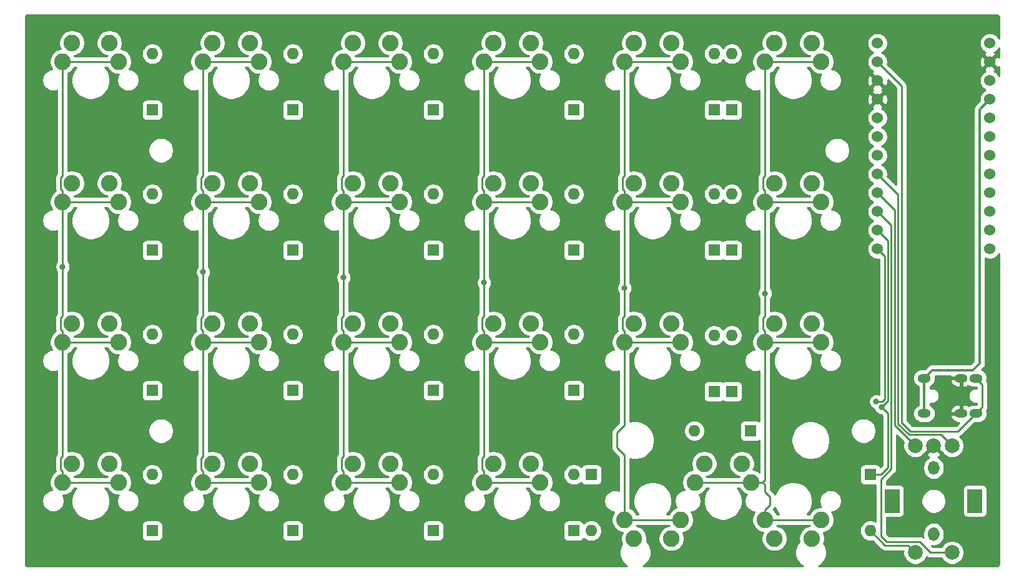
<source format=gtl>
G04 #@! TF.GenerationSoftware,KiCad,Pcbnew,(5.1.10)-1*
G04 #@! TF.CreationDate,2021-08-15T11:16:39+09:00*
G04 #@! TF.ProjectId,Lyra,4c797261-2e6b-4696-9361-645f70636258,rev?*
G04 #@! TF.SameCoordinates,Original*
G04 #@! TF.FileFunction,Copper,L1,Top*
G04 #@! TF.FilePolarity,Positive*
%FSLAX46Y46*%
G04 Gerber Fmt 4.6, Leading zero omitted, Abs format (unit mm)*
G04 Created by KiCad (PCBNEW (5.1.10)-1) date 2021-08-15 11:16:39*
%MOMM*%
%LPD*%
G01*
G04 APERTURE LIST*
G04 #@! TA.AperFunction,ComponentPad*
%ADD10C,2.250000*%
G04 #@! TD*
G04 #@! TA.AperFunction,ComponentPad*
%ADD11C,2.000000*%
G04 #@! TD*
G04 #@! TA.AperFunction,ComponentPad*
%ADD12R,2.000000X3.200000*%
G04 #@! TD*
G04 #@! TA.AperFunction,ComponentPad*
%ADD13C,1.524000*%
G04 #@! TD*
G04 #@! TA.AperFunction,ComponentPad*
%ADD14O,1.800000X1.200000*%
G04 #@! TD*
G04 #@! TA.AperFunction,ComponentPad*
%ADD15O,1.600000X1.600000*%
G04 #@! TD*
G04 #@! TA.AperFunction,ComponentPad*
%ADD16R,1.600000X1.600000*%
G04 #@! TD*
G04 #@! TA.AperFunction,ViaPad*
%ADD17C,0.800000*%
G04 #@! TD*
G04 #@! TA.AperFunction,Conductor*
%ADD18C,0.250000*%
G04 #@! TD*
G04 #@! TA.AperFunction,Conductor*
%ADD19C,0.375000*%
G04 #@! TD*
G04 #@! TA.AperFunction,Conductor*
%ADD20C,0.254000*%
G04 #@! TD*
G04 #@! TA.AperFunction,Conductor*
%ADD21C,0.100000*%
G04 #@! TD*
G04 #@! TA.AperFunction,NonConductor*
%ADD22C,0.254000*%
G04 #@! TD*
G04 #@! TA.AperFunction,NonConductor*
%ADD23C,0.100000*%
G04 #@! TD*
G04 APERTURE END LIST*
D10*
X159647203Y-101290531D03*
X165997203Y-103830531D03*
X164727203Y-101290531D03*
X158377203Y-103830531D03*
G04 #@! TA.AperFunction,WasherPad*
G36*
G01*
X200287187Y-119970747D02*
X200287187Y-119970747D01*
G75*
G02*
X201087187Y-120770747I0J-800000D01*
G01*
X201087187Y-121070747D01*
G75*
G02*
X200287187Y-121870747I-800000J0D01*
G01*
X200287187Y-121870747D01*
G75*
G02*
X199487187Y-121070747I0J800000D01*
G01*
X199487187Y-120770747D01*
G75*
G02*
X200287187Y-119970747I800000J0D01*
G01*
G37*
G04 #@! TD.AperFunction*
G04 #@! TA.AperFunction,WasherPad*
G36*
G01*
X200287187Y-128970747D02*
X200287187Y-128970747D01*
G75*
G02*
X201087187Y-129770747I0J-800000D01*
G01*
X201087187Y-130070747D01*
G75*
G02*
X200287187Y-130870747I-800000J0D01*
G01*
X200287187Y-130870747D01*
G75*
G02*
X199487187Y-130070747I0J800000D01*
G01*
X199487187Y-129770747D01*
G75*
G02*
X200287187Y-128970747I800000J0D01*
G01*
G37*
G04 #@! TD.AperFunction*
D11*
X202787187Y-117920747D03*
X200287187Y-117920747D03*
X197787187Y-117920747D03*
D12*
X205887187Y-125420747D03*
X194687187Y-125420747D03*
D11*
X202787187Y-132420747D03*
X197787187Y-132420747D03*
D13*
X192662179Y-63245491D03*
X192662179Y-65785491D03*
X192662179Y-68325491D03*
X192662179Y-70865491D03*
X192662179Y-73405491D03*
X192662179Y-75945491D03*
X192662179Y-78485491D03*
X192662179Y-81025491D03*
X192662179Y-83565491D03*
X192662179Y-86105491D03*
X192662179Y-88645491D03*
X192662179Y-91185491D03*
X207902179Y-91185491D03*
X207902179Y-88645491D03*
X207902179Y-86105491D03*
X207902179Y-83565491D03*
X207902179Y-81025491D03*
X207902179Y-78485491D03*
X207902179Y-75945491D03*
X207902179Y-73405491D03*
X207902179Y-70865491D03*
X207902179Y-68325491D03*
X207902179Y-65785491D03*
X207902179Y-63245491D03*
D14*
X206012763Y-108733187D03*
X206012763Y-113533187D03*
X204012763Y-108733187D03*
X204012763Y-113533187D03*
X199012763Y-113533187D03*
X199012763Y-108733187D03*
D10*
X169172203Y-120340467D03*
X175522203Y-122880467D03*
X174252203Y-120340467D03*
X167902203Y-122880467D03*
X183777203Y-130500467D03*
X177427203Y-127960467D03*
X178697203Y-130500467D03*
X185047203Y-127960467D03*
X164727203Y-130500467D03*
X158377203Y-127960467D03*
X159647203Y-130500467D03*
X165997203Y-127960467D03*
X140597483Y-120340747D03*
X146947483Y-122880747D03*
X145677483Y-120340747D03*
X139327483Y-122880747D03*
X121547403Y-120340747D03*
X127897403Y-122880747D03*
X126627403Y-120340747D03*
X120277403Y-122880747D03*
X102497323Y-120340747D03*
X108847323Y-122880747D03*
X107577323Y-120340747D03*
X101227323Y-122880747D03*
X83447243Y-120340747D03*
X89797243Y-122880747D03*
X88527243Y-120340747D03*
X82177243Y-122880747D03*
X178697643Y-101290667D03*
X185047643Y-103830667D03*
X183777643Y-101290667D03*
X177427643Y-103830667D03*
X140597483Y-101290667D03*
X146947483Y-103830667D03*
X145677483Y-101290667D03*
X139327483Y-103830667D03*
X121547403Y-101290667D03*
X127897403Y-103830667D03*
X126627403Y-101290667D03*
X120277403Y-103830667D03*
X102497323Y-101290667D03*
X108847323Y-103830667D03*
X107577323Y-101290667D03*
X101227323Y-103830667D03*
X83447243Y-101290667D03*
X89797243Y-103830667D03*
X88527243Y-101290667D03*
X82177243Y-103830667D03*
X178697643Y-82240587D03*
X185047643Y-84780587D03*
X183777643Y-82240587D03*
X177427643Y-84780587D03*
X159647563Y-82240587D03*
X165997563Y-84780587D03*
X164727563Y-82240587D03*
X158377563Y-84780587D03*
X140597483Y-82240587D03*
X146947483Y-84780587D03*
X145677483Y-82240587D03*
X139327483Y-84780587D03*
X121547403Y-82240587D03*
X127897403Y-84780587D03*
X126627403Y-82240587D03*
X120277403Y-84780587D03*
X102497323Y-82240587D03*
X108847323Y-84780587D03*
X107577323Y-82240587D03*
X101227323Y-84780587D03*
X83447243Y-82240587D03*
X89797243Y-84780587D03*
X88527243Y-82240587D03*
X82177243Y-84780587D03*
X178697603Y-63190467D03*
X185047603Y-65730467D03*
X183777603Y-63190467D03*
X177427603Y-65730467D03*
X159647523Y-63190467D03*
X165997523Y-65730467D03*
X164727523Y-63190467D03*
X158377523Y-65730467D03*
X140597443Y-63190467D03*
X146947443Y-65730467D03*
X145677443Y-63190467D03*
X139327443Y-65730467D03*
X121547363Y-63190467D03*
X127897363Y-65730467D03*
X126627363Y-63190467D03*
X120277363Y-65730467D03*
X102497283Y-63190467D03*
X108847283Y-65730467D03*
X107577283Y-63190467D03*
X101227283Y-65730467D03*
X83447203Y-63190467D03*
X89797203Y-65730467D03*
X88527203Y-63190467D03*
X82177203Y-65730467D03*
D15*
X191691430Y-129468857D03*
D16*
X191691430Y-121848857D03*
X175450500Y-115895467D03*
D15*
X167830500Y-115895467D03*
X153852828Y-129468592D03*
D16*
X153852828Y-121848592D03*
D15*
X151471578Y-121848656D03*
D16*
X151471578Y-129468656D03*
D15*
X132421578Y-121848656D03*
D16*
X132421578Y-129468656D03*
D15*
X113371578Y-121848656D03*
D16*
X113371578Y-129468656D03*
D15*
X94321578Y-121848656D03*
D16*
X94321578Y-129468656D03*
D15*
X172902781Y-102917722D03*
D16*
X172902781Y-110537722D03*
D15*
X170521529Y-102917722D03*
D16*
X170521529Y-110537722D03*
D15*
X151471578Y-102798656D03*
D16*
X151471578Y-110418656D03*
D15*
X132421578Y-102798656D03*
D16*
X132421578Y-110418656D03*
D15*
X113371578Y-102798656D03*
D16*
X113371578Y-110418656D03*
D15*
X94321578Y-102798656D03*
D16*
X94321578Y-110418656D03*
D15*
X172902828Y-83748656D03*
D16*
X172902828Y-91368656D03*
D15*
X170521578Y-83748656D03*
D16*
X170521578Y-91368656D03*
D15*
X151471578Y-83748656D03*
D16*
X151471578Y-91368656D03*
D15*
X132421578Y-83748656D03*
D16*
X132421578Y-91368656D03*
D15*
X113371576Y-83748656D03*
D16*
X113371576Y-91368656D03*
D15*
X94321578Y-83748656D03*
D16*
X94321578Y-91368656D03*
D15*
X172902828Y-64698656D03*
D16*
X172902828Y-72318656D03*
D15*
X170521578Y-64698656D03*
D16*
X170521578Y-72318656D03*
D15*
X151471578Y-64698656D03*
D16*
X151471578Y-72318656D03*
D15*
X132421578Y-64698656D03*
D16*
X132421578Y-72318656D03*
D15*
X113371576Y-64698656D03*
D16*
X113371576Y-72318656D03*
D15*
X94321578Y-64698656D03*
D16*
X94321578Y-72318656D03*
D17*
X192505736Y-111924000D03*
X193230500Y-112649000D03*
X82177203Y-93598983D03*
X101227203Y-94323983D03*
X120277203Y-95048983D03*
X139327203Y-95773983D03*
X158377203Y-96498983D03*
X177427203Y-97223983D03*
D18*
X192505736Y-111924000D02*
X193319090Y-111924000D01*
X193319090Y-111924000D02*
X193641935Y-111601155D01*
X193641935Y-111601155D02*
X193641935Y-92165247D01*
X193641935Y-92165247D02*
X192662179Y-91185491D01*
X193230500Y-112649000D02*
X194091945Y-113510445D01*
X194091945Y-120900855D02*
X193143943Y-121848857D01*
X194091945Y-113510445D02*
X194091945Y-120900855D01*
X193143943Y-121848857D02*
X191691430Y-121848857D01*
X193230500Y-112649000D02*
X194091945Y-111787555D01*
X194091945Y-111787555D02*
X194091945Y-90075257D01*
X194091945Y-90075257D02*
X192662179Y-88645491D01*
D19*
X207895779Y-71187491D02*
X208157227Y-71187491D01*
X199012763Y-108733187D02*
X199012763Y-113533187D01*
X206510203Y-72257467D02*
X207902179Y-70865491D01*
X200366893Y-107640467D02*
X205621203Y-107640467D01*
X206510203Y-106751467D02*
X206510203Y-72257467D01*
X200366893Y-107640467D02*
X200105483Y-107640467D01*
X200105483Y-107640467D02*
X199012763Y-108733187D01*
X205621203Y-107640467D02*
X206510203Y-106751467D01*
D18*
X206012763Y-113533187D02*
X205712763Y-113533187D01*
X206012763Y-113533187D02*
X206891203Y-112654747D01*
X206891203Y-112654747D02*
X206891203Y-109611627D01*
X206891203Y-109611627D02*
X206012763Y-108733187D01*
X195911213Y-69034525D02*
X192662179Y-65785491D01*
X203592494Y-115953456D02*
X197106456Y-115953456D01*
X203592494Y-115953456D02*
X206012763Y-113533187D01*
X197106456Y-115953456D02*
X195911213Y-114758213D01*
X195911213Y-114758213D02*
X195911213Y-69034525D01*
X81923203Y-119585206D02*
X81923203Y-121102627D01*
X81923203Y-121102627D02*
X82177243Y-121356667D01*
X82177203Y-103830627D02*
X82177203Y-119331206D01*
X82177243Y-121356667D02*
X82177243Y-122880747D01*
X82177203Y-119331206D02*
X81923203Y-119585206D01*
X82177011Y-122880539D02*
X89797011Y-122880539D01*
X82177011Y-103830523D02*
X89797011Y-103830523D01*
X82177011Y-84780507D02*
X89797011Y-84780507D01*
X82177203Y-65730467D02*
X89797203Y-65730467D01*
X82177243Y-83256507D02*
X82177243Y-84780587D01*
X81923203Y-83002467D02*
X82177243Y-83256507D01*
X81923203Y-81485046D02*
X81923203Y-83002467D01*
X82177203Y-81231046D02*
X81923203Y-81485046D01*
X82177203Y-65730467D02*
X82177203Y-81231046D01*
X82177243Y-84780587D02*
X82177243Y-100281086D01*
X82177243Y-100281086D02*
X81923203Y-100535126D01*
X81923203Y-100535126D02*
X81923203Y-102052547D01*
X81923203Y-102052547D02*
X82177243Y-102306587D01*
X82177243Y-102306587D02*
X82177243Y-103830667D01*
X100973283Y-100535126D02*
X100973283Y-102052547D01*
X100973283Y-102052547D02*
X101227323Y-102306587D01*
X101227323Y-102306587D02*
X101227323Y-103830667D01*
X101227283Y-100281126D02*
X100973283Y-100535126D01*
X100973283Y-119585206D02*
X100973283Y-121102627D01*
X100973283Y-121102627D02*
X101227323Y-121356667D01*
X101227283Y-103830627D02*
X101227283Y-119331206D01*
X101227323Y-121356667D02*
X101227323Y-122880747D01*
X101227283Y-119331206D02*
X100973283Y-119585206D01*
X100973283Y-81485046D02*
X100973283Y-83002467D01*
X100973283Y-83002467D02*
X101227323Y-83256507D01*
X101227283Y-65730467D02*
X101227283Y-81231046D01*
X101227323Y-83256507D02*
X101227323Y-84780587D01*
X101227283Y-81231046D02*
X100973283Y-81485046D01*
X101227091Y-122880539D02*
X108847091Y-122880539D01*
X101227091Y-103830523D02*
X108847091Y-103830523D01*
X101227091Y-84780507D02*
X108847091Y-84780507D01*
X101227283Y-65730467D02*
X108847283Y-65730467D01*
X101227283Y-94559387D02*
X101227283Y-94324063D01*
X101227283Y-84780627D02*
X101227323Y-84780587D01*
X101227283Y-100281126D02*
X101227283Y-84780627D01*
X120023363Y-81485046D02*
X120023363Y-83002467D01*
X120023363Y-83002467D02*
X120277403Y-83256507D01*
X120277363Y-65730467D02*
X120277363Y-81231046D01*
X120277403Y-83256507D02*
X120277403Y-84780587D01*
X120277363Y-81231046D02*
X120023363Y-81485046D01*
X120023363Y-119585206D02*
X120023363Y-121102627D01*
X120023363Y-121102627D02*
X120277403Y-121356667D01*
X120277363Y-103830627D02*
X120277363Y-119331206D01*
X120277403Y-121356667D02*
X120277403Y-122880747D01*
X120277363Y-119331206D02*
X120023363Y-119585206D01*
X120277171Y-122880539D02*
X127897171Y-122880539D01*
X120277171Y-103830523D02*
X127897171Y-103830523D01*
X120277171Y-84780507D02*
X127897171Y-84780507D01*
X120277363Y-65730467D02*
X127897363Y-65730467D01*
X120277363Y-95049143D02*
X120277203Y-95048983D01*
X120023363Y-102052547D02*
X120277403Y-102306587D01*
X120023363Y-100535126D02*
X120023363Y-102052547D01*
X120277403Y-102306587D02*
X120277403Y-103830667D01*
X120277403Y-100281086D02*
X120023363Y-100535126D01*
X120277403Y-84780587D02*
X120277403Y-100281086D01*
X139073443Y-81485046D02*
X139073443Y-83002467D01*
X139073443Y-83002467D02*
X139327483Y-83256507D01*
X139327443Y-65730467D02*
X139327443Y-81231046D01*
X139327483Y-83256507D02*
X139327483Y-84780587D01*
X139327443Y-81231046D02*
X139073443Y-81485046D01*
X139073443Y-119585206D02*
X139073443Y-121102627D01*
X139073443Y-121102627D02*
X139327483Y-121356667D01*
X139327443Y-103830627D02*
X139327443Y-119331206D01*
X139327483Y-121356667D02*
X139327483Y-122880747D01*
X139327443Y-119331206D02*
X139073443Y-119585206D01*
X139327251Y-122880539D02*
X146947251Y-122880539D01*
X139327251Y-103830523D02*
X146947251Y-103830523D01*
X139327251Y-84780507D02*
X146947251Y-84780507D01*
X139327443Y-65730467D02*
X146947443Y-65730467D01*
X139319000Y-84789070D02*
X139327483Y-84780587D01*
X139327483Y-102306587D02*
X139327483Y-103830667D01*
X139073443Y-102052547D02*
X139327483Y-102306587D01*
X139073443Y-100535126D02*
X139073443Y-102052547D01*
X139327483Y-100281086D02*
X139073443Y-100535126D01*
X139327483Y-84780587D02*
X139327483Y-100281086D01*
X158123523Y-81485046D02*
X158123523Y-83002467D01*
X158123523Y-83002467D02*
X158377563Y-83256507D01*
X158377523Y-65730467D02*
X158377523Y-81231046D01*
X158377563Y-83256507D02*
X158377563Y-84780587D01*
X158377523Y-81231046D02*
X158123523Y-81485046D01*
X158377331Y-103830523D02*
X165997331Y-103830523D01*
X158377331Y-84780507D02*
X165997331Y-84780507D01*
X158377523Y-65730467D02*
X165997523Y-65730467D01*
X165997203Y-127960467D02*
X158377203Y-127960467D01*
X157361203Y-118181467D02*
X158377203Y-119197467D01*
X157361203Y-116149467D02*
X157361203Y-118181467D01*
X158377203Y-119197467D02*
X158377203Y-127960467D01*
X158377203Y-115133467D02*
X157361203Y-116149467D01*
X158377203Y-103830531D02*
X158377203Y-115133467D01*
X158377523Y-84780627D02*
X158377563Y-84780587D01*
X158377523Y-100281126D02*
X158377523Y-84780627D01*
X158123523Y-100535126D02*
X158377523Y-100281126D01*
X158123523Y-102052547D02*
X158123523Y-100535126D01*
X158377563Y-102306587D02*
X158123523Y-102052547D01*
X158377563Y-103830667D02*
X158377563Y-102306587D01*
X177173603Y-100535126D02*
X177173603Y-102052547D01*
X177173603Y-102052547D02*
X177427643Y-102306587D01*
X177427643Y-102306587D02*
X177427643Y-103830667D01*
X177427603Y-100281126D02*
X177173603Y-100535126D01*
X177173603Y-81485046D02*
X177173603Y-83002467D01*
X177173603Y-83002467D02*
X177427643Y-83256507D01*
X177427603Y-65730467D02*
X177427603Y-81231046D01*
X177427643Y-83256507D02*
X177427643Y-84780587D01*
X177427603Y-81231046D02*
X177173603Y-81485046D01*
X177427411Y-103830523D02*
X185047411Y-103830523D01*
X177427411Y-84780507D02*
X185047411Y-84780507D01*
X177427603Y-65730467D02*
X185047603Y-65730467D01*
X167902203Y-122880467D02*
X175522203Y-122880467D01*
X177093533Y-122880467D02*
X175522203Y-122880467D01*
X185047203Y-127960467D02*
X177427203Y-127960467D01*
X177427123Y-103831187D02*
X177427643Y-103830667D01*
X177427123Y-122546877D02*
X177427123Y-103831187D01*
X177093533Y-122880467D02*
X177427123Y-122546877D01*
X177427123Y-123198123D02*
X177411189Y-123198123D01*
X177411189Y-123198123D02*
X177093533Y-122880467D01*
X177427123Y-124214123D02*
X177427123Y-123198123D01*
X178062203Y-124849203D02*
X177427123Y-124214123D01*
X178062203Y-125975797D02*
X178062203Y-124849203D01*
X177427203Y-126610797D02*
X178062203Y-125975797D01*
X177427203Y-127960467D02*
X177427203Y-126610797D01*
X177427603Y-84780627D02*
X177427643Y-84780587D01*
X177427603Y-100281126D02*
X177427603Y-84780627D01*
X201269907Y-116403467D02*
X202787187Y-117920747D01*
X196920056Y-116403467D02*
X201269907Y-116403467D01*
X196920056Y-116403467D02*
X195461202Y-114944613D01*
X195461202Y-114944613D02*
X195461202Y-83824514D01*
X195461202Y-83824514D02*
X192662179Y-81025491D01*
X194991965Y-115125525D02*
X194991965Y-85895277D01*
X194991965Y-115125525D02*
X197787187Y-117920747D01*
X194991965Y-85895277D02*
X192662179Y-83565491D01*
X202787187Y-132420747D02*
X199866468Y-132420747D01*
X193929000Y-130937000D02*
X193167000Y-130175000D01*
X199866468Y-132420747D02*
X198382721Y-130937000D01*
X198382721Y-130937000D02*
X193929000Y-130937000D01*
X193167000Y-130175000D02*
X193167000Y-122462210D01*
X193167000Y-122462210D02*
X194541955Y-121087255D01*
X194541955Y-121087255D02*
X194541955Y-87985267D01*
X194541955Y-87985267D02*
X192662179Y-86105491D01*
X196811440Y-131445000D02*
X193667573Y-131445000D01*
X196811440Y-131445000D02*
X197787187Y-132420747D01*
X193667573Y-131445000D02*
X191691430Y-129468857D01*
D20*
X208877611Y-59415071D02*
X208940543Y-59434071D01*
X208998592Y-59464936D01*
X209049530Y-59506480D01*
X209091435Y-59557135D01*
X209122702Y-59614962D01*
X209142143Y-59677763D01*
X209152187Y-59773326D01*
X209152187Y-62612742D01*
X209140184Y-62583764D01*
X208987299Y-62354956D01*
X208792714Y-62160371D01*
X208563906Y-62007486D01*
X208309669Y-61902177D01*
X208039771Y-61848491D01*
X207764587Y-61848491D01*
X207494689Y-61902177D01*
X207240452Y-62007486D01*
X207011644Y-62160371D01*
X206817059Y-62354956D01*
X206664174Y-62583764D01*
X206558865Y-62838001D01*
X206505179Y-63107899D01*
X206505179Y-63383083D01*
X206558865Y-63652981D01*
X206664174Y-63907218D01*
X206817059Y-64136026D01*
X207011644Y-64330611D01*
X207240452Y-64483496D01*
X207312122Y-64513183D01*
X207299156Y-64517855D01*
X207183199Y-64579835D01*
X207116219Y-64819926D01*
X207902179Y-65605886D01*
X208688139Y-64819926D01*
X208621159Y-64579835D01*
X208485419Y-64516006D01*
X208563906Y-64483496D01*
X208792714Y-64330611D01*
X208987299Y-64136026D01*
X209140184Y-63907218D01*
X209152187Y-63878240D01*
X209152187Y-65149488D01*
X209107835Y-65066511D01*
X208867744Y-64999531D01*
X208081784Y-65785491D01*
X208867744Y-66571451D01*
X209107835Y-66504471D01*
X209152187Y-66410151D01*
X209152187Y-67692742D01*
X209140184Y-67663764D01*
X208987299Y-67434956D01*
X208792714Y-67240371D01*
X208563906Y-67087486D01*
X208492236Y-67057799D01*
X208505202Y-67053127D01*
X208621159Y-66991147D01*
X208688139Y-66751056D01*
X207902179Y-65965096D01*
X207116219Y-66751056D01*
X207183199Y-66991147D01*
X207318939Y-67054976D01*
X207240452Y-67087486D01*
X207011644Y-67240371D01*
X206817059Y-67434956D01*
X206664174Y-67663764D01*
X206558865Y-67918001D01*
X206505179Y-68187899D01*
X206505179Y-68463083D01*
X206558865Y-68732981D01*
X206664174Y-68987218D01*
X206817059Y-69216026D01*
X207011644Y-69410611D01*
X207240452Y-69563496D01*
X207317694Y-69595491D01*
X207240452Y-69627486D01*
X207011644Y-69780371D01*
X206817059Y-69974956D01*
X206664174Y-70203764D01*
X206558865Y-70458001D01*
X206505179Y-70727899D01*
X206505179Y-71003083D01*
X206521143Y-71083337D01*
X205957174Y-71647306D01*
X205925795Y-71673058D01*
X205823012Y-71798300D01*
X205782188Y-71874676D01*
X205746636Y-71941188D01*
X205699605Y-72096229D01*
X205683724Y-72257467D01*
X205687704Y-72297875D01*
X205687703Y-106410776D01*
X205280513Y-106817967D01*
X200145870Y-106817967D01*
X200105482Y-106813989D01*
X200065094Y-106817967D01*
X200065085Y-106817967D01*
X199944245Y-106829869D01*
X199789203Y-106876900D01*
X199646316Y-106953275D01*
X199521074Y-107056058D01*
X199495318Y-107087442D01*
X199084573Y-107498187D01*
X198652098Y-107498187D01*
X198470661Y-107516057D01*
X198237862Y-107586676D01*
X198023314Y-107701354D01*
X197835261Y-107855685D01*
X197680930Y-108043738D01*
X197566252Y-108258286D01*
X197495633Y-108491085D01*
X197471788Y-108733187D01*
X197495633Y-108975289D01*
X197566252Y-109208088D01*
X197680930Y-109422636D01*
X197835261Y-109610689D01*
X198023314Y-109765020D01*
X198190263Y-109854256D01*
X198190264Y-112412118D01*
X198023314Y-112501354D01*
X197835261Y-112655685D01*
X197680930Y-112843738D01*
X197566252Y-113058286D01*
X197495633Y-113291085D01*
X197471788Y-113533187D01*
X197495633Y-113775289D01*
X197566252Y-114008088D01*
X197680930Y-114222636D01*
X197835261Y-114410689D01*
X198023314Y-114565020D01*
X198237862Y-114679698D01*
X198470661Y-114750317D01*
X198652098Y-114768187D01*
X199373428Y-114768187D01*
X199554865Y-114750317D01*
X199787664Y-114679698D01*
X200002212Y-114565020D01*
X200190265Y-114410689D01*
X200344596Y-114222636D01*
X200459274Y-114008088D01*
X200529893Y-113775289D01*
X200553738Y-113533187D01*
X200529893Y-113291085D01*
X200506989Y-113215578D01*
X202519301Y-113215578D01*
X202644032Y-113406187D01*
X203885763Y-113406187D01*
X203885763Y-112298187D01*
X203585763Y-112298187D01*
X203347267Y-112346694D01*
X203122817Y-112440797D01*
X202921038Y-112576880D01*
X202749685Y-112749713D01*
X202615342Y-112952654D01*
X202523172Y-113177905D01*
X202519301Y-113215578D01*
X200506989Y-113215578D01*
X200459274Y-113058286D01*
X200344596Y-112843738D01*
X200190265Y-112655685D01*
X200002212Y-112501354D01*
X199835263Y-112412118D01*
X199835263Y-112153157D01*
X199910824Y-112168187D01*
X200114702Y-112168187D01*
X200314661Y-112128413D01*
X200503019Y-112050392D01*
X200672537Y-111937124D01*
X200816700Y-111792961D01*
X200929968Y-111623443D01*
X201007989Y-111435085D01*
X201047763Y-111235126D01*
X201047763Y-111031248D01*
X201007989Y-110831289D01*
X200929968Y-110642931D01*
X200816700Y-110473413D01*
X200672537Y-110329250D01*
X200503019Y-110215982D01*
X200314661Y-110137961D01*
X200114702Y-110098187D01*
X199910824Y-110098187D01*
X199835263Y-110113217D01*
X199835263Y-109854256D01*
X200002212Y-109765020D01*
X200190265Y-109610689D01*
X200344596Y-109422636D01*
X200459274Y-109208088D01*
X200506988Y-109050796D01*
X202519301Y-109050796D01*
X202523172Y-109088469D01*
X202615342Y-109313720D01*
X202749685Y-109516661D01*
X202921038Y-109689494D01*
X203122817Y-109825577D01*
X203347267Y-109919680D01*
X203585763Y-109968187D01*
X203885763Y-109968187D01*
X203885763Y-108860187D01*
X202644032Y-108860187D01*
X202519301Y-109050796D01*
X200506988Y-109050796D01*
X200529893Y-108975289D01*
X200553738Y-108733187D01*
X200529893Y-108491085D01*
X200521363Y-108462967D01*
X202550311Y-108462967D01*
X202644032Y-108606187D01*
X203885763Y-108606187D01*
X203885763Y-108586187D01*
X204139763Y-108586187D01*
X204139763Y-108606187D01*
X204159763Y-108606187D01*
X204159763Y-108860187D01*
X204139763Y-108860187D01*
X204139763Y-109968187D01*
X204439763Y-109968187D01*
X204678259Y-109919680D01*
X204902709Y-109825577D01*
X205009415Y-109753613D01*
X205023314Y-109765020D01*
X205237862Y-109879698D01*
X205470661Y-109950317D01*
X205652098Y-109968187D01*
X206131204Y-109968187D01*
X206131204Y-110101469D01*
X206114702Y-110098187D01*
X205910824Y-110098187D01*
X205710865Y-110137961D01*
X205522507Y-110215982D01*
X205352989Y-110329250D01*
X205208826Y-110473413D01*
X205095558Y-110642931D01*
X205017537Y-110831289D01*
X204977763Y-111031248D01*
X204977763Y-111235126D01*
X205017537Y-111435085D01*
X205095558Y-111623443D01*
X205208826Y-111792961D01*
X205352989Y-111937124D01*
X205522507Y-112050392D01*
X205710865Y-112128413D01*
X205910824Y-112168187D01*
X206114702Y-112168187D01*
X206131203Y-112164905D01*
X206131203Y-112298187D01*
X205652098Y-112298187D01*
X205470661Y-112316057D01*
X205237862Y-112386676D01*
X205023314Y-112501354D01*
X205009415Y-112512761D01*
X204902709Y-112440797D01*
X204678259Y-112346694D01*
X204439763Y-112298187D01*
X204139763Y-112298187D01*
X204139763Y-113406187D01*
X204159763Y-113406187D01*
X204159763Y-113660187D01*
X204139763Y-113660187D01*
X204139763Y-113680187D01*
X203885763Y-113680187D01*
X203885763Y-113660187D01*
X202644032Y-113660187D01*
X202519301Y-113850796D01*
X202523172Y-113888469D01*
X202615342Y-114113720D01*
X202749685Y-114316661D01*
X202921038Y-114489494D01*
X203122817Y-114625577D01*
X203347267Y-114719680D01*
X203585763Y-114768187D01*
X203702962Y-114768187D01*
X203277693Y-115193456D01*
X197421258Y-115193456D01*
X196671213Y-114443412D01*
X196671213Y-69071848D01*
X196674889Y-69034525D01*
X196671213Y-68997202D01*
X196671213Y-68997192D01*
X196660216Y-68885539D01*
X196616759Y-68742278D01*
X196611790Y-68732981D01*
X196546187Y-68610248D01*
X196475012Y-68523522D01*
X196451214Y-68494524D01*
X196422216Y-68470726D01*
X194028551Y-66077062D01*
X194059179Y-65923083D01*
X194059179Y-65857508D01*
X206500269Y-65857508D01*
X206541257Y-66129624D01*
X206634543Y-66388514D01*
X206696523Y-66504471D01*
X206936614Y-66571451D01*
X207722574Y-65785491D01*
X206936614Y-64999531D01*
X206696523Y-65066511D01*
X206579423Y-65315539D01*
X206513156Y-65582626D01*
X206500269Y-65857508D01*
X194059179Y-65857508D01*
X194059179Y-65647899D01*
X194005493Y-65378001D01*
X193900184Y-65123764D01*
X193747299Y-64894956D01*
X193552714Y-64700371D01*
X193323906Y-64547486D01*
X193246664Y-64515491D01*
X193323906Y-64483496D01*
X193552714Y-64330611D01*
X193747299Y-64136026D01*
X193900184Y-63907218D01*
X194005493Y-63652981D01*
X194059179Y-63383083D01*
X194059179Y-63107899D01*
X194005493Y-62838001D01*
X193900184Y-62583764D01*
X193747299Y-62354956D01*
X193552714Y-62160371D01*
X193323906Y-62007486D01*
X193069669Y-61902177D01*
X192799771Y-61848491D01*
X192524587Y-61848491D01*
X192254689Y-61902177D01*
X192000452Y-62007486D01*
X191771644Y-62160371D01*
X191577059Y-62354956D01*
X191424174Y-62583764D01*
X191318865Y-62838001D01*
X191265179Y-63107899D01*
X191265179Y-63383083D01*
X191318865Y-63652981D01*
X191424174Y-63907218D01*
X191577059Y-64136026D01*
X191771644Y-64330611D01*
X192000452Y-64483496D01*
X192077694Y-64515491D01*
X192000452Y-64547486D01*
X191771644Y-64700371D01*
X191577059Y-64894956D01*
X191424174Y-65123764D01*
X191318865Y-65378001D01*
X191265179Y-65647899D01*
X191265179Y-65923083D01*
X191318865Y-66192981D01*
X191424174Y-66447218D01*
X191577059Y-66676026D01*
X191771644Y-66870611D01*
X192000452Y-67023496D01*
X192072122Y-67053183D01*
X192059156Y-67057855D01*
X191943199Y-67119835D01*
X191876219Y-67359926D01*
X192662179Y-68145886D01*
X192676322Y-68131744D01*
X192855927Y-68311349D01*
X192841784Y-68325491D01*
X193627744Y-69111451D01*
X193867835Y-69044471D01*
X193984935Y-68795443D01*
X194051202Y-68528356D01*
X194063698Y-68261812D01*
X195151214Y-69349328D01*
X195151214Y-82439724D01*
X194028551Y-81317062D01*
X194059179Y-81163083D01*
X194059179Y-80887899D01*
X194005493Y-80618001D01*
X193900184Y-80363764D01*
X193747299Y-80134956D01*
X193552714Y-79940371D01*
X193323906Y-79787486D01*
X193246664Y-79755491D01*
X193323906Y-79723496D01*
X193552714Y-79570611D01*
X193747299Y-79376026D01*
X193900184Y-79147218D01*
X194005493Y-78892981D01*
X194059179Y-78623083D01*
X194059179Y-78347899D01*
X194005493Y-78078001D01*
X193900184Y-77823764D01*
X193747299Y-77594956D01*
X193552714Y-77400371D01*
X193323906Y-77247486D01*
X193246664Y-77215491D01*
X193323906Y-77183496D01*
X193552714Y-77030611D01*
X193747299Y-76836026D01*
X193900184Y-76607218D01*
X194005493Y-76352981D01*
X194059179Y-76083083D01*
X194059179Y-75807899D01*
X194005493Y-75538001D01*
X193900184Y-75283764D01*
X193747299Y-75054956D01*
X193552714Y-74860371D01*
X193323906Y-74707486D01*
X193246664Y-74675491D01*
X193323906Y-74643496D01*
X193552714Y-74490611D01*
X193747299Y-74296026D01*
X193900184Y-74067218D01*
X194005493Y-73812981D01*
X194059179Y-73543083D01*
X194059179Y-73267899D01*
X194005493Y-72998001D01*
X193900184Y-72743764D01*
X193747299Y-72514956D01*
X193552714Y-72320371D01*
X193323906Y-72167486D01*
X193252236Y-72137799D01*
X193265202Y-72133127D01*
X193381159Y-72071147D01*
X193448139Y-71831056D01*
X192662179Y-71045096D01*
X191876219Y-71831056D01*
X191943199Y-72071147D01*
X192078939Y-72134976D01*
X192000452Y-72167486D01*
X191771644Y-72320371D01*
X191577059Y-72514956D01*
X191424174Y-72743764D01*
X191318865Y-72998001D01*
X191265179Y-73267899D01*
X191265179Y-73543083D01*
X191318865Y-73812981D01*
X191424174Y-74067218D01*
X191577059Y-74296026D01*
X191771644Y-74490611D01*
X192000452Y-74643496D01*
X192077694Y-74675491D01*
X192000452Y-74707486D01*
X191771644Y-74860371D01*
X191577059Y-75054956D01*
X191424174Y-75283764D01*
X191318865Y-75538001D01*
X191265179Y-75807899D01*
X191265179Y-76083083D01*
X191318865Y-76352981D01*
X191424174Y-76607218D01*
X191577059Y-76836026D01*
X191771644Y-77030611D01*
X192000452Y-77183496D01*
X192077694Y-77215491D01*
X192000452Y-77247486D01*
X191771644Y-77400371D01*
X191577059Y-77594956D01*
X191424174Y-77823764D01*
X191318865Y-78078001D01*
X191265179Y-78347899D01*
X191265179Y-78623083D01*
X191318865Y-78892981D01*
X191424174Y-79147218D01*
X191577059Y-79376026D01*
X191771644Y-79570611D01*
X192000452Y-79723496D01*
X192077694Y-79755491D01*
X192000452Y-79787486D01*
X191771644Y-79940371D01*
X191577059Y-80134956D01*
X191424174Y-80363764D01*
X191318865Y-80618001D01*
X191265179Y-80887899D01*
X191265179Y-81163083D01*
X191318865Y-81432981D01*
X191424174Y-81687218D01*
X191577059Y-81916026D01*
X191771644Y-82110611D01*
X192000452Y-82263496D01*
X192077694Y-82295491D01*
X192000452Y-82327486D01*
X191771644Y-82480371D01*
X191577059Y-82674956D01*
X191424174Y-82903764D01*
X191318865Y-83158001D01*
X191265179Y-83427899D01*
X191265179Y-83703083D01*
X191318865Y-83972981D01*
X191424174Y-84227218D01*
X191577059Y-84456026D01*
X191771644Y-84650611D01*
X192000452Y-84803496D01*
X192077694Y-84835491D01*
X192000452Y-84867486D01*
X191771644Y-85020371D01*
X191577059Y-85214956D01*
X191424174Y-85443764D01*
X191318865Y-85698001D01*
X191265179Y-85967899D01*
X191265179Y-86243083D01*
X191318865Y-86512981D01*
X191424174Y-86767218D01*
X191577059Y-86996026D01*
X191771644Y-87190611D01*
X192000452Y-87343496D01*
X192077694Y-87375491D01*
X192000452Y-87407486D01*
X191771644Y-87560371D01*
X191577059Y-87754956D01*
X191424174Y-87983764D01*
X191318865Y-88238001D01*
X191265179Y-88507899D01*
X191265179Y-88783083D01*
X191318865Y-89052981D01*
X191424174Y-89307218D01*
X191577059Y-89536026D01*
X191771644Y-89730611D01*
X192000452Y-89883496D01*
X192077694Y-89915491D01*
X192000452Y-89947486D01*
X191771644Y-90100371D01*
X191577059Y-90294956D01*
X191424174Y-90523764D01*
X191318865Y-90778001D01*
X191265179Y-91047899D01*
X191265179Y-91323083D01*
X191318865Y-91592981D01*
X191424174Y-91847218D01*
X191577059Y-92076026D01*
X191771644Y-92270611D01*
X192000452Y-92423496D01*
X192254689Y-92528805D01*
X192524587Y-92582491D01*
X192799771Y-92582491D01*
X192881936Y-92566147D01*
X192881935Y-110959551D01*
X192807634Y-110928774D01*
X192607675Y-110889000D01*
X192403797Y-110889000D01*
X192203838Y-110928774D01*
X192015480Y-111006795D01*
X191845962Y-111120063D01*
X191701799Y-111264226D01*
X191588531Y-111433744D01*
X191510510Y-111622102D01*
X191470736Y-111822061D01*
X191470736Y-112025939D01*
X191510510Y-112225898D01*
X191588531Y-112414256D01*
X191701799Y-112583774D01*
X191845962Y-112727937D01*
X192015480Y-112841205D01*
X192203838Y-112919226D01*
X192230010Y-112924432D01*
X192235274Y-112950898D01*
X192313295Y-113139256D01*
X192426563Y-113308774D01*
X192570726Y-113452937D01*
X192740244Y-113566205D01*
X192928602Y-113644226D01*
X193128561Y-113684000D01*
X193190698Y-113684000D01*
X193331945Y-113825247D01*
X193331946Y-120586052D01*
X193088470Y-120829528D01*
X193080932Y-120804677D01*
X193021967Y-120694363D01*
X192942615Y-120597672D01*
X192845924Y-120518320D01*
X192735610Y-120459355D01*
X192615912Y-120423045D01*
X192491430Y-120410785D01*
X190891430Y-120410785D01*
X190766948Y-120423045D01*
X190647250Y-120459355D01*
X190536936Y-120518320D01*
X190440245Y-120597672D01*
X190360893Y-120694363D01*
X190301928Y-120804677D01*
X190265618Y-120924375D01*
X190253358Y-121048857D01*
X190253358Y-122648857D01*
X190265618Y-122773339D01*
X190301928Y-122893037D01*
X190360893Y-123003351D01*
X190440245Y-123100042D01*
X190536936Y-123179394D01*
X190647250Y-123238359D01*
X190766948Y-123274669D01*
X190891430Y-123286929D01*
X192407001Y-123286929D01*
X192407000Y-128221127D01*
X192371157Y-128197177D01*
X192110004Y-128089004D01*
X191832765Y-128033857D01*
X191550095Y-128033857D01*
X191272856Y-128089004D01*
X191011703Y-128197177D01*
X190776671Y-128354220D01*
X190576793Y-128554098D01*
X190419750Y-128789130D01*
X190311577Y-129050283D01*
X190256430Y-129327522D01*
X190256430Y-129610192D01*
X190311577Y-129887431D01*
X190419750Y-130148584D01*
X190576793Y-130383616D01*
X190776671Y-130583494D01*
X191011703Y-130740537D01*
X191272856Y-130848710D01*
X191550095Y-130903857D01*
X191832765Y-130903857D01*
X192015316Y-130867545D01*
X193103773Y-131956002D01*
X193127572Y-131985001D01*
X193243297Y-132079974D01*
X193375326Y-132150546D01*
X193518587Y-132194003D01*
X193630240Y-132205000D01*
X193630249Y-132205000D01*
X193667572Y-132208676D01*
X193704895Y-132205000D01*
X196163070Y-132205000D01*
X196152187Y-132259714D01*
X196152187Y-132581780D01*
X196215019Y-132897659D01*
X196338269Y-133195210D01*
X196517200Y-133462999D01*
X196744935Y-133690734D01*
X197012724Y-133869665D01*
X197310275Y-133992915D01*
X197626154Y-134055747D01*
X197948220Y-134055747D01*
X198264099Y-133992915D01*
X198561650Y-133869665D01*
X198829439Y-133690734D01*
X199057174Y-133462999D01*
X199236105Y-133195210D01*
X199331509Y-132964886D01*
X199355465Y-132984546D01*
X199442191Y-133055721D01*
X199574221Y-133126293D01*
X199717482Y-133169750D01*
X199829135Y-133180747D01*
X199829144Y-133180747D01*
X199866467Y-133184423D01*
X199903790Y-133180747D01*
X201332278Y-133180747D01*
X201338269Y-133195210D01*
X201517200Y-133462999D01*
X201744935Y-133690734D01*
X202012724Y-133869665D01*
X202310275Y-133992915D01*
X202626154Y-134055747D01*
X202948220Y-134055747D01*
X203264099Y-133992915D01*
X203561650Y-133869665D01*
X203829439Y-133690734D01*
X204057174Y-133462999D01*
X204236105Y-133195210D01*
X204359355Y-132897659D01*
X204422187Y-132581780D01*
X204422187Y-132259714D01*
X204359355Y-131943835D01*
X204236105Y-131646284D01*
X204057174Y-131378495D01*
X203829439Y-131150760D01*
X203561650Y-130971829D01*
X203264099Y-130848579D01*
X202948220Y-130785747D01*
X202626154Y-130785747D01*
X202310275Y-130848579D01*
X202012724Y-130971829D01*
X201744935Y-131150760D01*
X201517200Y-131378495D01*
X201338269Y-131646284D01*
X201332278Y-131660747D01*
X200181270Y-131660747D01*
X199999566Y-131479044D01*
X200006632Y-131481187D01*
X200287186Y-131508819D01*
X200287188Y-131508819D01*
X200567742Y-131481187D01*
X200837514Y-131399352D01*
X201086138Y-131266460D01*
X201304058Y-131087617D01*
X201482901Y-130869697D01*
X201615793Y-130621073D01*
X201697628Y-130351301D01*
X201725260Y-130070747D01*
X201725260Y-129770747D01*
X201697628Y-129490193D01*
X201615793Y-129220421D01*
X201482901Y-128971797D01*
X201304058Y-128753877D01*
X201086138Y-128575034D01*
X200837514Y-128442142D01*
X200567742Y-128360307D01*
X200287188Y-128332675D01*
X200287186Y-128332675D01*
X200006632Y-128360307D01*
X199736860Y-128442142D01*
X199488236Y-128575034D01*
X199270316Y-128753877D01*
X199091473Y-128971797D01*
X198958581Y-129220421D01*
X198876746Y-129490193D01*
X198849114Y-129770747D01*
X198849114Y-130070747D01*
X198876746Y-130351301D01*
X198879964Y-130361908D01*
X198806997Y-130302026D01*
X198674968Y-130231454D01*
X198531707Y-130187997D01*
X198420054Y-130177000D01*
X198420043Y-130177000D01*
X198382721Y-130173324D01*
X198345399Y-130177000D01*
X194243802Y-130177000D01*
X193927000Y-129860199D01*
X193927000Y-127658819D01*
X195687187Y-127658819D01*
X195811669Y-127646559D01*
X195931367Y-127610249D01*
X196041681Y-127551284D01*
X196138372Y-127471932D01*
X196217724Y-127375241D01*
X196276689Y-127264927D01*
X196312999Y-127145229D01*
X196325259Y-127020747D01*
X196325259Y-125254789D01*
X198602187Y-125254789D01*
X198602187Y-125586705D01*
X198666941Y-125912243D01*
X198793959Y-126218894D01*
X198978362Y-126494872D01*
X199213062Y-126729572D01*
X199489040Y-126913975D01*
X199795691Y-127040993D01*
X200121229Y-127105747D01*
X200453145Y-127105747D01*
X200778683Y-127040993D01*
X201085334Y-126913975D01*
X201361312Y-126729572D01*
X201596012Y-126494872D01*
X201780415Y-126218894D01*
X201907433Y-125912243D01*
X201972187Y-125586705D01*
X201972187Y-125254789D01*
X201907433Y-124929251D01*
X201780415Y-124622600D01*
X201596012Y-124346622D01*
X201361312Y-124111922D01*
X201085334Y-123927519D01*
X200827562Y-123820747D01*
X204249115Y-123820747D01*
X204249115Y-127020747D01*
X204261375Y-127145229D01*
X204297685Y-127264927D01*
X204356650Y-127375241D01*
X204436002Y-127471932D01*
X204532693Y-127551284D01*
X204643007Y-127610249D01*
X204762705Y-127646559D01*
X204887187Y-127658819D01*
X206887187Y-127658819D01*
X207011669Y-127646559D01*
X207131367Y-127610249D01*
X207241681Y-127551284D01*
X207338372Y-127471932D01*
X207417724Y-127375241D01*
X207476689Y-127264927D01*
X207512999Y-127145229D01*
X207525259Y-127020747D01*
X207525259Y-123820747D01*
X207512999Y-123696265D01*
X207476689Y-123576567D01*
X207417724Y-123466253D01*
X207338372Y-123369562D01*
X207241681Y-123290210D01*
X207131367Y-123231245D01*
X207011669Y-123194935D01*
X206887187Y-123182675D01*
X204887187Y-123182675D01*
X204762705Y-123194935D01*
X204643007Y-123231245D01*
X204532693Y-123290210D01*
X204436002Y-123369562D01*
X204356650Y-123466253D01*
X204297685Y-123576567D01*
X204261375Y-123696265D01*
X204249115Y-123820747D01*
X200827562Y-123820747D01*
X200778683Y-123800501D01*
X200453145Y-123735747D01*
X200121229Y-123735747D01*
X199795691Y-123800501D01*
X199489040Y-123927519D01*
X199213062Y-124111922D01*
X198978362Y-124346622D01*
X198793959Y-124622600D01*
X198666941Y-124929251D01*
X198602187Y-125254789D01*
X196325259Y-125254789D01*
X196325259Y-123820747D01*
X196312999Y-123696265D01*
X196276689Y-123576567D01*
X196217724Y-123466253D01*
X196138372Y-123369562D01*
X196041681Y-123290210D01*
X195931367Y-123231245D01*
X195811669Y-123194935D01*
X195687187Y-123182675D01*
X193927000Y-123182675D01*
X193927000Y-122777011D01*
X195052959Y-121651053D01*
X195081956Y-121627256D01*
X195139934Y-121556610D01*
X195176929Y-121511532D01*
X195247501Y-121379502D01*
X195254428Y-121356667D01*
X195290958Y-121236241D01*
X195301955Y-121124588D01*
X195301955Y-121124578D01*
X195305631Y-121087256D01*
X195301955Y-121049933D01*
X195301955Y-120770747D01*
X198849114Y-120770747D01*
X198849114Y-121070747D01*
X198876746Y-121351301D01*
X198958581Y-121621073D01*
X199091473Y-121869697D01*
X199270316Y-122087617D01*
X199488236Y-122266460D01*
X199736860Y-122399352D01*
X200006632Y-122481187D01*
X200287186Y-122508819D01*
X200287188Y-122508819D01*
X200567742Y-122481187D01*
X200837514Y-122399352D01*
X201086138Y-122266460D01*
X201304058Y-122087617D01*
X201482901Y-121869697D01*
X201615793Y-121621073D01*
X201697628Y-121351301D01*
X201725260Y-121070747D01*
X201725260Y-120770747D01*
X201697628Y-120490193D01*
X201615793Y-120220421D01*
X201482901Y-119971797D01*
X201304058Y-119753877D01*
X201086138Y-119575034D01*
X200858312Y-119453259D01*
X200973275Y-119413542D01*
X201147231Y-119320561D01*
X201242995Y-119056160D01*
X200287187Y-118100352D01*
X199331379Y-119056160D01*
X199427143Y-119320561D01*
X199708370Y-119457370D01*
X199488236Y-119575034D01*
X199270316Y-119753877D01*
X199091473Y-119971797D01*
X198958581Y-120220421D01*
X198876746Y-120490193D01*
X198849114Y-120770747D01*
X195301955Y-120770747D01*
X195301955Y-116510316D01*
X196221010Y-117429372D01*
X196215019Y-117443835D01*
X196152187Y-117759714D01*
X196152187Y-118081780D01*
X196215019Y-118397659D01*
X196338269Y-118695210D01*
X196517200Y-118962999D01*
X196744935Y-119190734D01*
X197012724Y-119369665D01*
X197310275Y-119492915D01*
X197626154Y-119555747D01*
X197948220Y-119555747D01*
X198264099Y-119492915D01*
X198561650Y-119369665D01*
X198829439Y-119190734D01*
X199057174Y-118962999D01*
X199122112Y-118865812D01*
X199151774Y-118876555D01*
X200107582Y-117920747D01*
X200093440Y-117906605D01*
X200273045Y-117727000D01*
X200287187Y-117741142D01*
X200301330Y-117727000D01*
X200480935Y-117906605D01*
X200466792Y-117920747D01*
X201422600Y-118876555D01*
X201452262Y-118865812D01*
X201517200Y-118962999D01*
X201744935Y-119190734D01*
X202012724Y-119369665D01*
X202310275Y-119492915D01*
X202626154Y-119555747D01*
X202948220Y-119555747D01*
X203264099Y-119492915D01*
X203561650Y-119369665D01*
X203829439Y-119190734D01*
X204057174Y-118962999D01*
X204236105Y-118695210D01*
X204359355Y-118397659D01*
X204422187Y-118081780D01*
X204422187Y-117759714D01*
X204359355Y-117443835D01*
X204236105Y-117146284D01*
X204057174Y-116878495D01*
X203848634Y-116669955D01*
X203884741Y-116659002D01*
X204016770Y-116588430D01*
X204132495Y-116493457D01*
X204156298Y-116464453D01*
X205852565Y-114768187D01*
X206373428Y-114768187D01*
X206554865Y-114750317D01*
X206787664Y-114679698D01*
X207002212Y-114565020D01*
X207190265Y-114410689D01*
X207344596Y-114222636D01*
X207459274Y-114008088D01*
X207529893Y-113775289D01*
X207553738Y-113533187D01*
X207529893Y-113291085D01*
X207481922Y-113132947D01*
X207526177Y-113079023D01*
X207596749Y-112946994D01*
X207640206Y-112803733D01*
X207651203Y-112692080D01*
X207651203Y-112692072D01*
X207654879Y-112654747D01*
X207651203Y-112617422D01*
X207651203Y-109648952D01*
X207654879Y-109611627D01*
X207651203Y-109574302D01*
X207651203Y-109574294D01*
X207640206Y-109462641D01*
X207596749Y-109319380D01*
X207526177Y-109187351D01*
X207481922Y-109133427D01*
X207529893Y-108975289D01*
X207553738Y-108733187D01*
X207529893Y-108491085D01*
X207459274Y-108258286D01*
X207344596Y-108043738D01*
X207190265Y-107855685D01*
X207002212Y-107701354D01*
X206820587Y-107604274D01*
X207063234Y-107361627D01*
X207094612Y-107335876D01*
X207197395Y-107210634D01*
X207273770Y-107067747D01*
X207320801Y-106912705D01*
X207332703Y-106791865D01*
X207332703Y-106791864D01*
X207336682Y-106751467D01*
X207332703Y-106711069D01*
X207332703Y-92461708D01*
X207494689Y-92528805D01*
X207764587Y-92582491D01*
X208039771Y-92582491D01*
X208309669Y-92528805D01*
X208563906Y-92423496D01*
X208792714Y-92270611D01*
X208987299Y-92076026D01*
X209140184Y-91847218D01*
X209152187Y-91818239D01*
X209152188Y-133913202D01*
X209142607Y-134010915D01*
X209123607Y-134073848D01*
X209092741Y-134131897D01*
X209051198Y-134182834D01*
X209000543Y-134224739D01*
X208942716Y-134256006D01*
X208879915Y-134275447D01*
X208784350Y-134285491D01*
X184690825Y-134285538D01*
X184994735Y-134082471D01*
X185295457Y-133781749D01*
X185531734Y-133428137D01*
X185694483Y-133035224D01*
X185777453Y-132618110D01*
X185777453Y-132192824D01*
X185694483Y-131775710D01*
X185531734Y-131382797D01*
X185399015Y-131184169D01*
X185469567Y-131013840D01*
X185537203Y-130673812D01*
X185537203Y-130327122D01*
X185469567Y-129987094D01*
X185348578Y-129695000D01*
X185560576Y-129652831D01*
X185880876Y-129520159D01*
X186169138Y-129327548D01*
X186414284Y-129082402D01*
X186606895Y-128794140D01*
X186739567Y-128473840D01*
X186807203Y-128133812D01*
X186807203Y-127787122D01*
X186739567Y-127447094D01*
X186606895Y-127126794D01*
X186474565Y-126928748D01*
X186757654Y-126872438D01*
X187032456Y-126758611D01*
X187279772Y-126593360D01*
X187490096Y-126383036D01*
X187655347Y-126135720D01*
X187769174Y-125860918D01*
X187827203Y-125569189D01*
X187827203Y-125271745D01*
X187769174Y-124980016D01*
X187655347Y-124705214D01*
X187490096Y-124457898D01*
X187279772Y-124247574D01*
X187032456Y-124082323D01*
X186757654Y-123968496D01*
X186465925Y-123910467D01*
X186168481Y-123910467D01*
X185876752Y-123968496D01*
X185601950Y-124082323D01*
X185354634Y-124247574D01*
X185144310Y-124457898D01*
X184979059Y-124705214D01*
X184865232Y-124980016D01*
X184807203Y-125271745D01*
X184807203Y-125569189D01*
X184865232Y-125860918D01*
X184979059Y-126135720D01*
X185022321Y-126200467D01*
X184873858Y-126200467D01*
X184533830Y-126268103D01*
X184213530Y-126400775D01*
X183925268Y-126593386D01*
X183680122Y-126838532D01*
X183487511Y-127126794D01*
X183456995Y-127200467D01*
X183175029Y-127200467D01*
X183279203Y-127096293D01*
X183566904Y-126665718D01*
X183765076Y-126187289D01*
X183866103Y-125679391D01*
X183866103Y-125161543D01*
X183765076Y-124653645D01*
X183566904Y-124175216D01*
X183279203Y-123744641D01*
X182913029Y-123378467D01*
X182482454Y-123090766D01*
X182004025Y-122892594D01*
X181496127Y-122791567D01*
X180978279Y-122791567D01*
X180470381Y-122892594D01*
X179991952Y-123090766D01*
X179561377Y-123378467D01*
X179195203Y-123744641D01*
X178907502Y-124175216D01*
X178757400Y-124537594D01*
X178697177Y-124424927D01*
X178602204Y-124309202D01*
X178573205Y-124285403D01*
X178187123Y-123899322D01*
X178187123Y-123235456D01*
X178190800Y-123198123D01*
X178176126Y-123049137D01*
X178132669Y-122905876D01*
X178114829Y-122872500D01*
X178132669Y-122839124D01*
X178176126Y-122695863D01*
X178187123Y-122584210D01*
X178187123Y-122584209D01*
X178190800Y-122546877D01*
X178187123Y-122509544D01*
X178187123Y-116906543D01*
X180989553Y-116906543D01*
X180989553Y-117424391D01*
X181090580Y-117932289D01*
X181288752Y-118410718D01*
X181576453Y-118841293D01*
X181942627Y-119207467D01*
X182373202Y-119495168D01*
X182851631Y-119693340D01*
X183359529Y-119794367D01*
X183877377Y-119794367D01*
X184385275Y-119693340D01*
X184863704Y-119495168D01*
X185294279Y-119207467D01*
X185660453Y-118841293D01*
X185948154Y-118410718D01*
X186146326Y-117932289D01*
X186247353Y-117424391D01*
X186247353Y-116906543D01*
X186146326Y-116398645D01*
X185948154Y-115920216D01*
X185817598Y-115724824D01*
X189027683Y-115724824D01*
X189027683Y-116066590D01*
X189094358Y-116401788D01*
X189225146Y-116717538D01*
X189415020Y-117001705D01*
X189656685Y-117243370D01*
X189940852Y-117433244D01*
X190256602Y-117564032D01*
X190591800Y-117630707D01*
X190933566Y-117630707D01*
X191268764Y-117564032D01*
X191584514Y-117433244D01*
X191868681Y-117243370D01*
X192110346Y-117001705D01*
X192300220Y-116717538D01*
X192431008Y-116401788D01*
X192497683Y-116066590D01*
X192497683Y-115724824D01*
X192431008Y-115389626D01*
X192300220Y-115073876D01*
X192110346Y-114789709D01*
X191868681Y-114548044D01*
X191584514Y-114358170D01*
X191268764Y-114227382D01*
X190933566Y-114160707D01*
X190591800Y-114160707D01*
X190256602Y-114227382D01*
X189940852Y-114358170D01*
X189656685Y-114548044D01*
X189415020Y-114789709D01*
X189225146Y-115073876D01*
X189094358Y-115389626D01*
X189027683Y-115724824D01*
X185817598Y-115724824D01*
X185660453Y-115489641D01*
X185294279Y-115123467D01*
X184863704Y-114835766D01*
X184385275Y-114637594D01*
X183877377Y-114536567D01*
X183359529Y-114536567D01*
X182851631Y-114637594D01*
X182373202Y-114835766D01*
X181942627Y-115123467D01*
X181576453Y-115489641D01*
X181288752Y-115920216D01*
X181090580Y-116398645D01*
X180989553Y-116906543D01*
X178187123Y-116906543D01*
X178187123Y-105421091D01*
X178261316Y-105390359D01*
X178549578Y-105197748D01*
X178794724Y-104952602D01*
X178987335Y-104664340D01*
X179017911Y-104590523D01*
X179299961Y-104590523D01*
X179195643Y-104694841D01*
X178907942Y-105125416D01*
X178709770Y-105603845D01*
X178608743Y-106111743D01*
X178608743Y-106629591D01*
X178709770Y-107137489D01*
X178907942Y-107615918D01*
X179195643Y-108046493D01*
X179561817Y-108412667D01*
X179992392Y-108700368D01*
X180470821Y-108898540D01*
X180978719Y-108999567D01*
X181496567Y-108999567D01*
X182004465Y-108898540D01*
X182482894Y-108700368D01*
X182913469Y-108412667D01*
X183279643Y-108046493D01*
X183567344Y-107615918D01*
X183765516Y-107137489D01*
X183866543Y-106629591D01*
X183866543Y-106111743D01*
X183765516Y-105603845D01*
X183567344Y-105125416D01*
X183279643Y-104694841D01*
X183175325Y-104590523D01*
X183457375Y-104590523D01*
X183487951Y-104664340D01*
X183680562Y-104952602D01*
X183925708Y-105197748D01*
X184213970Y-105390359D01*
X184534270Y-105523031D01*
X184874298Y-105590667D01*
X185022761Y-105590667D01*
X184979499Y-105655414D01*
X184865672Y-105930216D01*
X184807643Y-106221945D01*
X184807643Y-106519389D01*
X184865672Y-106811118D01*
X184979499Y-107085920D01*
X185144750Y-107333236D01*
X185355074Y-107543560D01*
X185602390Y-107708811D01*
X185877192Y-107822638D01*
X186168921Y-107880667D01*
X186466365Y-107880667D01*
X186758094Y-107822638D01*
X187032896Y-107708811D01*
X187280212Y-107543560D01*
X187490536Y-107333236D01*
X187655787Y-107085920D01*
X187769614Y-106811118D01*
X187827643Y-106519389D01*
X187827643Y-106221945D01*
X187769614Y-105930216D01*
X187655787Y-105655414D01*
X187490536Y-105408098D01*
X187280212Y-105197774D01*
X187032896Y-105032523D01*
X186758094Y-104918696D01*
X186475005Y-104862386D01*
X186607335Y-104664340D01*
X186740007Y-104344040D01*
X186807643Y-104004012D01*
X186807643Y-103657322D01*
X186740007Y-103317294D01*
X186607335Y-102996994D01*
X186414724Y-102708732D01*
X186169578Y-102463586D01*
X185881316Y-102270975D01*
X185561016Y-102138303D01*
X185349018Y-102096134D01*
X185470007Y-101804040D01*
X185537643Y-101464012D01*
X185537643Y-101117322D01*
X185470007Y-100777294D01*
X185337335Y-100456994D01*
X185144724Y-100168732D01*
X184899578Y-99923586D01*
X184611316Y-99730975D01*
X184291016Y-99598303D01*
X183950988Y-99530667D01*
X183604298Y-99530667D01*
X183264270Y-99598303D01*
X182943970Y-99730975D01*
X182655708Y-99923586D01*
X182410562Y-100168732D01*
X182217951Y-100456994D01*
X182085279Y-100777294D01*
X182017643Y-101117322D01*
X182017643Y-101464012D01*
X182085279Y-101804040D01*
X182217951Y-102124340D01*
X182410562Y-102412602D01*
X182655708Y-102657748D01*
X182943970Y-102850359D01*
X183264270Y-102983031D01*
X183476268Y-103025200D01*
X183457494Y-103070523D01*
X179017792Y-103070523D01*
X178999018Y-103025200D01*
X179211016Y-102983031D01*
X179531316Y-102850359D01*
X179819578Y-102657748D01*
X180064724Y-102412602D01*
X180257335Y-102124340D01*
X180390007Y-101804040D01*
X180457643Y-101464012D01*
X180457643Y-101117322D01*
X180390007Y-100777294D01*
X180257335Y-100456994D01*
X180064724Y-100168732D01*
X179819578Y-99923586D01*
X179531316Y-99730975D01*
X179211016Y-99598303D01*
X178870988Y-99530667D01*
X178524298Y-99530667D01*
X178187603Y-99597640D01*
X178187603Y-97927294D01*
X178231140Y-97883757D01*
X178344408Y-97714239D01*
X178422429Y-97525881D01*
X178462203Y-97325922D01*
X178462203Y-97122044D01*
X178422429Y-96922085D01*
X178344408Y-96733727D01*
X178231140Y-96564209D01*
X178187603Y-96520672D01*
X178187603Y-86370812D01*
X178261316Y-86340279D01*
X178549578Y-86147668D01*
X178794724Y-85902522D01*
X178987335Y-85614260D01*
X179017884Y-85540507D01*
X179299897Y-85540507D01*
X179195643Y-85644761D01*
X178907942Y-86075336D01*
X178709770Y-86553765D01*
X178608743Y-87061663D01*
X178608743Y-87579511D01*
X178709770Y-88087409D01*
X178907942Y-88565838D01*
X179195643Y-88996413D01*
X179561817Y-89362587D01*
X179992392Y-89650288D01*
X180470821Y-89848460D01*
X180978719Y-89949487D01*
X181496567Y-89949487D01*
X182004465Y-89848460D01*
X182482894Y-89650288D01*
X182913469Y-89362587D01*
X183279643Y-88996413D01*
X183567344Y-88565838D01*
X183765516Y-88087409D01*
X183866543Y-87579511D01*
X183866543Y-87061663D01*
X183765516Y-86553765D01*
X183567344Y-86075336D01*
X183279643Y-85644761D01*
X183175389Y-85540507D01*
X183457402Y-85540507D01*
X183487951Y-85614260D01*
X183680562Y-85902522D01*
X183925708Y-86147668D01*
X184213970Y-86340279D01*
X184534270Y-86472951D01*
X184874298Y-86540587D01*
X185022761Y-86540587D01*
X184979499Y-86605334D01*
X184865672Y-86880136D01*
X184807643Y-87171865D01*
X184807643Y-87469309D01*
X184865672Y-87761038D01*
X184979499Y-88035840D01*
X185144750Y-88283156D01*
X185355074Y-88493480D01*
X185602390Y-88658731D01*
X185877192Y-88772558D01*
X186168921Y-88830587D01*
X186466365Y-88830587D01*
X186758094Y-88772558D01*
X187032896Y-88658731D01*
X187280212Y-88493480D01*
X187490536Y-88283156D01*
X187655787Y-88035840D01*
X187769614Y-87761038D01*
X187827643Y-87469309D01*
X187827643Y-87171865D01*
X187769614Y-86880136D01*
X187655787Y-86605334D01*
X187490536Y-86358018D01*
X187280212Y-86147694D01*
X187032896Y-85982443D01*
X186758094Y-85868616D01*
X186475005Y-85812306D01*
X186607335Y-85614260D01*
X186740007Y-85293960D01*
X186807643Y-84953932D01*
X186807643Y-84607242D01*
X186740007Y-84267214D01*
X186607335Y-83946914D01*
X186414724Y-83658652D01*
X186169578Y-83413506D01*
X185881316Y-83220895D01*
X185561016Y-83088223D01*
X185349018Y-83046054D01*
X185470007Y-82753960D01*
X185537643Y-82413932D01*
X185537643Y-82067242D01*
X185470007Y-81727214D01*
X185337335Y-81406914D01*
X185144724Y-81118652D01*
X184899578Y-80873506D01*
X184611316Y-80680895D01*
X184291016Y-80548223D01*
X183950988Y-80480587D01*
X183604298Y-80480587D01*
X183264270Y-80548223D01*
X182943970Y-80680895D01*
X182655708Y-80873506D01*
X182410562Y-81118652D01*
X182217951Y-81406914D01*
X182085279Y-81727214D01*
X182017643Y-82067242D01*
X182017643Y-82413932D01*
X182085279Y-82753960D01*
X182217951Y-83074260D01*
X182410562Y-83362522D01*
X182655708Y-83607668D01*
X182943970Y-83800279D01*
X183264270Y-83932951D01*
X183476268Y-83975120D01*
X183457468Y-84020507D01*
X179017818Y-84020507D01*
X178999018Y-83975120D01*
X179211016Y-83932951D01*
X179531316Y-83800279D01*
X179819578Y-83607668D01*
X180064724Y-83362522D01*
X180257335Y-83074260D01*
X180390007Y-82753960D01*
X180457643Y-82413932D01*
X180457643Y-82067242D01*
X180390007Y-81727214D01*
X180257335Y-81406914D01*
X180064724Y-81118652D01*
X179819578Y-80873506D01*
X179531316Y-80680895D01*
X179211016Y-80548223D01*
X178870988Y-80480587D01*
X178524298Y-80480587D01*
X178187603Y-80547560D01*
X178187603Y-77624664D01*
X185455793Y-77624664D01*
X185455793Y-77966430D01*
X185522468Y-78301628D01*
X185653256Y-78617378D01*
X185843130Y-78901545D01*
X186084795Y-79143210D01*
X186368962Y-79333084D01*
X186684712Y-79463872D01*
X187019910Y-79530547D01*
X187361676Y-79530547D01*
X187696874Y-79463872D01*
X188012624Y-79333084D01*
X188296791Y-79143210D01*
X188538456Y-78901545D01*
X188728330Y-78617378D01*
X188859118Y-78301628D01*
X188925793Y-77966430D01*
X188925793Y-77624664D01*
X188859118Y-77289466D01*
X188728330Y-76973716D01*
X188538456Y-76689549D01*
X188296791Y-76447884D01*
X188012624Y-76258010D01*
X187696874Y-76127222D01*
X187361676Y-76060547D01*
X187019910Y-76060547D01*
X186684712Y-76127222D01*
X186368962Y-76258010D01*
X186084795Y-76447884D01*
X185843130Y-76689549D01*
X185653256Y-76973716D01*
X185522468Y-77289466D01*
X185455793Y-77624664D01*
X178187603Y-77624664D01*
X178187603Y-70937508D01*
X191260269Y-70937508D01*
X191301257Y-71209624D01*
X191394543Y-71468514D01*
X191456523Y-71584471D01*
X191696614Y-71651451D01*
X192482574Y-70865491D01*
X192841784Y-70865491D01*
X193627744Y-71651451D01*
X193867835Y-71584471D01*
X193984935Y-71335443D01*
X194051202Y-71068356D01*
X194064089Y-70793474D01*
X194023101Y-70521358D01*
X193929815Y-70262468D01*
X193867835Y-70146511D01*
X193627744Y-70079531D01*
X192841784Y-70865491D01*
X192482574Y-70865491D01*
X191696614Y-70079531D01*
X191456523Y-70146511D01*
X191339423Y-70395539D01*
X191273156Y-70662626D01*
X191260269Y-70937508D01*
X178187603Y-70937508D01*
X178187603Y-67320675D01*
X178261276Y-67290159D01*
X178549538Y-67097548D01*
X178794684Y-66852402D01*
X178987295Y-66564140D01*
X179017811Y-66490467D01*
X179299777Y-66490467D01*
X179195603Y-66594641D01*
X178907902Y-67025216D01*
X178709730Y-67503645D01*
X178608703Y-68011543D01*
X178608703Y-68529391D01*
X178709730Y-69037289D01*
X178907902Y-69515718D01*
X179195603Y-69946293D01*
X179561777Y-70312467D01*
X179992352Y-70600168D01*
X180470781Y-70798340D01*
X180978679Y-70899367D01*
X181496527Y-70899367D01*
X182004425Y-70798340D01*
X182482854Y-70600168D01*
X182913429Y-70312467D01*
X183279603Y-69946293D01*
X183567304Y-69515718D01*
X183765476Y-69037289D01*
X183866503Y-68529391D01*
X183866503Y-68011543D01*
X183765476Y-67503645D01*
X183567304Y-67025216D01*
X183279603Y-66594641D01*
X183175429Y-66490467D01*
X183457395Y-66490467D01*
X183487911Y-66564140D01*
X183680522Y-66852402D01*
X183925668Y-67097548D01*
X184213930Y-67290159D01*
X184534230Y-67422831D01*
X184874258Y-67490467D01*
X185022721Y-67490467D01*
X184979459Y-67555214D01*
X184865632Y-67830016D01*
X184807603Y-68121745D01*
X184807603Y-68419189D01*
X184865632Y-68710918D01*
X184979459Y-68985720D01*
X185144710Y-69233036D01*
X185355034Y-69443360D01*
X185602350Y-69608611D01*
X185877152Y-69722438D01*
X186168881Y-69780467D01*
X186466325Y-69780467D01*
X186758054Y-69722438D01*
X187032856Y-69608611D01*
X187280172Y-69443360D01*
X187432476Y-69291056D01*
X191876219Y-69291056D01*
X191943199Y-69531147D01*
X192073823Y-69592570D01*
X192059156Y-69597855D01*
X191943199Y-69659835D01*
X191876219Y-69899926D01*
X192662179Y-70685886D01*
X193448139Y-69899926D01*
X193381159Y-69659835D01*
X193250535Y-69598412D01*
X193265202Y-69593127D01*
X193381159Y-69531147D01*
X193448139Y-69291056D01*
X192662179Y-68505096D01*
X191876219Y-69291056D01*
X187432476Y-69291056D01*
X187490496Y-69233036D01*
X187655747Y-68985720D01*
X187769574Y-68710918D01*
X187827603Y-68419189D01*
X187827603Y-68397508D01*
X191260269Y-68397508D01*
X191301257Y-68669624D01*
X191394543Y-68928514D01*
X191456523Y-69044471D01*
X191696614Y-69111451D01*
X192482574Y-68325491D01*
X191696614Y-67539531D01*
X191456523Y-67606511D01*
X191339423Y-67855539D01*
X191273156Y-68122626D01*
X191260269Y-68397508D01*
X187827603Y-68397508D01*
X187827603Y-68121745D01*
X187769574Y-67830016D01*
X187655747Y-67555214D01*
X187490496Y-67307898D01*
X187280172Y-67097574D01*
X187032856Y-66932323D01*
X186758054Y-66818496D01*
X186474965Y-66762186D01*
X186607295Y-66564140D01*
X186739967Y-66243840D01*
X186807603Y-65903812D01*
X186807603Y-65557122D01*
X186739967Y-65217094D01*
X186607295Y-64896794D01*
X186414684Y-64608532D01*
X186169538Y-64363386D01*
X185881276Y-64170775D01*
X185560976Y-64038103D01*
X185348978Y-63995934D01*
X185469967Y-63703840D01*
X185537603Y-63363812D01*
X185537603Y-63017122D01*
X185469967Y-62677094D01*
X185337295Y-62356794D01*
X185144684Y-62068532D01*
X184899538Y-61823386D01*
X184611276Y-61630775D01*
X184290976Y-61498103D01*
X183950948Y-61430467D01*
X183604258Y-61430467D01*
X183264230Y-61498103D01*
X182943930Y-61630775D01*
X182655668Y-61823386D01*
X182410522Y-62068532D01*
X182217911Y-62356794D01*
X182085239Y-62677094D01*
X182017603Y-63017122D01*
X182017603Y-63363812D01*
X182085239Y-63703840D01*
X182217911Y-64024140D01*
X182410522Y-64312402D01*
X182655668Y-64557548D01*
X182943930Y-64750159D01*
X183264230Y-64882831D01*
X183476228Y-64925000D01*
X183457395Y-64970467D01*
X179017811Y-64970467D01*
X178998978Y-64925000D01*
X179210976Y-64882831D01*
X179531276Y-64750159D01*
X179819538Y-64557548D01*
X180064684Y-64312402D01*
X180257295Y-64024140D01*
X180389967Y-63703840D01*
X180457603Y-63363812D01*
X180457603Y-63017122D01*
X180389967Y-62677094D01*
X180257295Y-62356794D01*
X180064684Y-62068532D01*
X179819538Y-61823386D01*
X179531276Y-61630775D01*
X179210976Y-61498103D01*
X178870948Y-61430467D01*
X178524258Y-61430467D01*
X178184230Y-61498103D01*
X177863930Y-61630775D01*
X177575668Y-61823386D01*
X177330522Y-62068532D01*
X177137911Y-62356794D01*
X177005239Y-62677094D01*
X176937603Y-63017122D01*
X176937603Y-63363812D01*
X177005239Y-63703840D01*
X177126228Y-63995934D01*
X176914230Y-64038103D01*
X176593930Y-64170775D01*
X176305668Y-64363386D01*
X176060522Y-64608532D01*
X175867911Y-64896794D01*
X175735239Y-65217094D01*
X175667603Y-65557122D01*
X175667603Y-65903812D01*
X175735239Y-66243840D01*
X175867911Y-66564140D01*
X176000241Y-66762186D01*
X175717152Y-66818496D01*
X175442350Y-66932323D01*
X175195034Y-67097574D01*
X174984710Y-67307898D01*
X174819459Y-67555214D01*
X174705632Y-67830016D01*
X174647603Y-68121745D01*
X174647603Y-68419189D01*
X174705632Y-68710918D01*
X174819459Y-68985720D01*
X174984710Y-69233036D01*
X175195034Y-69443360D01*
X175442350Y-69608611D01*
X175717152Y-69722438D01*
X176008881Y-69780467D01*
X176306325Y-69780467D01*
X176598054Y-69722438D01*
X176667603Y-69693630D01*
X176667604Y-80916244D01*
X176662606Y-80921242D01*
X176633602Y-80945045D01*
X176578474Y-81012220D01*
X176538629Y-81060770D01*
X176468058Y-81192799D01*
X176468057Y-81192800D01*
X176424600Y-81336061D01*
X176413603Y-81447714D01*
X176413603Y-81447724D01*
X176409927Y-81485046D01*
X176413603Y-81522369D01*
X176413604Y-82965135D01*
X176409927Y-83002467D01*
X176413604Y-83039800D01*
X176424601Y-83151453D01*
X176436154Y-83189540D01*
X176468057Y-83294713D01*
X176472119Y-83302313D01*
X176305708Y-83413506D01*
X176060562Y-83658652D01*
X175867951Y-83946914D01*
X175735279Y-84267214D01*
X175667643Y-84607242D01*
X175667643Y-84953932D01*
X175735279Y-85293960D01*
X175867951Y-85614260D01*
X176000281Y-85812306D01*
X175717192Y-85868616D01*
X175442390Y-85982443D01*
X175195074Y-86147694D01*
X174984750Y-86358018D01*
X174819499Y-86605334D01*
X174705672Y-86880136D01*
X174647643Y-87171865D01*
X174647643Y-87469309D01*
X174705672Y-87761038D01*
X174819499Y-88035840D01*
X174984750Y-88283156D01*
X175195074Y-88493480D01*
X175442390Y-88658731D01*
X175717192Y-88772558D01*
X176008921Y-88830587D01*
X176306365Y-88830587D01*
X176598094Y-88772558D01*
X176667604Y-88743766D01*
X176667603Y-96519872D01*
X176623266Y-96564209D01*
X176509998Y-96733727D01*
X176431977Y-96922085D01*
X176392203Y-97122044D01*
X176392203Y-97325922D01*
X176431977Y-97525881D01*
X176509998Y-97714239D01*
X176623266Y-97883757D01*
X176667603Y-97928094D01*
X176667603Y-99966325D01*
X176662606Y-99971322D01*
X176633602Y-99995125D01*
X176578474Y-100062300D01*
X176538629Y-100110850D01*
X176468058Y-100242879D01*
X176468057Y-100242880D01*
X176424600Y-100386141D01*
X176413603Y-100497794D01*
X176413603Y-100497804D01*
X176409927Y-100535126D01*
X176413603Y-100572449D01*
X176413604Y-102015215D01*
X176409927Y-102052547D01*
X176424601Y-102201532D01*
X176468057Y-102344793D01*
X176472119Y-102352393D01*
X176305708Y-102463586D01*
X176060562Y-102708732D01*
X175867951Y-102996994D01*
X175735279Y-103317294D01*
X175667643Y-103657322D01*
X175667643Y-104004012D01*
X175735279Y-104344040D01*
X175867951Y-104664340D01*
X176000281Y-104862386D01*
X175717192Y-104918696D01*
X175442390Y-105032523D01*
X175195074Y-105197774D01*
X174984750Y-105408098D01*
X174819499Y-105655414D01*
X174705672Y-105930216D01*
X174647643Y-106221945D01*
X174647643Y-106519389D01*
X174705672Y-106811118D01*
X174819499Y-107085920D01*
X174984750Y-107333236D01*
X175195074Y-107543560D01*
X175442390Y-107708811D01*
X175717192Y-107822638D01*
X176008921Y-107880667D01*
X176306365Y-107880667D01*
X176598094Y-107822638D01*
X176667124Y-107794045D01*
X176667123Y-114615918D01*
X176604994Y-114564930D01*
X176494680Y-114505965D01*
X176374982Y-114469655D01*
X176250500Y-114457395D01*
X174650500Y-114457395D01*
X174526018Y-114469655D01*
X174406320Y-114505965D01*
X174296006Y-114564930D01*
X174199315Y-114644282D01*
X174119963Y-114740973D01*
X174060998Y-114851287D01*
X174024688Y-114970985D01*
X174012428Y-115095467D01*
X174012428Y-116695467D01*
X174024688Y-116819949D01*
X174060998Y-116939647D01*
X174119963Y-117049961D01*
X174199315Y-117146652D01*
X174296006Y-117226004D01*
X174406320Y-117284969D01*
X174526018Y-117321279D01*
X174650500Y-117333539D01*
X176250500Y-117333539D01*
X176374982Y-117321279D01*
X176494680Y-117284969D01*
X176604994Y-117226004D01*
X176667123Y-117175016D01*
X176667123Y-121536371D01*
X176644138Y-121513386D01*
X176355876Y-121320775D01*
X176035576Y-121188103D01*
X175823578Y-121145934D01*
X175944567Y-120853840D01*
X176012203Y-120513812D01*
X176012203Y-120167122D01*
X175944567Y-119827094D01*
X175811895Y-119506794D01*
X175619284Y-119218532D01*
X175374138Y-118973386D01*
X175085876Y-118780775D01*
X174765576Y-118648103D01*
X174425548Y-118580467D01*
X174078858Y-118580467D01*
X173738830Y-118648103D01*
X173418530Y-118780775D01*
X173130268Y-118973386D01*
X172885122Y-119218532D01*
X172692511Y-119506794D01*
X172559839Y-119827094D01*
X172492203Y-120167122D01*
X172492203Y-120513812D01*
X172559839Y-120853840D01*
X172692511Y-121174140D01*
X172885122Y-121462402D01*
X173130268Y-121707548D01*
X173418530Y-121900159D01*
X173738830Y-122032831D01*
X173950828Y-122075000D01*
X173931995Y-122120467D01*
X169492411Y-122120467D01*
X169473578Y-122075000D01*
X169685576Y-122032831D01*
X170005876Y-121900159D01*
X170294138Y-121707548D01*
X170539284Y-121462402D01*
X170731895Y-121174140D01*
X170864567Y-120853840D01*
X170932203Y-120513812D01*
X170932203Y-120167122D01*
X170864567Y-119827094D01*
X170731895Y-119506794D01*
X170539284Y-119218532D01*
X170294138Y-118973386D01*
X170005876Y-118780775D01*
X169685576Y-118648103D01*
X169345548Y-118580467D01*
X168998858Y-118580467D01*
X168658830Y-118648103D01*
X168338530Y-118780775D01*
X168050268Y-118973386D01*
X167805122Y-119218532D01*
X167612511Y-119506794D01*
X167479839Y-119827094D01*
X167412203Y-120167122D01*
X167412203Y-120513812D01*
X167479839Y-120853840D01*
X167600828Y-121145934D01*
X167388830Y-121188103D01*
X167068530Y-121320775D01*
X166780268Y-121513386D01*
X166535122Y-121758532D01*
X166342511Y-122046794D01*
X166209839Y-122367094D01*
X166142203Y-122707122D01*
X166142203Y-123053812D01*
X166209839Y-123393840D01*
X166342511Y-123714140D01*
X166474841Y-123912186D01*
X166191752Y-123968496D01*
X165916950Y-124082323D01*
X165669634Y-124247574D01*
X165459310Y-124457898D01*
X165294059Y-124705214D01*
X165180232Y-124980016D01*
X165122203Y-125271745D01*
X165122203Y-125569189D01*
X165180232Y-125860918D01*
X165294059Y-126135720D01*
X165404477Y-126300972D01*
X165163530Y-126400775D01*
X164875268Y-126593386D01*
X164630122Y-126838532D01*
X164437511Y-127126794D01*
X164406995Y-127200467D01*
X164125029Y-127200467D01*
X164229203Y-127096293D01*
X164516904Y-126665718D01*
X164715076Y-126187289D01*
X164816103Y-125679391D01*
X164816103Y-125161543D01*
X164715076Y-124653645D01*
X164516904Y-124175216D01*
X164229203Y-123744641D01*
X163863029Y-123378467D01*
X163432454Y-123090766D01*
X162954025Y-122892594D01*
X162446127Y-122791567D01*
X161928279Y-122791567D01*
X161420381Y-122892594D01*
X160941952Y-123090766D01*
X160511377Y-123378467D01*
X160145203Y-123744641D01*
X159857502Y-124175216D01*
X159659330Y-124653645D01*
X159558303Y-125161543D01*
X159558303Y-125679391D01*
X159659330Y-126187289D01*
X159857502Y-126665718D01*
X160145203Y-127096293D01*
X160249377Y-127200467D01*
X159967411Y-127200467D01*
X159936895Y-127126794D01*
X159744284Y-126838532D01*
X159499138Y-126593386D01*
X159210876Y-126400775D01*
X159137203Y-126370259D01*
X159137203Y-119712848D01*
X159547029Y-119794367D01*
X160064877Y-119794367D01*
X160572775Y-119693340D01*
X161051204Y-119495168D01*
X161481779Y-119207467D01*
X161847953Y-118841293D01*
X162135654Y-118410718D01*
X162333826Y-117932289D01*
X162434853Y-117424391D01*
X162434853Y-116906543D01*
X162333826Y-116398645D01*
X162135654Y-115920216D01*
X162024681Y-115754132D01*
X166395500Y-115754132D01*
X166395500Y-116036802D01*
X166450647Y-116314041D01*
X166558820Y-116575194D01*
X166715863Y-116810226D01*
X166915741Y-117010104D01*
X167150773Y-117167147D01*
X167411926Y-117275320D01*
X167689165Y-117330467D01*
X167971835Y-117330467D01*
X168249074Y-117275320D01*
X168510227Y-117167147D01*
X168745259Y-117010104D01*
X168945137Y-116810226D01*
X169102180Y-116575194D01*
X169210353Y-116314041D01*
X169265500Y-116036802D01*
X169265500Y-115754132D01*
X169210353Y-115476893D01*
X169102180Y-115215740D01*
X168945137Y-114980708D01*
X168745259Y-114780830D01*
X168510227Y-114623787D01*
X168249074Y-114515614D01*
X167971835Y-114460467D01*
X167689165Y-114460467D01*
X167411926Y-114515614D01*
X167150773Y-114623787D01*
X166915741Y-114780830D01*
X166715863Y-114980708D01*
X166558820Y-115215740D01*
X166450647Y-115476893D01*
X166395500Y-115754132D01*
X162024681Y-115754132D01*
X161847953Y-115489641D01*
X161481779Y-115123467D01*
X161051204Y-114835766D01*
X160572775Y-114637594D01*
X160064877Y-114536567D01*
X159547029Y-114536567D01*
X159137203Y-114618086D01*
X159137203Y-109737722D01*
X169083457Y-109737722D01*
X169083457Y-111337722D01*
X169095717Y-111462204D01*
X169132027Y-111581902D01*
X169190992Y-111692216D01*
X169270344Y-111788907D01*
X169367035Y-111868259D01*
X169477349Y-111927224D01*
X169597047Y-111963534D01*
X169721529Y-111975794D01*
X171321529Y-111975794D01*
X171446011Y-111963534D01*
X171565709Y-111927224D01*
X171676023Y-111868259D01*
X171712155Y-111838606D01*
X171748287Y-111868259D01*
X171858601Y-111927224D01*
X171978299Y-111963534D01*
X172102781Y-111975794D01*
X173702781Y-111975794D01*
X173827263Y-111963534D01*
X173946961Y-111927224D01*
X174057275Y-111868259D01*
X174153966Y-111788907D01*
X174233318Y-111692216D01*
X174292283Y-111581902D01*
X174328593Y-111462204D01*
X174340853Y-111337722D01*
X174340853Y-109737722D01*
X174328593Y-109613240D01*
X174292283Y-109493542D01*
X174233318Y-109383228D01*
X174153966Y-109286537D01*
X174057275Y-109207185D01*
X173946961Y-109148220D01*
X173827263Y-109111910D01*
X173702781Y-109099650D01*
X172102781Y-109099650D01*
X171978299Y-109111910D01*
X171858601Y-109148220D01*
X171748287Y-109207185D01*
X171712155Y-109236838D01*
X171676023Y-109207185D01*
X171565709Y-109148220D01*
X171446011Y-109111910D01*
X171321529Y-109099650D01*
X169721529Y-109099650D01*
X169597047Y-109111910D01*
X169477349Y-109148220D01*
X169367035Y-109207185D01*
X169270344Y-109286537D01*
X169190992Y-109383228D01*
X169132027Y-109493542D01*
X169095717Y-109613240D01*
X169083457Y-109737722D01*
X159137203Y-109737722D01*
X159137203Y-105420739D01*
X159210876Y-105390223D01*
X159499138Y-105197612D01*
X159744284Y-104952466D01*
X159936895Y-104664204D01*
X159967415Y-104590523D01*
X160249385Y-104590523D01*
X160145203Y-104694705D01*
X159857502Y-105125280D01*
X159659330Y-105603709D01*
X159558303Y-106111607D01*
X159558303Y-106629455D01*
X159659330Y-107137353D01*
X159857502Y-107615782D01*
X160145203Y-108046357D01*
X160511377Y-108412531D01*
X160941952Y-108700232D01*
X161420381Y-108898404D01*
X161928279Y-108999431D01*
X162446127Y-108999431D01*
X162954025Y-108898404D01*
X163432454Y-108700232D01*
X163863029Y-108412531D01*
X164229203Y-108046357D01*
X164516904Y-107615782D01*
X164715076Y-107137353D01*
X164816103Y-106629455D01*
X164816103Y-106111607D01*
X164715076Y-105603709D01*
X164516904Y-105125280D01*
X164229203Y-104694705D01*
X164125021Y-104590523D01*
X164406991Y-104590523D01*
X164437511Y-104664204D01*
X164630122Y-104952466D01*
X164875268Y-105197612D01*
X165163530Y-105390223D01*
X165483830Y-105522895D01*
X165823858Y-105590531D01*
X165972321Y-105590531D01*
X165929059Y-105655278D01*
X165815232Y-105930080D01*
X165757203Y-106221809D01*
X165757203Y-106519253D01*
X165815232Y-106810982D01*
X165929059Y-107085784D01*
X166094310Y-107333100D01*
X166304634Y-107543424D01*
X166551950Y-107708675D01*
X166826752Y-107822502D01*
X167118481Y-107880531D01*
X167415925Y-107880531D01*
X167707654Y-107822502D01*
X167982456Y-107708675D01*
X168229772Y-107543424D01*
X168440096Y-107333100D01*
X168605347Y-107085784D01*
X168719174Y-106810982D01*
X168777203Y-106519253D01*
X168777203Y-106221809D01*
X168719174Y-105930080D01*
X168605347Y-105655278D01*
X168440096Y-105407962D01*
X168229772Y-105197638D01*
X167982456Y-105032387D01*
X167707654Y-104918560D01*
X167424565Y-104862250D01*
X167556895Y-104664204D01*
X167689567Y-104343904D01*
X167757203Y-104003876D01*
X167757203Y-103657186D01*
X167689567Y-103317158D01*
X167556895Y-102996858D01*
X167409581Y-102776387D01*
X169086529Y-102776387D01*
X169086529Y-103059057D01*
X169141676Y-103336296D01*
X169249849Y-103597449D01*
X169406892Y-103832481D01*
X169606770Y-104032359D01*
X169841802Y-104189402D01*
X170102955Y-104297575D01*
X170380194Y-104352722D01*
X170662864Y-104352722D01*
X170940103Y-104297575D01*
X171201256Y-104189402D01*
X171436288Y-104032359D01*
X171636166Y-103832481D01*
X171712155Y-103718755D01*
X171788144Y-103832481D01*
X171988022Y-104032359D01*
X172223054Y-104189402D01*
X172484207Y-104297575D01*
X172761446Y-104352722D01*
X173044116Y-104352722D01*
X173321355Y-104297575D01*
X173582508Y-104189402D01*
X173817540Y-104032359D01*
X174017418Y-103832481D01*
X174174461Y-103597449D01*
X174282634Y-103336296D01*
X174337781Y-103059057D01*
X174337781Y-102776387D01*
X174282634Y-102499148D01*
X174174461Y-102237995D01*
X174017418Y-102002963D01*
X173817540Y-101803085D01*
X173582508Y-101646042D01*
X173321355Y-101537869D01*
X173044116Y-101482722D01*
X172761446Y-101482722D01*
X172484207Y-101537869D01*
X172223054Y-101646042D01*
X171988022Y-101803085D01*
X171788144Y-102002963D01*
X171712155Y-102116689D01*
X171636166Y-102002963D01*
X171436288Y-101803085D01*
X171201256Y-101646042D01*
X170940103Y-101537869D01*
X170662864Y-101482722D01*
X170380194Y-101482722D01*
X170102955Y-101537869D01*
X169841802Y-101646042D01*
X169606770Y-101803085D01*
X169406892Y-102002963D01*
X169249849Y-102237995D01*
X169141676Y-102499148D01*
X169086529Y-102776387D01*
X167409581Y-102776387D01*
X167364284Y-102708596D01*
X167119138Y-102463450D01*
X166830876Y-102270839D01*
X166510576Y-102138167D01*
X166298578Y-102095998D01*
X166419567Y-101803904D01*
X166487203Y-101463876D01*
X166487203Y-101117186D01*
X166419567Y-100777158D01*
X166286895Y-100456858D01*
X166094284Y-100168596D01*
X165849138Y-99923450D01*
X165560876Y-99730839D01*
X165240576Y-99598167D01*
X164900548Y-99530531D01*
X164553858Y-99530531D01*
X164213830Y-99598167D01*
X163893530Y-99730839D01*
X163605268Y-99923450D01*
X163360122Y-100168596D01*
X163167511Y-100456858D01*
X163034839Y-100777158D01*
X162967203Y-101117186D01*
X162967203Y-101463876D01*
X163034839Y-101803904D01*
X163167511Y-102124204D01*
X163360122Y-102412466D01*
X163605268Y-102657612D01*
X163893530Y-102850223D01*
X164213830Y-102982895D01*
X164425828Y-103025064D01*
X164406998Y-103070523D01*
X159967408Y-103070523D01*
X159948578Y-103025064D01*
X160160576Y-102982895D01*
X160480876Y-102850223D01*
X160769138Y-102657612D01*
X161014284Y-102412466D01*
X161206895Y-102124204D01*
X161339567Y-101803904D01*
X161407203Y-101463876D01*
X161407203Y-101117186D01*
X161339567Y-100777158D01*
X161206895Y-100456858D01*
X161014284Y-100168596D01*
X160769138Y-99923450D01*
X160480876Y-99730839D01*
X160160576Y-99598167D01*
X159820548Y-99530531D01*
X159473858Y-99530531D01*
X159137523Y-99597432D01*
X159137523Y-97202374D01*
X159181140Y-97158757D01*
X159294408Y-96989239D01*
X159372429Y-96800881D01*
X159412203Y-96600922D01*
X159412203Y-96397044D01*
X159372429Y-96197085D01*
X159294408Y-96008727D01*
X159181140Y-95839209D01*
X159137523Y-95795592D01*
X159137523Y-90568656D01*
X169083506Y-90568656D01*
X169083506Y-92168656D01*
X169095766Y-92293138D01*
X169132076Y-92412836D01*
X169191041Y-92523150D01*
X169270393Y-92619841D01*
X169367084Y-92699193D01*
X169477398Y-92758158D01*
X169597096Y-92794468D01*
X169721578Y-92806728D01*
X171321578Y-92806728D01*
X171446060Y-92794468D01*
X171565758Y-92758158D01*
X171676072Y-92699193D01*
X171712203Y-92669541D01*
X171748334Y-92699193D01*
X171858648Y-92758158D01*
X171978346Y-92794468D01*
X172102828Y-92806728D01*
X173702828Y-92806728D01*
X173827310Y-92794468D01*
X173947008Y-92758158D01*
X174057322Y-92699193D01*
X174154013Y-92619841D01*
X174233365Y-92523150D01*
X174292330Y-92412836D01*
X174328640Y-92293138D01*
X174340900Y-92168656D01*
X174340900Y-90568656D01*
X174328640Y-90444174D01*
X174292330Y-90324476D01*
X174233365Y-90214162D01*
X174154013Y-90117471D01*
X174057322Y-90038119D01*
X173947008Y-89979154D01*
X173827310Y-89942844D01*
X173702828Y-89930584D01*
X172102828Y-89930584D01*
X171978346Y-89942844D01*
X171858648Y-89979154D01*
X171748334Y-90038119D01*
X171712203Y-90067771D01*
X171676072Y-90038119D01*
X171565758Y-89979154D01*
X171446060Y-89942844D01*
X171321578Y-89930584D01*
X169721578Y-89930584D01*
X169597096Y-89942844D01*
X169477398Y-89979154D01*
X169367084Y-90038119D01*
X169270393Y-90117471D01*
X169191041Y-90214162D01*
X169132076Y-90324476D01*
X169095766Y-90444174D01*
X169083506Y-90568656D01*
X159137523Y-90568656D01*
X159137523Y-86370812D01*
X159211236Y-86340279D01*
X159499498Y-86147668D01*
X159744644Y-85902522D01*
X159937255Y-85614260D01*
X159967804Y-85540507D01*
X160249817Y-85540507D01*
X160145563Y-85644761D01*
X159857862Y-86075336D01*
X159659690Y-86553765D01*
X159558663Y-87061663D01*
X159558663Y-87579511D01*
X159659690Y-88087409D01*
X159857862Y-88565838D01*
X160145563Y-88996413D01*
X160511737Y-89362587D01*
X160942312Y-89650288D01*
X161420741Y-89848460D01*
X161928639Y-89949487D01*
X162446487Y-89949487D01*
X162954385Y-89848460D01*
X163432814Y-89650288D01*
X163863389Y-89362587D01*
X164229563Y-88996413D01*
X164517264Y-88565838D01*
X164715436Y-88087409D01*
X164816463Y-87579511D01*
X164816463Y-87061663D01*
X164715436Y-86553765D01*
X164517264Y-86075336D01*
X164229563Y-85644761D01*
X164125309Y-85540507D01*
X164407322Y-85540507D01*
X164437871Y-85614260D01*
X164630482Y-85902522D01*
X164875628Y-86147668D01*
X165163890Y-86340279D01*
X165484190Y-86472951D01*
X165824218Y-86540587D01*
X165972681Y-86540587D01*
X165929419Y-86605334D01*
X165815592Y-86880136D01*
X165757563Y-87171865D01*
X165757563Y-87469309D01*
X165815592Y-87761038D01*
X165929419Y-88035840D01*
X166094670Y-88283156D01*
X166304994Y-88493480D01*
X166552310Y-88658731D01*
X166827112Y-88772558D01*
X167118841Y-88830587D01*
X167416285Y-88830587D01*
X167708014Y-88772558D01*
X167982816Y-88658731D01*
X168230132Y-88493480D01*
X168440456Y-88283156D01*
X168605707Y-88035840D01*
X168719534Y-87761038D01*
X168777563Y-87469309D01*
X168777563Y-87171865D01*
X168719534Y-86880136D01*
X168605707Y-86605334D01*
X168440456Y-86358018D01*
X168230132Y-86147694D01*
X167982816Y-85982443D01*
X167708014Y-85868616D01*
X167424925Y-85812306D01*
X167557255Y-85614260D01*
X167689927Y-85293960D01*
X167757563Y-84953932D01*
X167757563Y-84607242D01*
X167689927Y-84267214D01*
X167557255Y-83946914D01*
X167364644Y-83658652D01*
X167313313Y-83607321D01*
X169086578Y-83607321D01*
X169086578Y-83889991D01*
X169141725Y-84167230D01*
X169249898Y-84428383D01*
X169406941Y-84663415D01*
X169606819Y-84863293D01*
X169841851Y-85020336D01*
X170103004Y-85128509D01*
X170380243Y-85183656D01*
X170662913Y-85183656D01*
X170940152Y-85128509D01*
X171201305Y-85020336D01*
X171436337Y-84863293D01*
X171636215Y-84663415D01*
X171712203Y-84549691D01*
X171788191Y-84663415D01*
X171988069Y-84863293D01*
X172223101Y-85020336D01*
X172484254Y-85128509D01*
X172761493Y-85183656D01*
X173044163Y-85183656D01*
X173321402Y-85128509D01*
X173582555Y-85020336D01*
X173817587Y-84863293D01*
X174017465Y-84663415D01*
X174174508Y-84428383D01*
X174282681Y-84167230D01*
X174337828Y-83889991D01*
X174337828Y-83607321D01*
X174282681Y-83330082D01*
X174174508Y-83068929D01*
X174017465Y-82833897D01*
X173817587Y-82634019D01*
X173582555Y-82476976D01*
X173321402Y-82368803D01*
X173044163Y-82313656D01*
X172761493Y-82313656D01*
X172484254Y-82368803D01*
X172223101Y-82476976D01*
X171988069Y-82634019D01*
X171788191Y-82833897D01*
X171712203Y-82947621D01*
X171636215Y-82833897D01*
X171436337Y-82634019D01*
X171201305Y-82476976D01*
X170940152Y-82368803D01*
X170662913Y-82313656D01*
X170380243Y-82313656D01*
X170103004Y-82368803D01*
X169841851Y-82476976D01*
X169606819Y-82634019D01*
X169406941Y-82833897D01*
X169249898Y-83068929D01*
X169141725Y-83330082D01*
X169086578Y-83607321D01*
X167313313Y-83607321D01*
X167119498Y-83413506D01*
X166831236Y-83220895D01*
X166510936Y-83088223D01*
X166298938Y-83046054D01*
X166419927Y-82753960D01*
X166487563Y-82413932D01*
X166487563Y-82067242D01*
X166419927Y-81727214D01*
X166287255Y-81406914D01*
X166094644Y-81118652D01*
X165849498Y-80873506D01*
X165561236Y-80680895D01*
X165240936Y-80548223D01*
X164900908Y-80480587D01*
X164554218Y-80480587D01*
X164214190Y-80548223D01*
X163893890Y-80680895D01*
X163605628Y-80873506D01*
X163360482Y-81118652D01*
X163167871Y-81406914D01*
X163035199Y-81727214D01*
X162967563Y-82067242D01*
X162967563Y-82413932D01*
X163035199Y-82753960D01*
X163167871Y-83074260D01*
X163360482Y-83362522D01*
X163605628Y-83607668D01*
X163893890Y-83800279D01*
X164214190Y-83932951D01*
X164426188Y-83975120D01*
X164407388Y-84020507D01*
X159967738Y-84020507D01*
X159948938Y-83975120D01*
X160160936Y-83932951D01*
X160481236Y-83800279D01*
X160769498Y-83607668D01*
X161014644Y-83362522D01*
X161207255Y-83074260D01*
X161339927Y-82753960D01*
X161407563Y-82413932D01*
X161407563Y-82067242D01*
X161339927Y-81727214D01*
X161207255Y-81406914D01*
X161014644Y-81118652D01*
X160769498Y-80873506D01*
X160481236Y-80680895D01*
X160160936Y-80548223D01*
X159820908Y-80480587D01*
X159474218Y-80480587D01*
X159137523Y-80547560D01*
X159137523Y-71518656D01*
X169083506Y-71518656D01*
X169083506Y-73118656D01*
X169095766Y-73243138D01*
X169132076Y-73362836D01*
X169191041Y-73473150D01*
X169270393Y-73569841D01*
X169367084Y-73649193D01*
X169477398Y-73708158D01*
X169597096Y-73744468D01*
X169721578Y-73756728D01*
X171321578Y-73756728D01*
X171446060Y-73744468D01*
X171565758Y-73708158D01*
X171676072Y-73649193D01*
X171712203Y-73619541D01*
X171748334Y-73649193D01*
X171858648Y-73708158D01*
X171978346Y-73744468D01*
X172102828Y-73756728D01*
X173702828Y-73756728D01*
X173827310Y-73744468D01*
X173947008Y-73708158D01*
X174057322Y-73649193D01*
X174154013Y-73569841D01*
X174233365Y-73473150D01*
X174292330Y-73362836D01*
X174328640Y-73243138D01*
X174340900Y-73118656D01*
X174340900Y-71518656D01*
X174328640Y-71394174D01*
X174292330Y-71274476D01*
X174233365Y-71164162D01*
X174154013Y-71067471D01*
X174057322Y-70988119D01*
X173947008Y-70929154D01*
X173827310Y-70892844D01*
X173702828Y-70880584D01*
X172102828Y-70880584D01*
X171978346Y-70892844D01*
X171858648Y-70929154D01*
X171748334Y-70988119D01*
X171712203Y-71017771D01*
X171676072Y-70988119D01*
X171565758Y-70929154D01*
X171446060Y-70892844D01*
X171321578Y-70880584D01*
X169721578Y-70880584D01*
X169597096Y-70892844D01*
X169477398Y-70929154D01*
X169367084Y-70988119D01*
X169270393Y-71067471D01*
X169191041Y-71164162D01*
X169132076Y-71274476D01*
X169095766Y-71394174D01*
X169083506Y-71518656D01*
X159137523Y-71518656D01*
X159137523Y-67320675D01*
X159211196Y-67290159D01*
X159499458Y-67097548D01*
X159744604Y-66852402D01*
X159937215Y-66564140D01*
X159967731Y-66490467D01*
X160249697Y-66490467D01*
X160145523Y-66594641D01*
X159857822Y-67025216D01*
X159659650Y-67503645D01*
X159558623Y-68011543D01*
X159558623Y-68529391D01*
X159659650Y-69037289D01*
X159857822Y-69515718D01*
X160145523Y-69946293D01*
X160511697Y-70312467D01*
X160942272Y-70600168D01*
X161420701Y-70798340D01*
X161928599Y-70899367D01*
X162446447Y-70899367D01*
X162954345Y-70798340D01*
X163432774Y-70600168D01*
X163863349Y-70312467D01*
X164229523Y-69946293D01*
X164517224Y-69515718D01*
X164715396Y-69037289D01*
X164816423Y-68529391D01*
X164816423Y-68011543D01*
X164715396Y-67503645D01*
X164517224Y-67025216D01*
X164229523Y-66594641D01*
X164125349Y-66490467D01*
X164407315Y-66490467D01*
X164437831Y-66564140D01*
X164630442Y-66852402D01*
X164875588Y-67097548D01*
X165163850Y-67290159D01*
X165484150Y-67422831D01*
X165824178Y-67490467D01*
X165972641Y-67490467D01*
X165929379Y-67555214D01*
X165815552Y-67830016D01*
X165757523Y-68121745D01*
X165757523Y-68419189D01*
X165815552Y-68710918D01*
X165929379Y-68985720D01*
X166094630Y-69233036D01*
X166304954Y-69443360D01*
X166552270Y-69608611D01*
X166827072Y-69722438D01*
X167118801Y-69780467D01*
X167416245Y-69780467D01*
X167707974Y-69722438D01*
X167982776Y-69608611D01*
X168230092Y-69443360D01*
X168440416Y-69233036D01*
X168605667Y-68985720D01*
X168719494Y-68710918D01*
X168777523Y-68419189D01*
X168777523Y-68121745D01*
X168719494Y-67830016D01*
X168605667Y-67555214D01*
X168440416Y-67307898D01*
X168230092Y-67097574D01*
X167982776Y-66932323D01*
X167707974Y-66818496D01*
X167424885Y-66762186D01*
X167557215Y-66564140D01*
X167689887Y-66243840D01*
X167757523Y-65903812D01*
X167757523Y-65557122D01*
X167689887Y-65217094D01*
X167557215Y-64896794D01*
X167364604Y-64608532D01*
X167313393Y-64557321D01*
X169086578Y-64557321D01*
X169086578Y-64839991D01*
X169141725Y-65117230D01*
X169249898Y-65378383D01*
X169406941Y-65613415D01*
X169606819Y-65813293D01*
X169841851Y-65970336D01*
X170103004Y-66078509D01*
X170380243Y-66133656D01*
X170662913Y-66133656D01*
X170940152Y-66078509D01*
X171201305Y-65970336D01*
X171436337Y-65813293D01*
X171636215Y-65613415D01*
X171712203Y-65499691D01*
X171788191Y-65613415D01*
X171988069Y-65813293D01*
X172223101Y-65970336D01*
X172484254Y-66078509D01*
X172761493Y-66133656D01*
X173044163Y-66133656D01*
X173321402Y-66078509D01*
X173582555Y-65970336D01*
X173817587Y-65813293D01*
X174017465Y-65613415D01*
X174174508Y-65378383D01*
X174282681Y-65117230D01*
X174337828Y-64839991D01*
X174337828Y-64557321D01*
X174282681Y-64280082D01*
X174174508Y-64018929D01*
X174017465Y-63783897D01*
X173817587Y-63584019D01*
X173582555Y-63426976D01*
X173321402Y-63318803D01*
X173044163Y-63263656D01*
X172761493Y-63263656D01*
X172484254Y-63318803D01*
X172223101Y-63426976D01*
X171988069Y-63584019D01*
X171788191Y-63783897D01*
X171712203Y-63897621D01*
X171636215Y-63783897D01*
X171436337Y-63584019D01*
X171201305Y-63426976D01*
X170940152Y-63318803D01*
X170662913Y-63263656D01*
X170380243Y-63263656D01*
X170103004Y-63318803D01*
X169841851Y-63426976D01*
X169606819Y-63584019D01*
X169406941Y-63783897D01*
X169249898Y-64018929D01*
X169141725Y-64280082D01*
X169086578Y-64557321D01*
X167313393Y-64557321D01*
X167119458Y-64363386D01*
X166831196Y-64170775D01*
X166510896Y-64038103D01*
X166298898Y-63995934D01*
X166419887Y-63703840D01*
X166487523Y-63363812D01*
X166487523Y-63017122D01*
X166419887Y-62677094D01*
X166287215Y-62356794D01*
X166094604Y-62068532D01*
X165849458Y-61823386D01*
X165561196Y-61630775D01*
X165240896Y-61498103D01*
X164900868Y-61430467D01*
X164554178Y-61430467D01*
X164214150Y-61498103D01*
X163893850Y-61630775D01*
X163605588Y-61823386D01*
X163360442Y-62068532D01*
X163167831Y-62356794D01*
X163035159Y-62677094D01*
X162967523Y-63017122D01*
X162967523Y-63363812D01*
X163035159Y-63703840D01*
X163167831Y-64024140D01*
X163360442Y-64312402D01*
X163605588Y-64557548D01*
X163893850Y-64750159D01*
X164214150Y-64882831D01*
X164426148Y-64925000D01*
X164407315Y-64970467D01*
X159967731Y-64970467D01*
X159948898Y-64925000D01*
X160160896Y-64882831D01*
X160481196Y-64750159D01*
X160769458Y-64557548D01*
X161014604Y-64312402D01*
X161207215Y-64024140D01*
X161339887Y-63703840D01*
X161407523Y-63363812D01*
X161407523Y-63017122D01*
X161339887Y-62677094D01*
X161207215Y-62356794D01*
X161014604Y-62068532D01*
X160769458Y-61823386D01*
X160481196Y-61630775D01*
X160160896Y-61498103D01*
X159820868Y-61430467D01*
X159474178Y-61430467D01*
X159134150Y-61498103D01*
X158813850Y-61630775D01*
X158525588Y-61823386D01*
X158280442Y-62068532D01*
X158087831Y-62356794D01*
X157955159Y-62677094D01*
X157887523Y-63017122D01*
X157887523Y-63363812D01*
X157955159Y-63703840D01*
X158076148Y-63995934D01*
X157864150Y-64038103D01*
X157543850Y-64170775D01*
X157255588Y-64363386D01*
X157010442Y-64608532D01*
X156817831Y-64896794D01*
X156685159Y-65217094D01*
X156617523Y-65557122D01*
X156617523Y-65903812D01*
X156685159Y-66243840D01*
X156817831Y-66564140D01*
X156950161Y-66762186D01*
X156667072Y-66818496D01*
X156392270Y-66932323D01*
X156144954Y-67097574D01*
X155934630Y-67307898D01*
X155769379Y-67555214D01*
X155655552Y-67830016D01*
X155597523Y-68121745D01*
X155597523Y-68419189D01*
X155655552Y-68710918D01*
X155769379Y-68985720D01*
X155934630Y-69233036D01*
X156144954Y-69443360D01*
X156392270Y-69608611D01*
X156667072Y-69722438D01*
X156958801Y-69780467D01*
X157256245Y-69780467D01*
X157547974Y-69722438D01*
X157617523Y-69693630D01*
X157617524Y-80916244D01*
X157612526Y-80921242D01*
X157583522Y-80945045D01*
X157528394Y-81012220D01*
X157488549Y-81060770D01*
X157417978Y-81192799D01*
X157417977Y-81192800D01*
X157374520Y-81336061D01*
X157363523Y-81447714D01*
X157363523Y-81447724D01*
X157359847Y-81485046D01*
X157363523Y-81522369D01*
X157363524Y-82965135D01*
X157359847Y-83002467D01*
X157363524Y-83039800D01*
X157374521Y-83151453D01*
X157386074Y-83189540D01*
X157417977Y-83294713D01*
X157422039Y-83302313D01*
X157255628Y-83413506D01*
X157010482Y-83658652D01*
X156817871Y-83946914D01*
X156685199Y-84267214D01*
X156617563Y-84607242D01*
X156617563Y-84953932D01*
X156685199Y-85293960D01*
X156817871Y-85614260D01*
X156950201Y-85812306D01*
X156667112Y-85868616D01*
X156392310Y-85982443D01*
X156144994Y-86147694D01*
X155934670Y-86358018D01*
X155769419Y-86605334D01*
X155655592Y-86880136D01*
X155597563Y-87171865D01*
X155597563Y-87469309D01*
X155655592Y-87761038D01*
X155769419Y-88035840D01*
X155934670Y-88283156D01*
X156144994Y-88493480D01*
X156392310Y-88658731D01*
X156667112Y-88772558D01*
X156958841Y-88830587D01*
X157256285Y-88830587D01*
X157548014Y-88772558D01*
X157617524Y-88743766D01*
X157617523Y-95794952D01*
X157573266Y-95839209D01*
X157459998Y-96008727D01*
X157381977Y-96197085D01*
X157342203Y-96397044D01*
X157342203Y-96600922D01*
X157381977Y-96800881D01*
X157459998Y-96989239D01*
X157573266Y-97158757D01*
X157617523Y-97203014D01*
X157617523Y-99966325D01*
X157612521Y-99971327D01*
X157583523Y-99995125D01*
X157559725Y-100024123D01*
X157559724Y-100024124D01*
X157488549Y-100110850D01*
X157417977Y-100242880D01*
X157374521Y-100386141D01*
X157359847Y-100535126D01*
X157363524Y-100572458D01*
X157363523Y-102015224D01*
X157359847Y-102052547D01*
X157363523Y-102089869D01*
X157363523Y-102089879D01*
X157374520Y-102201532D01*
X157395544Y-102270839D01*
X157417977Y-102344793D01*
X157421891Y-102352116D01*
X157255268Y-102463450D01*
X157010122Y-102708596D01*
X156817511Y-102996858D01*
X156684839Y-103317158D01*
X156617203Y-103657186D01*
X156617203Y-104003876D01*
X156684839Y-104343904D01*
X156817511Y-104664204D01*
X156949841Y-104862250D01*
X156666752Y-104918560D01*
X156391950Y-105032387D01*
X156144634Y-105197638D01*
X155934310Y-105407962D01*
X155769059Y-105655278D01*
X155655232Y-105930080D01*
X155597203Y-106221809D01*
X155597203Y-106519253D01*
X155655232Y-106810982D01*
X155769059Y-107085784D01*
X155934310Y-107333100D01*
X156144634Y-107543424D01*
X156391950Y-107708675D01*
X156666752Y-107822502D01*
X156958481Y-107880531D01*
X157255925Y-107880531D01*
X157547654Y-107822502D01*
X157617203Y-107793694D01*
X157617204Y-114818664D01*
X156850205Y-115585663D01*
X156821202Y-115609466D01*
X156784273Y-115654465D01*
X156726229Y-115725191D01*
X156665039Y-115839668D01*
X156655657Y-115857221D01*
X156612200Y-116000482D01*
X156601203Y-116112135D01*
X156601203Y-116112145D01*
X156597527Y-116149467D01*
X156601203Y-116186790D01*
X156601204Y-118144135D01*
X156597527Y-118181467D01*
X156612201Y-118330452D01*
X156655657Y-118473713D01*
X156726229Y-118605743D01*
X156778758Y-118669749D01*
X156821203Y-118721468D01*
X156850201Y-118745266D01*
X157617203Y-119512269D01*
X157617204Y-123997304D01*
X157547654Y-123968496D01*
X157255925Y-123910467D01*
X156958481Y-123910467D01*
X156666752Y-123968496D01*
X156391950Y-124082323D01*
X156144634Y-124247574D01*
X155934310Y-124457898D01*
X155769059Y-124705214D01*
X155655232Y-124980016D01*
X155597203Y-125271745D01*
X155597203Y-125569189D01*
X155655232Y-125860918D01*
X155769059Y-126135720D01*
X155934310Y-126383036D01*
X156144634Y-126593360D01*
X156391950Y-126758611D01*
X156666752Y-126872438D01*
X156949841Y-126928748D01*
X156817511Y-127126794D01*
X156684839Y-127447094D01*
X156617203Y-127787122D01*
X156617203Y-128133812D01*
X156684839Y-128473840D01*
X156817511Y-128794140D01*
X157010122Y-129082402D01*
X157255268Y-129327548D01*
X157543530Y-129520159D01*
X157863830Y-129652831D01*
X158075828Y-129695000D01*
X157954839Y-129987094D01*
X157887203Y-130327122D01*
X157887203Y-130673812D01*
X157954839Y-131013840D01*
X158025391Y-131184169D01*
X157892672Y-131382797D01*
X157729923Y-131775710D01*
X157646953Y-132192824D01*
X157646953Y-132618110D01*
X157729923Y-133035224D01*
X157892672Y-133428137D01*
X158128949Y-133781749D01*
X158429671Y-134082471D01*
X158733657Y-134285589D01*
X77494531Y-134285748D01*
X77396819Y-134276167D01*
X77333886Y-134257167D01*
X77275837Y-134226301D01*
X77224900Y-134184758D01*
X77182995Y-134134103D01*
X77151728Y-134076276D01*
X77132287Y-134013475D01*
X77122243Y-133917912D01*
X77122243Y-128668656D01*
X92883506Y-128668656D01*
X92883506Y-130268656D01*
X92895766Y-130393138D01*
X92932076Y-130512836D01*
X92991041Y-130623150D01*
X93070393Y-130719841D01*
X93167084Y-130799193D01*
X93277398Y-130858158D01*
X93397096Y-130894468D01*
X93521578Y-130906728D01*
X95121578Y-130906728D01*
X95246060Y-130894468D01*
X95365758Y-130858158D01*
X95476072Y-130799193D01*
X95572763Y-130719841D01*
X95652115Y-130623150D01*
X95711080Y-130512836D01*
X95747390Y-130393138D01*
X95759650Y-130268656D01*
X95759650Y-128668656D01*
X111933506Y-128668656D01*
X111933506Y-130268656D01*
X111945766Y-130393138D01*
X111982076Y-130512836D01*
X112041041Y-130623150D01*
X112120393Y-130719841D01*
X112217084Y-130799193D01*
X112327398Y-130858158D01*
X112447096Y-130894468D01*
X112571578Y-130906728D01*
X114171578Y-130906728D01*
X114296060Y-130894468D01*
X114415758Y-130858158D01*
X114526072Y-130799193D01*
X114622763Y-130719841D01*
X114702115Y-130623150D01*
X114761080Y-130512836D01*
X114797390Y-130393138D01*
X114809650Y-130268656D01*
X114809650Y-128668656D01*
X130983506Y-128668656D01*
X130983506Y-130268656D01*
X130995766Y-130393138D01*
X131032076Y-130512836D01*
X131091041Y-130623150D01*
X131170393Y-130719841D01*
X131267084Y-130799193D01*
X131377398Y-130858158D01*
X131497096Y-130894468D01*
X131621578Y-130906728D01*
X133221578Y-130906728D01*
X133346060Y-130894468D01*
X133465758Y-130858158D01*
X133576072Y-130799193D01*
X133672763Y-130719841D01*
X133752115Y-130623150D01*
X133811080Y-130512836D01*
X133847390Y-130393138D01*
X133859650Y-130268656D01*
X133859650Y-128668656D01*
X150033506Y-128668656D01*
X150033506Y-130268656D01*
X150045766Y-130393138D01*
X150082076Y-130512836D01*
X150141041Y-130623150D01*
X150220393Y-130719841D01*
X150317084Y-130799193D01*
X150427398Y-130858158D01*
X150547096Y-130894468D01*
X150671578Y-130906728D01*
X152271578Y-130906728D01*
X152396060Y-130894468D01*
X152515758Y-130858158D01*
X152626072Y-130799193D01*
X152722763Y-130719841D01*
X152802115Y-130623150D01*
X152861080Y-130512836D01*
X152862615Y-130507775D01*
X152938069Y-130583229D01*
X153173101Y-130740272D01*
X153434254Y-130848445D01*
X153711493Y-130903592D01*
X153994163Y-130903592D01*
X154271402Y-130848445D01*
X154532555Y-130740272D01*
X154767587Y-130583229D01*
X154967465Y-130383351D01*
X155124508Y-130148319D01*
X155232681Y-129887166D01*
X155287828Y-129609927D01*
X155287828Y-129327257D01*
X155232681Y-129050018D01*
X155124508Y-128788865D01*
X154967465Y-128553833D01*
X154767587Y-128353955D01*
X154532555Y-128196912D01*
X154271402Y-128088739D01*
X153994163Y-128033592D01*
X153711493Y-128033592D01*
X153434254Y-128088739D01*
X153173101Y-128196912D01*
X152938069Y-128353955D01*
X152862585Y-128429439D01*
X152861080Y-128424476D01*
X152802115Y-128314162D01*
X152722763Y-128217471D01*
X152626072Y-128138119D01*
X152515758Y-128079154D01*
X152396060Y-128042844D01*
X152271578Y-128030584D01*
X150671578Y-128030584D01*
X150547096Y-128042844D01*
X150427398Y-128079154D01*
X150317084Y-128138119D01*
X150220393Y-128217471D01*
X150141041Y-128314162D01*
X150082076Y-128424476D01*
X150045766Y-128544174D01*
X150033506Y-128668656D01*
X133859650Y-128668656D01*
X133847390Y-128544174D01*
X133811080Y-128424476D01*
X133752115Y-128314162D01*
X133672763Y-128217471D01*
X133576072Y-128138119D01*
X133465758Y-128079154D01*
X133346060Y-128042844D01*
X133221578Y-128030584D01*
X131621578Y-128030584D01*
X131497096Y-128042844D01*
X131377398Y-128079154D01*
X131267084Y-128138119D01*
X131170393Y-128217471D01*
X131091041Y-128314162D01*
X131032076Y-128424476D01*
X130995766Y-128544174D01*
X130983506Y-128668656D01*
X114809650Y-128668656D01*
X114797390Y-128544174D01*
X114761080Y-128424476D01*
X114702115Y-128314162D01*
X114622763Y-128217471D01*
X114526072Y-128138119D01*
X114415758Y-128079154D01*
X114296060Y-128042844D01*
X114171578Y-128030584D01*
X112571578Y-128030584D01*
X112447096Y-128042844D01*
X112327398Y-128079154D01*
X112217084Y-128138119D01*
X112120393Y-128217471D01*
X112041041Y-128314162D01*
X111982076Y-128424476D01*
X111945766Y-128544174D01*
X111933506Y-128668656D01*
X95759650Y-128668656D01*
X95747390Y-128544174D01*
X95711080Y-128424476D01*
X95652115Y-128314162D01*
X95572763Y-128217471D01*
X95476072Y-128138119D01*
X95365758Y-128079154D01*
X95246060Y-128042844D01*
X95121578Y-128030584D01*
X93521578Y-128030584D01*
X93397096Y-128042844D01*
X93277398Y-128079154D01*
X93167084Y-128138119D01*
X93070393Y-128217471D01*
X92991041Y-128314162D01*
X92932076Y-128424476D01*
X92895766Y-128544174D01*
X92883506Y-128668656D01*
X77122243Y-128668656D01*
X77122243Y-68121745D01*
X79397203Y-68121745D01*
X79397203Y-68419189D01*
X79455232Y-68710918D01*
X79569059Y-68985720D01*
X79734310Y-69233036D01*
X79944634Y-69443360D01*
X80191950Y-69608611D01*
X80466752Y-69722438D01*
X80758481Y-69780467D01*
X81055925Y-69780467D01*
X81347654Y-69722438D01*
X81417203Y-69693630D01*
X81417204Y-80916244D01*
X81412206Y-80921242D01*
X81383202Y-80945045D01*
X81328074Y-81012220D01*
X81288229Y-81060770D01*
X81217658Y-81192799D01*
X81217657Y-81192800D01*
X81174200Y-81336061D01*
X81163203Y-81447714D01*
X81163203Y-81447724D01*
X81159527Y-81485046D01*
X81163203Y-81522369D01*
X81163204Y-82965135D01*
X81159527Y-83002467D01*
X81163204Y-83039800D01*
X81174201Y-83151453D01*
X81185754Y-83189540D01*
X81217657Y-83294713D01*
X81221719Y-83302313D01*
X81055308Y-83413506D01*
X80810162Y-83658652D01*
X80617551Y-83946914D01*
X80484879Y-84267214D01*
X80417243Y-84607242D01*
X80417243Y-84953932D01*
X80484879Y-85293960D01*
X80617551Y-85614260D01*
X80749881Y-85812306D01*
X80466792Y-85868616D01*
X80191990Y-85982443D01*
X79944674Y-86147694D01*
X79734350Y-86358018D01*
X79569099Y-86605334D01*
X79455272Y-86880136D01*
X79397243Y-87171865D01*
X79397243Y-87469309D01*
X79455272Y-87761038D01*
X79569099Y-88035840D01*
X79734350Y-88283156D01*
X79944674Y-88493480D01*
X80191990Y-88658731D01*
X80466792Y-88772558D01*
X80758521Y-88830587D01*
X81055965Y-88830587D01*
X81347694Y-88772558D01*
X81417243Y-88743750D01*
X81417244Y-92895231D01*
X81373266Y-92939209D01*
X81259998Y-93108727D01*
X81181977Y-93297085D01*
X81142203Y-93497044D01*
X81142203Y-93700922D01*
X81181977Y-93900881D01*
X81259998Y-94089239D01*
X81373266Y-94258757D01*
X81417244Y-94302735D01*
X81417244Y-99966284D01*
X81412206Y-99971322D01*
X81383202Y-99995125D01*
X81328074Y-100062300D01*
X81288229Y-100110850D01*
X81217658Y-100242879D01*
X81217657Y-100242880D01*
X81174200Y-100386141D01*
X81163203Y-100497794D01*
X81163203Y-100497804D01*
X81159527Y-100535126D01*
X81163203Y-100572449D01*
X81163204Y-102015215D01*
X81159527Y-102052547D01*
X81174201Y-102201532D01*
X81217657Y-102344793D01*
X81221719Y-102352393D01*
X81055308Y-102463586D01*
X80810162Y-102708732D01*
X80617551Y-102996994D01*
X80484879Y-103317294D01*
X80417243Y-103657322D01*
X80417243Y-104004012D01*
X80484879Y-104344040D01*
X80617551Y-104664340D01*
X80749881Y-104862386D01*
X80466792Y-104918696D01*
X80191990Y-105032523D01*
X79944674Y-105197774D01*
X79734350Y-105408098D01*
X79569099Y-105655414D01*
X79455272Y-105930216D01*
X79397243Y-106221945D01*
X79397243Y-106519389D01*
X79455272Y-106811118D01*
X79569099Y-107085920D01*
X79734350Y-107333236D01*
X79944674Y-107543560D01*
X80191990Y-107708811D01*
X80466792Y-107822638D01*
X80758521Y-107880667D01*
X81055965Y-107880667D01*
X81347694Y-107822638D01*
X81417203Y-107793846D01*
X81417204Y-119016404D01*
X81412206Y-119021402D01*
X81383202Y-119045205D01*
X81328074Y-119112380D01*
X81288229Y-119160930D01*
X81217658Y-119292959D01*
X81217657Y-119292960D01*
X81174200Y-119436221D01*
X81163203Y-119547874D01*
X81163203Y-119547884D01*
X81159527Y-119585206D01*
X81163203Y-119622529D01*
X81163204Y-121065295D01*
X81159527Y-121102627D01*
X81163204Y-121139960D01*
X81166571Y-121174140D01*
X81174201Y-121251612D01*
X81217657Y-121394873D01*
X81221719Y-121402473D01*
X81055308Y-121513666D01*
X80810162Y-121758812D01*
X80617551Y-122047074D01*
X80484879Y-122367374D01*
X80417243Y-122707402D01*
X80417243Y-123054092D01*
X80484879Y-123394120D01*
X80617551Y-123714420D01*
X80749881Y-123912466D01*
X80466792Y-123968776D01*
X80191990Y-124082603D01*
X79944674Y-124247854D01*
X79734350Y-124458178D01*
X79569099Y-124705494D01*
X79455272Y-124980296D01*
X79397243Y-125272025D01*
X79397243Y-125569469D01*
X79455272Y-125861198D01*
X79569099Y-126136000D01*
X79734350Y-126383316D01*
X79944674Y-126593640D01*
X80191990Y-126758891D01*
X80466792Y-126872718D01*
X80758521Y-126930747D01*
X81055965Y-126930747D01*
X81347694Y-126872718D01*
X81622496Y-126758891D01*
X81869812Y-126593640D01*
X82080136Y-126383316D01*
X82245387Y-126136000D01*
X82359214Y-125861198D01*
X82417243Y-125569469D01*
X82417243Y-125272025D01*
X82359214Y-124980296D01*
X82245387Y-124705494D01*
X82202125Y-124640747D01*
X82350588Y-124640747D01*
X82690616Y-124573111D01*
X83010916Y-124440439D01*
X83299178Y-124247828D01*
X83544324Y-124002682D01*
X83736935Y-123714420D01*
X83767537Y-123640539D01*
X84049625Y-123640539D01*
X83945243Y-123744921D01*
X83657542Y-124175496D01*
X83459370Y-124653925D01*
X83358343Y-125161823D01*
X83358343Y-125679671D01*
X83459370Y-126187569D01*
X83657542Y-126665998D01*
X83945243Y-127096573D01*
X84311417Y-127462747D01*
X84741992Y-127750448D01*
X85220421Y-127948620D01*
X85728319Y-128049647D01*
X86246167Y-128049647D01*
X86754065Y-127948620D01*
X87232494Y-127750448D01*
X87663069Y-127462747D01*
X88029243Y-127096573D01*
X88316944Y-126665998D01*
X88515116Y-126187569D01*
X88616143Y-125679671D01*
X88616143Y-125161823D01*
X88515116Y-124653925D01*
X88316944Y-124175496D01*
X88029243Y-123744921D01*
X87924861Y-123640539D01*
X88206949Y-123640539D01*
X88237551Y-123714420D01*
X88430162Y-124002682D01*
X88675308Y-124247828D01*
X88963570Y-124440439D01*
X89283870Y-124573111D01*
X89623898Y-124640747D01*
X89772361Y-124640747D01*
X89729099Y-124705494D01*
X89615272Y-124980296D01*
X89557243Y-125272025D01*
X89557243Y-125569469D01*
X89615272Y-125861198D01*
X89729099Y-126136000D01*
X89894350Y-126383316D01*
X90104674Y-126593640D01*
X90351990Y-126758891D01*
X90626792Y-126872718D01*
X90918521Y-126930747D01*
X91215965Y-126930747D01*
X91507694Y-126872718D01*
X91782496Y-126758891D01*
X92029812Y-126593640D01*
X92240136Y-126383316D01*
X92405387Y-126136000D01*
X92519214Y-125861198D01*
X92577243Y-125569469D01*
X92577243Y-125272025D01*
X92519214Y-124980296D01*
X92405387Y-124705494D01*
X92240136Y-124458178D01*
X92029812Y-124247854D01*
X91782496Y-124082603D01*
X91507694Y-123968776D01*
X91224605Y-123912466D01*
X91356935Y-123714420D01*
X91489607Y-123394120D01*
X91557243Y-123054092D01*
X91557243Y-122707402D01*
X91489607Y-122367374D01*
X91356935Y-122047074D01*
X91164324Y-121758812D01*
X91112833Y-121707321D01*
X92886578Y-121707321D01*
X92886578Y-121989991D01*
X92941725Y-122267230D01*
X93049898Y-122528383D01*
X93206941Y-122763415D01*
X93406819Y-122963293D01*
X93641851Y-123120336D01*
X93903004Y-123228509D01*
X94180243Y-123283656D01*
X94462913Y-123283656D01*
X94740152Y-123228509D01*
X95001305Y-123120336D01*
X95236337Y-122963293D01*
X95436215Y-122763415D01*
X95593258Y-122528383D01*
X95701431Y-122267230D01*
X95756578Y-121989991D01*
X95756578Y-121707321D01*
X95701431Y-121430082D01*
X95593258Y-121168929D01*
X95436215Y-120933897D01*
X95236337Y-120734019D01*
X95001305Y-120576976D01*
X94740152Y-120468803D01*
X94462913Y-120413656D01*
X94180243Y-120413656D01*
X93903004Y-120468803D01*
X93641851Y-120576976D01*
X93406819Y-120734019D01*
X93206941Y-120933897D01*
X93049898Y-121168929D01*
X92941725Y-121430082D01*
X92886578Y-121707321D01*
X91112833Y-121707321D01*
X90919178Y-121513666D01*
X90630916Y-121321055D01*
X90310616Y-121188383D01*
X90098618Y-121146214D01*
X90219607Y-120854120D01*
X90287243Y-120514092D01*
X90287243Y-120167402D01*
X90219607Y-119827374D01*
X90086935Y-119507074D01*
X89894324Y-119218812D01*
X89649178Y-118973666D01*
X89360916Y-118781055D01*
X89040616Y-118648383D01*
X88700588Y-118580747D01*
X88353898Y-118580747D01*
X88013870Y-118648383D01*
X87693570Y-118781055D01*
X87405308Y-118973666D01*
X87160162Y-119218812D01*
X86967551Y-119507074D01*
X86834879Y-119827374D01*
X86767243Y-120167402D01*
X86767243Y-120514092D01*
X86834879Y-120854120D01*
X86967551Y-121174420D01*
X87160162Y-121462682D01*
X87405308Y-121707828D01*
X87693570Y-121900439D01*
X88013870Y-122033111D01*
X88225868Y-122075280D01*
X88207121Y-122120539D01*
X83767365Y-122120539D01*
X83748618Y-122075280D01*
X83960616Y-122033111D01*
X84280916Y-121900439D01*
X84569178Y-121707828D01*
X84814324Y-121462682D01*
X85006935Y-121174420D01*
X85139607Y-120854120D01*
X85207243Y-120514092D01*
X85207243Y-120167402D01*
X85139607Y-119827374D01*
X85006935Y-119507074D01*
X84814324Y-119218812D01*
X84569178Y-118973666D01*
X84280916Y-118781055D01*
X83960616Y-118648383D01*
X83620588Y-118580747D01*
X83273898Y-118580747D01*
X82937203Y-118647720D01*
X82937203Y-115724824D01*
X93777283Y-115724824D01*
X93777283Y-116066590D01*
X93843958Y-116401788D01*
X93974746Y-116717538D01*
X94164620Y-117001705D01*
X94406285Y-117243370D01*
X94690452Y-117433244D01*
X95006202Y-117564032D01*
X95341400Y-117630707D01*
X95683166Y-117630707D01*
X96018364Y-117564032D01*
X96334114Y-117433244D01*
X96618281Y-117243370D01*
X96859946Y-117001705D01*
X97049820Y-116717538D01*
X97180608Y-116401788D01*
X97247283Y-116066590D01*
X97247283Y-115724824D01*
X97180608Y-115389626D01*
X97049820Y-115073876D01*
X96859946Y-114789709D01*
X96618281Y-114548044D01*
X96334114Y-114358170D01*
X96018364Y-114227382D01*
X95683166Y-114160707D01*
X95341400Y-114160707D01*
X95006202Y-114227382D01*
X94690452Y-114358170D01*
X94406285Y-114548044D01*
X94164620Y-114789709D01*
X93974746Y-115073876D01*
X93843958Y-115389626D01*
X93777283Y-115724824D01*
X82937203Y-115724824D01*
X82937203Y-109618656D01*
X92883506Y-109618656D01*
X92883506Y-111218656D01*
X92895766Y-111343138D01*
X92932076Y-111462836D01*
X92991041Y-111573150D01*
X93070393Y-111669841D01*
X93167084Y-111749193D01*
X93277398Y-111808158D01*
X93397096Y-111844468D01*
X93521578Y-111856728D01*
X95121578Y-111856728D01*
X95246060Y-111844468D01*
X95365758Y-111808158D01*
X95476072Y-111749193D01*
X95572763Y-111669841D01*
X95652115Y-111573150D01*
X95711080Y-111462836D01*
X95747390Y-111343138D01*
X95759650Y-111218656D01*
X95759650Y-109618656D01*
X95747390Y-109494174D01*
X95711080Y-109374476D01*
X95652115Y-109264162D01*
X95572763Y-109167471D01*
X95476072Y-109088119D01*
X95365758Y-109029154D01*
X95246060Y-108992844D01*
X95121578Y-108980584D01*
X93521578Y-108980584D01*
X93397096Y-108992844D01*
X93277398Y-109029154D01*
X93167084Y-109088119D01*
X93070393Y-109167471D01*
X92991041Y-109264162D01*
X92932076Y-109374476D01*
X92895766Y-109494174D01*
X92883506Y-109618656D01*
X82937203Y-109618656D01*
X82937203Y-105420892D01*
X83010916Y-105390359D01*
X83299178Y-105197748D01*
X83544324Y-104952602D01*
X83736935Y-104664340D01*
X83767511Y-104590523D01*
X84049561Y-104590523D01*
X83945243Y-104694841D01*
X83657542Y-105125416D01*
X83459370Y-105603845D01*
X83358343Y-106111743D01*
X83358343Y-106629591D01*
X83459370Y-107137489D01*
X83657542Y-107615918D01*
X83945243Y-108046493D01*
X84311417Y-108412667D01*
X84741992Y-108700368D01*
X85220421Y-108898540D01*
X85728319Y-108999567D01*
X86246167Y-108999567D01*
X86754065Y-108898540D01*
X87232494Y-108700368D01*
X87663069Y-108412667D01*
X88029243Y-108046493D01*
X88316944Y-107615918D01*
X88515116Y-107137489D01*
X88616143Y-106629591D01*
X88616143Y-106111743D01*
X88515116Y-105603845D01*
X88316944Y-105125416D01*
X88029243Y-104694841D01*
X87924925Y-104590523D01*
X88206975Y-104590523D01*
X88237551Y-104664340D01*
X88430162Y-104952602D01*
X88675308Y-105197748D01*
X88963570Y-105390359D01*
X89283870Y-105523031D01*
X89623898Y-105590667D01*
X89772361Y-105590667D01*
X89729099Y-105655414D01*
X89615272Y-105930216D01*
X89557243Y-106221945D01*
X89557243Y-106519389D01*
X89615272Y-106811118D01*
X89729099Y-107085920D01*
X89894350Y-107333236D01*
X90104674Y-107543560D01*
X90351990Y-107708811D01*
X90626792Y-107822638D01*
X90918521Y-107880667D01*
X91215965Y-107880667D01*
X91507694Y-107822638D01*
X91782496Y-107708811D01*
X92029812Y-107543560D01*
X92240136Y-107333236D01*
X92405387Y-107085920D01*
X92519214Y-106811118D01*
X92577243Y-106519389D01*
X92577243Y-106221945D01*
X92519214Y-105930216D01*
X92405387Y-105655414D01*
X92240136Y-105408098D01*
X92029812Y-105197774D01*
X91782496Y-105032523D01*
X91507694Y-104918696D01*
X91224605Y-104862386D01*
X91356935Y-104664340D01*
X91489607Y-104344040D01*
X91557243Y-104004012D01*
X91557243Y-103657322D01*
X91489607Y-103317294D01*
X91356935Y-102996994D01*
X91164324Y-102708732D01*
X91112913Y-102657321D01*
X92886578Y-102657321D01*
X92886578Y-102939991D01*
X92941725Y-103217230D01*
X93049898Y-103478383D01*
X93206941Y-103713415D01*
X93406819Y-103913293D01*
X93641851Y-104070336D01*
X93903004Y-104178509D01*
X94180243Y-104233656D01*
X94462913Y-104233656D01*
X94740152Y-104178509D01*
X95001305Y-104070336D01*
X95236337Y-103913293D01*
X95436215Y-103713415D01*
X95593258Y-103478383D01*
X95701431Y-103217230D01*
X95756578Y-102939991D01*
X95756578Y-102657321D01*
X95701431Y-102380082D01*
X95593258Y-102118929D01*
X95436215Y-101883897D01*
X95236337Y-101684019D01*
X95001305Y-101526976D01*
X94740152Y-101418803D01*
X94462913Y-101363656D01*
X94180243Y-101363656D01*
X93903004Y-101418803D01*
X93641851Y-101526976D01*
X93406819Y-101684019D01*
X93206941Y-101883897D01*
X93049898Y-102118929D01*
X92941725Y-102380082D01*
X92886578Y-102657321D01*
X91112913Y-102657321D01*
X90919178Y-102463586D01*
X90630916Y-102270975D01*
X90310616Y-102138303D01*
X90098618Y-102096134D01*
X90219607Y-101804040D01*
X90287243Y-101464012D01*
X90287243Y-101117322D01*
X90219607Y-100777294D01*
X90086935Y-100456994D01*
X89894324Y-100168732D01*
X89649178Y-99923586D01*
X89360916Y-99730975D01*
X89040616Y-99598303D01*
X88700588Y-99530667D01*
X88353898Y-99530667D01*
X88013870Y-99598303D01*
X87693570Y-99730975D01*
X87405308Y-99923586D01*
X87160162Y-100168732D01*
X86967551Y-100456994D01*
X86834879Y-100777294D01*
X86767243Y-101117322D01*
X86767243Y-101464012D01*
X86834879Y-101804040D01*
X86967551Y-102124340D01*
X87160162Y-102412602D01*
X87405308Y-102657748D01*
X87693570Y-102850359D01*
X88013870Y-102983031D01*
X88225868Y-103025200D01*
X88207094Y-103070523D01*
X83767392Y-103070523D01*
X83748618Y-103025200D01*
X83960616Y-102983031D01*
X84280916Y-102850359D01*
X84569178Y-102657748D01*
X84814324Y-102412602D01*
X85006935Y-102124340D01*
X85139607Y-101804040D01*
X85207243Y-101464012D01*
X85207243Y-101117322D01*
X85139607Y-100777294D01*
X85006935Y-100456994D01*
X84814324Y-100168732D01*
X84569178Y-99923586D01*
X84280916Y-99730975D01*
X83960616Y-99598303D01*
X83620588Y-99530667D01*
X83273898Y-99530667D01*
X82937243Y-99597632D01*
X82937243Y-94302654D01*
X82981140Y-94258757D01*
X83094408Y-94089239D01*
X83172429Y-93900881D01*
X83212203Y-93700922D01*
X83212203Y-93497044D01*
X83172429Y-93297085D01*
X83094408Y-93108727D01*
X82981140Y-92939209D01*
X82937243Y-92895312D01*
X82937243Y-90568656D01*
X92883506Y-90568656D01*
X92883506Y-92168656D01*
X92895766Y-92293138D01*
X92932076Y-92412836D01*
X92991041Y-92523150D01*
X93070393Y-92619841D01*
X93167084Y-92699193D01*
X93277398Y-92758158D01*
X93397096Y-92794468D01*
X93521578Y-92806728D01*
X95121578Y-92806728D01*
X95246060Y-92794468D01*
X95365758Y-92758158D01*
X95476072Y-92699193D01*
X95572763Y-92619841D01*
X95652115Y-92523150D01*
X95711080Y-92412836D01*
X95747390Y-92293138D01*
X95759650Y-92168656D01*
X95759650Y-90568656D01*
X95747390Y-90444174D01*
X95711080Y-90324476D01*
X95652115Y-90214162D01*
X95572763Y-90117471D01*
X95476072Y-90038119D01*
X95365758Y-89979154D01*
X95246060Y-89942844D01*
X95121578Y-89930584D01*
X93521578Y-89930584D01*
X93397096Y-89942844D01*
X93277398Y-89979154D01*
X93167084Y-90038119D01*
X93070393Y-90117471D01*
X92991041Y-90214162D01*
X92932076Y-90324476D01*
X92895766Y-90444174D01*
X92883506Y-90568656D01*
X82937243Y-90568656D01*
X82937243Y-86370795D01*
X83010916Y-86340279D01*
X83299178Y-86147668D01*
X83544324Y-85902522D01*
X83736935Y-85614260D01*
X83767484Y-85540507D01*
X84049497Y-85540507D01*
X83945243Y-85644761D01*
X83657542Y-86075336D01*
X83459370Y-86553765D01*
X83358343Y-87061663D01*
X83358343Y-87579511D01*
X83459370Y-88087409D01*
X83657542Y-88565838D01*
X83945243Y-88996413D01*
X84311417Y-89362587D01*
X84741992Y-89650288D01*
X85220421Y-89848460D01*
X85728319Y-89949487D01*
X86246167Y-89949487D01*
X86754065Y-89848460D01*
X87232494Y-89650288D01*
X87663069Y-89362587D01*
X88029243Y-88996413D01*
X88316944Y-88565838D01*
X88515116Y-88087409D01*
X88616143Y-87579511D01*
X88616143Y-87061663D01*
X88515116Y-86553765D01*
X88316944Y-86075336D01*
X88029243Y-85644761D01*
X87924989Y-85540507D01*
X88207002Y-85540507D01*
X88237551Y-85614260D01*
X88430162Y-85902522D01*
X88675308Y-86147668D01*
X88963570Y-86340279D01*
X89283870Y-86472951D01*
X89623898Y-86540587D01*
X89772361Y-86540587D01*
X89729099Y-86605334D01*
X89615272Y-86880136D01*
X89557243Y-87171865D01*
X89557243Y-87469309D01*
X89615272Y-87761038D01*
X89729099Y-88035840D01*
X89894350Y-88283156D01*
X90104674Y-88493480D01*
X90351990Y-88658731D01*
X90626792Y-88772558D01*
X90918521Y-88830587D01*
X91215965Y-88830587D01*
X91507694Y-88772558D01*
X91782496Y-88658731D01*
X92029812Y-88493480D01*
X92240136Y-88283156D01*
X92405387Y-88035840D01*
X92519214Y-87761038D01*
X92577243Y-87469309D01*
X92577243Y-87171865D01*
X92519214Y-86880136D01*
X92405387Y-86605334D01*
X92240136Y-86358018D01*
X92029812Y-86147694D01*
X91782496Y-85982443D01*
X91507694Y-85868616D01*
X91224605Y-85812306D01*
X91356935Y-85614260D01*
X91489607Y-85293960D01*
X91557243Y-84953932D01*
X91557243Y-84607242D01*
X91489607Y-84267214D01*
X91356935Y-83946914D01*
X91164324Y-83658652D01*
X91112993Y-83607321D01*
X92886578Y-83607321D01*
X92886578Y-83889991D01*
X92941725Y-84167230D01*
X93049898Y-84428383D01*
X93206941Y-84663415D01*
X93406819Y-84863293D01*
X93641851Y-85020336D01*
X93903004Y-85128509D01*
X94180243Y-85183656D01*
X94462913Y-85183656D01*
X94740152Y-85128509D01*
X95001305Y-85020336D01*
X95236337Y-84863293D01*
X95436215Y-84663415D01*
X95593258Y-84428383D01*
X95701431Y-84167230D01*
X95756578Y-83889991D01*
X95756578Y-83607321D01*
X95701431Y-83330082D01*
X95593258Y-83068929D01*
X95436215Y-82833897D01*
X95236337Y-82634019D01*
X95001305Y-82476976D01*
X94740152Y-82368803D01*
X94462913Y-82313656D01*
X94180243Y-82313656D01*
X93903004Y-82368803D01*
X93641851Y-82476976D01*
X93406819Y-82634019D01*
X93206941Y-82833897D01*
X93049898Y-83068929D01*
X92941725Y-83330082D01*
X92886578Y-83607321D01*
X91112993Y-83607321D01*
X90919178Y-83413506D01*
X90630916Y-83220895D01*
X90310616Y-83088223D01*
X90098618Y-83046054D01*
X90219607Y-82753960D01*
X90287243Y-82413932D01*
X90287243Y-82067242D01*
X90219607Y-81727214D01*
X90086935Y-81406914D01*
X89894324Y-81118652D01*
X89649178Y-80873506D01*
X89360916Y-80680895D01*
X89040616Y-80548223D01*
X88700588Y-80480587D01*
X88353898Y-80480587D01*
X88013870Y-80548223D01*
X87693570Y-80680895D01*
X87405308Y-80873506D01*
X87160162Y-81118652D01*
X86967551Y-81406914D01*
X86834879Y-81727214D01*
X86767243Y-82067242D01*
X86767243Y-82413932D01*
X86834879Y-82753960D01*
X86967551Y-83074260D01*
X87160162Y-83362522D01*
X87405308Y-83607668D01*
X87693570Y-83800279D01*
X88013870Y-83932951D01*
X88225868Y-83975120D01*
X88207068Y-84020507D01*
X83767418Y-84020507D01*
X83748618Y-83975120D01*
X83960616Y-83932951D01*
X84280916Y-83800279D01*
X84569178Y-83607668D01*
X84814324Y-83362522D01*
X85006935Y-83074260D01*
X85139607Y-82753960D01*
X85207243Y-82413932D01*
X85207243Y-82067242D01*
X85139607Y-81727214D01*
X85006935Y-81406914D01*
X84814324Y-81118652D01*
X84569178Y-80873506D01*
X84280916Y-80680895D01*
X83960616Y-80548223D01*
X83620588Y-80480587D01*
X83273898Y-80480587D01*
X82937203Y-80547560D01*
X82937203Y-77624664D01*
X93777283Y-77624664D01*
X93777283Y-77966430D01*
X93843958Y-78301628D01*
X93974746Y-78617378D01*
X94164620Y-78901545D01*
X94406285Y-79143210D01*
X94690452Y-79333084D01*
X95006202Y-79463872D01*
X95341400Y-79530547D01*
X95683166Y-79530547D01*
X96018364Y-79463872D01*
X96334114Y-79333084D01*
X96618281Y-79143210D01*
X96859946Y-78901545D01*
X97049820Y-78617378D01*
X97180608Y-78301628D01*
X97247283Y-77966430D01*
X97247283Y-77624664D01*
X97180608Y-77289466D01*
X97049820Y-76973716D01*
X96859946Y-76689549D01*
X96618281Y-76447884D01*
X96334114Y-76258010D01*
X96018364Y-76127222D01*
X95683166Y-76060547D01*
X95341400Y-76060547D01*
X95006202Y-76127222D01*
X94690452Y-76258010D01*
X94406285Y-76447884D01*
X94164620Y-76689549D01*
X93974746Y-76973716D01*
X93843958Y-77289466D01*
X93777283Y-77624664D01*
X82937203Y-77624664D01*
X82937203Y-71518656D01*
X92883506Y-71518656D01*
X92883506Y-73118656D01*
X92895766Y-73243138D01*
X92932076Y-73362836D01*
X92991041Y-73473150D01*
X93070393Y-73569841D01*
X93167084Y-73649193D01*
X93277398Y-73708158D01*
X93397096Y-73744468D01*
X93521578Y-73756728D01*
X95121578Y-73756728D01*
X95246060Y-73744468D01*
X95365758Y-73708158D01*
X95476072Y-73649193D01*
X95572763Y-73569841D01*
X95652115Y-73473150D01*
X95711080Y-73362836D01*
X95747390Y-73243138D01*
X95759650Y-73118656D01*
X95759650Y-71518656D01*
X95747390Y-71394174D01*
X95711080Y-71274476D01*
X95652115Y-71164162D01*
X95572763Y-71067471D01*
X95476072Y-70988119D01*
X95365758Y-70929154D01*
X95246060Y-70892844D01*
X95121578Y-70880584D01*
X93521578Y-70880584D01*
X93397096Y-70892844D01*
X93277398Y-70929154D01*
X93167084Y-70988119D01*
X93070393Y-71067471D01*
X92991041Y-71164162D01*
X92932076Y-71274476D01*
X92895766Y-71394174D01*
X92883506Y-71518656D01*
X82937203Y-71518656D01*
X82937203Y-67320675D01*
X83010876Y-67290159D01*
X83299138Y-67097548D01*
X83544284Y-66852402D01*
X83736895Y-66564140D01*
X83767411Y-66490467D01*
X84049377Y-66490467D01*
X83945203Y-66594641D01*
X83657502Y-67025216D01*
X83459330Y-67503645D01*
X83358303Y-68011543D01*
X83358303Y-68529391D01*
X83459330Y-69037289D01*
X83657502Y-69515718D01*
X83945203Y-69946293D01*
X84311377Y-70312467D01*
X84741952Y-70600168D01*
X85220381Y-70798340D01*
X85728279Y-70899367D01*
X86246127Y-70899367D01*
X86754025Y-70798340D01*
X87232454Y-70600168D01*
X87663029Y-70312467D01*
X88029203Y-69946293D01*
X88316904Y-69515718D01*
X88515076Y-69037289D01*
X88616103Y-68529391D01*
X88616103Y-68011543D01*
X88515076Y-67503645D01*
X88316904Y-67025216D01*
X88029203Y-66594641D01*
X87925029Y-66490467D01*
X88206995Y-66490467D01*
X88237511Y-66564140D01*
X88430122Y-66852402D01*
X88675268Y-67097548D01*
X88963530Y-67290159D01*
X89283830Y-67422831D01*
X89623858Y-67490467D01*
X89772321Y-67490467D01*
X89729059Y-67555214D01*
X89615232Y-67830016D01*
X89557203Y-68121745D01*
X89557203Y-68419189D01*
X89615232Y-68710918D01*
X89729059Y-68985720D01*
X89894310Y-69233036D01*
X90104634Y-69443360D01*
X90351950Y-69608611D01*
X90626752Y-69722438D01*
X90918481Y-69780467D01*
X91215925Y-69780467D01*
X91507654Y-69722438D01*
X91782456Y-69608611D01*
X92029772Y-69443360D01*
X92240096Y-69233036D01*
X92405347Y-68985720D01*
X92519174Y-68710918D01*
X92577203Y-68419189D01*
X92577203Y-68121745D01*
X98447283Y-68121745D01*
X98447283Y-68419189D01*
X98505312Y-68710918D01*
X98619139Y-68985720D01*
X98784390Y-69233036D01*
X98994714Y-69443360D01*
X99242030Y-69608611D01*
X99516832Y-69722438D01*
X99808561Y-69780467D01*
X100106005Y-69780467D01*
X100397734Y-69722438D01*
X100467283Y-69693630D01*
X100467284Y-80916244D01*
X100462286Y-80921242D01*
X100433282Y-80945045D01*
X100378154Y-81012220D01*
X100338309Y-81060770D01*
X100267738Y-81192799D01*
X100267737Y-81192800D01*
X100224280Y-81336061D01*
X100213283Y-81447714D01*
X100213283Y-81447724D01*
X100209607Y-81485046D01*
X100213283Y-81522369D01*
X100213284Y-82965135D01*
X100209607Y-83002467D01*
X100213284Y-83039800D01*
X100224281Y-83151453D01*
X100235834Y-83189540D01*
X100267737Y-83294713D01*
X100271799Y-83302313D01*
X100105388Y-83413506D01*
X99860242Y-83658652D01*
X99667631Y-83946914D01*
X99534959Y-84267214D01*
X99467323Y-84607242D01*
X99467323Y-84953932D01*
X99534959Y-85293960D01*
X99667631Y-85614260D01*
X99799961Y-85812306D01*
X99516872Y-85868616D01*
X99242070Y-85982443D01*
X98994754Y-86147694D01*
X98784430Y-86358018D01*
X98619179Y-86605334D01*
X98505352Y-86880136D01*
X98447323Y-87171865D01*
X98447323Y-87469309D01*
X98505352Y-87761038D01*
X98619179Y-88035840D01*
X98784430Y-88283156D01*
X98994754Y-88493480D01*
X99242070Y-88658731D01*
X99516872Y-88772558D01*
X99808601Y-88830587D01*
X100106045Y-88830587D01*
X100397774Y-88772558D01*
X100467284Y-88743766D01*
X100467283Y-93620192D01*
X100423266Y-93664209D01*
X100309998Y-93833727D01*
X100231977Y-94022085D01*
X100192203Y-94222044D01*
X100192203Y-94425922D01*
X100231977Y-94625881D01*
X100309998Y-94814239D01*
X100423266Y-94983757D01*
X100467283Y-95027774D01*
X100467283Y-99966325D01*
X100462286Y-99971322D01*
X100433282Y-99995125D01*
X100378154Y-100062300D01*
X100338309Y-100110850D01*
X100267738Y-100242879D01*
X100267737Y-100242880D01*
X100224280Y-100386141D01*
X100213283Y-100497794D01*
X100213283Y-100497804D01*
X100209607Y-100535126D01*
X100213283Y-100572449D01*
X100213284Y-102015215D01*
X100209607Y-102052547D01*
X100224281Y-102201532D01*
X100267737Y-102344793D01*
X100271799Y-102352393D01*
X100105388Y-102463586D01*
X99860242Y-102708732D01*
X99667631Y-102996994D01*
X99534959Y-103317294D01*
X99467323Y-103657322D01*
X99467323Y-104004012D01*
X99534959Y-104344040D01*
X99667631Y-104664340D01*
X99799961Y-104862386D01*
X99516872Y-104918696D01*
X99242070Y-105032523D01*
X98994754Y-105197774D01*
X98784430Y-105408098D01*
X98619179Y-105655414D01*
X98505352Y-105930216D01*
X98447323Y-106221945D01*
X98447323Y-106519389D01*
X98505352Y-106811118D01*
X98619179Y-107085920D01*
X98784430Y-107333236D01*
X98994754Y-107543560D01*
X99242070Y-107708811D01*
X99516872Y-107822638D01*
X99808601Y-107880667D01*
X100106045Y-107880667D01*
X100397774Y-107822638D01*
X100467283Y-107793846D01*
X100467284Y-119016404D01*
X100462286Y-119021402D01*
X100433282Y-119045205D01*
X100378154Y-119112380D01*
X100338309Y-119160930D01*
X100267738Y-119292959D01*
X100267737Y-119292960D01*
X100224280Y-119436221D01*
X100213283Y-119547874D01*
X100213283Y-119547884D01*
X100209607Y-119585206D01*
X100213283Y-119622529D01*
X100213284Y-121065295D01*
X100209607Y-121102627D01*
X100213284Y-121139960D01*
X100216651Y-121174140D01*
X100224281Y-121251612D01*
X100267737Y-121394873D01*
X100271799Y-121402473D01*
X100105388Y-121513666D01*
X99860242Y-121758812D01*
X99667631Y-122047074D01*
X99534959Y-122367374D01*
X99467323Y-122707402D01*
X99467323Y-123054092D01*
X99534959Y-123394120D01*
X99667631Y-123714420D01*
X99799961Y-123912466D01*
X99516872Y-123968776D01*
X99242070Y-124082603D01*
X98994754Y-124247854D01*
X98784430Y-124458178D01*
X98619179Y-124705494D01*
X98505352Y-124980296D01*
X98447323Y-125272025D01*
X98447323Y-125569469D01*
X98505352Y-125861198D01*
X98619179Y-126136000D01*
X98784430Y-126383316D01*
X98994754Y-126593640D01*
X99242070Y-126758891D01*
X99516872Y-126872718D01*
X99808601Y-126930747D01*
X100106045Y-126930747D01*
X100397774Y-126872718D01*
X100672576Y-126758891D01*
X100919892Y-126593640D01*
X101130216Y-126383316D01*
X101295467Y-126136000D01*
X101409294Y-125861198D01*
X101467323Y-125569469D01*
X101467323Y-125272025D01*
X101409294Y-124980296D01*
X101295467Y-124705494D01*
X101252205Y-124640747D01*
X101400668Y-124640747D01*
X101740696Y-124573111D01*
X102060996Y-124440439D01*
X102349258Y-124247828D01*
X102594404Y-124002682D01*
X102787015Y-123714420D01*
X102817617Y-123640539D01*
X103099705Y-123640539D01*
X102995323Y-123744921D01*
X102707622Y-124175496D01*
X102509450Y-124653925D01*
X102408423Y-125161823D01*
X102408423Y-125679671D01*
X102509450Y-126187569D01*
X102707622Y-126665998D01*
X102995323Y-127096573D01*
X103361497Y-127462747D01*
X103792072Y-127750448D01*
X104270501Y-127948620D01*
X104778399Y-128049647D01*
X105296247Y-128049647D01*
X105804145Y-127948620D01*
X106282574Y-127750448D01*
X106713149Y-127462747D01*
X107079323Y-127096573D01*
X107367024Y-126665998D01*
X107565196Y-126187569D01*
X107666223Y-125679671D01*
X107666223Y-125161823D01*
X107565196Y-124653925D01*
X107367024Y-124175496D01*
X107079323Y-123744921D01*
X106974941Y-123640539D01*
X107257029Y-123640539D01*
X107287631Y-123714420D01*
X107480242Y-124002682D01*
X107725388Y-124247828D01*
X108013650Y-124440439D01*
X108333950Y-124573111D01*
X108673978Y-124640747D01*
X108822441Y-124640747D01*
X108779179Y-124705494D01*
X108665352Y-124980296D01*
X108607323Y-125272025D01*
X108607323Y-125569469D01*
X108665352Y-125861198D01*
X108779179Y-126136000D01*
X108944430Y-126383316D01*
X109154754Y-126593640D01*
X109402070Y-126758891D01*
X109676872Y-126872718D01*
X109968601Y-126930747D01*
X110266045Y-126930747D01*
X110557774Y-126872718D01*
X110832576Y-126758891D01*
X111079892Y-126593640D01*
X111290216Y-126383316D01*
X111455467Y-126136000D01*
X111569294Y-125861198D01*
X111627323Y-125569469D01*
X111627323Y-125272025D01*
X111569294Y-124980296D01*
X111455467Y-124705494D01*
X111290216Y-124458178D01*
X111079892Y-124247854D01*
X110832576Y-124082603D01*
X110557774Y-123968776D01*
X110274685Y-123912466D01*
X110407015Y-123714420D01*
X110539687Y-123394120D01*
X110607323Y-123054092D01*
X110607323Y-122707402D01*
X110539687Y-122367374D01*
X110407015Y-122047074D01*
X110214404Y-121758812D01*
X110162913Y-121707321D01*
X111936578Y-121707321D01*
X111936578Y-121989991D01*
X111991725Y-122267230D01*
X112099898Y-122528383D01*
X112256941Y-122763415D01*
X112456819Y-122963293D01*
X112691851Y-123120336D01*
X112953004Y-123228509D01*
X113230243Y-123283656D01*
X113512913Y-123283656D01*
X113790152Y-123228509D01*
X114051305Y-123120336D01*
X114286337Y-122963293D01*
X114486215Y-122763415D01*
X114643258Y-122528383D01*
X114751431Y-122267230D01*
X114806578Y-121989991D01*
X114806578Y-121707321D01*
X114751431Y-121430082D01*
X114643258Y-121168929D01*
X114486215Y-120933897D01*
X114286337Y-120734019D01*
X114051305Y-120576976D01*
X113790152Y-120468803D01*
X113512913Y-120413656D01*
X113230243Y-120413656D01*
X112953004Y-120468803D01*
X112691851Y-120576976D01*
X112456819Y-120734019D01*
X112256941Y-120933897D01*
X112099898Y-121168929D01*
X111991725Y-121430082D01*
X111936578Y-121707321D01*
X110162913Y-121707321D01*
X109969258Y-121513666D01*
X109680996Y-121321055D01*
X109360696Y-121188383D01*
X109148698Y-121146214D01*
X109269687Y-120854120D01*
X109337323Y-120514092D01*
X109337323Y-120167402D01*
X109269687Y-119827374D01*
X109137015Y-119507074D01*
X108944404Y-119218812D01*
X108699258Y-118973666D01*
X108410996Y-118781055D01*
X108090696Y-118648383D01*
X107750668Y-118580747D01*
X107403978Y-118580747D01*
X107063950Y-118648383D01*
X106743650Y-118781055D01*
X106455388Y-118973666D01*
X106210242Y-119218812D01*
X106017631Y-119507074D01*
X105884959Y-119827374D01*
X105817323Y-120167402D01*
X105817323Y-120514092D01*
X105884959Y-120854120D01*
X106017631Y-121174420D01*
X106210242Y-121462682D01*
X106455388Y-121707828D01*
X106743650Y-121900439D01*
X107063950Y-122033111D01*
X107275948Y-122075280D01*
X107257201Y-122120539D01*
X102817445Y-122120539D01*
X102798698Y-122075280D01*
X103010696Y-122033111D01*
X103330996Y-121900439D01*
X103619258Y-121707828D01*
X103864404Y-121462682D01*
X104057015Y-121174420D01*
X104189687Y-120854120D01*
X104257323Y-120514092D01*
X104257323Y-120167402D01*
X104189687Y-119827374D01*
X104057015Y-119507074D01*
X103864404Y-119218812D01*
X103619258Y-118973666D01*
X103330996Y-118781055D01*
X103010696Y-118648383D01*
X102670668Y-118580747D01*
X102323978Y-118580747D01*
X101987283Y-118647720D01*
X101987283Y-109618656D01*
X111933506Y-109618656D01*
X111933506Y-111218656D01*
X111945766Y-111343138D01*
X111982076Y-111462836D01*
X112041041Y-111573150D01*
X112120393Y-111669841D01*
X112217084Y-111749193D01*
X112327398Y-111808158D01*
X112447096Y-111844468D01*
X112571578Y-111856728D01*
X114171578Y-111856728D01*
X114296060Y-111844468D01*
X114415758Y-111808158D01*
X114526072Y-111749193D01*
X114622763Y-111669841D01*
X114702115Y-111573150D01*
X114761080Y-111462836D01*
X114797390Y-111343138D01*
X114809650Y-111218656D01*
X114809650Y-109618656D01*
X114797390Y-109494174D01*
X114761080Y-109374476D01*
X114702115Y-109264162D01*
X114622763Y-109167471D01*
X114526072Y-109088119D01*
X114415758Y-109029154D01*
X114296060Y-108992844D01*
X114171578Y-108980584D01*
X112571578Y-108980584D01*
X112447096Y-108992844D01*
X112327398Y-109029154D01*
X112217084Y-109088119D01*
X112120393Y-109167471D01*
X112041041Y-109264162D01*
X111982076Y-109374476D01*
X111945766Y-109494174D01*
X111933506Y-109618656D01*
X101987283Y-109618656D01*
X101987283Y-105420892D01*
X102060996Y-105390359D01*
X102349258Y-105197748D01*
X102594404Y-104952602D01*
X102787015Y-104664340D01*
X102817591Y-104590523D01*
X103099641Y-104590523D01*
X102995323Y-104694841D01*
X102707622Y-105125416D01*
X102509450Y-105603845D01*
X102408423Y-106111743D01*
X102408423Y-106629591D01*
X102509450Y-107137489D01*
X102707622Y-107615918D01*
X102995323Y-108046493D01*
X103361497Y-108412667D01*
X103792072Y-108700368D01*
X104270501Y-108898540D01*
X104778399Y-108999567D01*
X105296247Y-108999567D01*
X105804145Y-108898540D01*
X106282574Y-108700368D01*
X106713149Y-108412667D01*
X107079323Y-108046493D01*
X107367024Y-107615918D01*
X107565196Y-107137489D01*
X107666223Y-106629591D01*
X107666223Y-106111743D01*
X107565196Y-105603845D01*
X107367024Y-105125416D01*
X107079323Y-104694841D01*
X106975005Y-104590523D01*
X107257055Y-104590523D01*
X107287631Y-104664340D01*
X107480242Y-104952602D01*
X107725388Y-105197748D01*
X108013650Y-105390359D01*
X108333950Y-105523031D01*
X108673978Y-105590667D01*
X108822441Y-105590667D01*
X108779179Y-105655414D01*
X108665352Y-105930216D01*
X108607323Y-106221945D01*
X108607323Y-106519389D01*
X108665352Y-106811118D01*
X108779179Y-107085920D01*
X108944430Y-107333236D01*
X109154754Y-107543560D01*
X109402070Y-107708811D01*
X109676872Y-107822638D01*
X109968601Y-107880667D01*
X110266045Y-107880667D01*
X110557774Y-107822638D01*
X110832576Y-107708811D01*
X111079892Y-107543560D01*
X111290216Y-107333236D01*
X111455467Y-107085920D01*
X111569294Y-106811118D01*
X111627323Y-106519389D01*
X111627323Y-106221945D01*
X111569294Y-105930216D01*
X111455467Y-105655414D01*
X111290216Y-105408098D01*
X111079892Y-105197774D01*
X110832576Y-105032523D01*
X110557774Y-104918696D01*
X110274685Y-104862386D01*
X110407015Y-104664340D01*
X110539687Y-104344040D01*
X110607323Y-104004012D01*
X110607323Y-103657322D01*
X110539687Y-103317294D01*
X110407015Y-102996994D01*
X110214404Y-102708732D01*
X110162993Y-102657321D01*
X111936578Y-102657321D01*
X111936578Y-102939991D01*
X111991725Y-103217230D01*
X112099898Y-103478383D01*
X112256941Y-103713415D01*
X112456819Y-103913293D01*
X112691851Y-104070336D01*
X112953004Y-104178509D01*
X113230243Y-104233656D01*
X113512913Y-104233656D01*
X113790152Y-104178509D01*
X114051305Y-104070336D01*
X114286337Y-103913293D01*
X114486215Y-103713415D01*
X114643258Y-103478383D01*
X114751431Y-103217230D01*
X114806578Y-102939991D01*
X114806578Y-102657321D01*
X114751431Y-102380082D01*
X114643258Y-102118929D01*
X114486215Y-101883897D01*
X114286337Y-101684019D01*
X114051305Y-101526976D01*
X113790152Y-101418803D01*
X113512913Y-101363656D01*
X113230243Y-101363656D01*
X112953004Y-101418803D01*
X112691851Y-101526976D01*
X112456819Y-101684019D01*
X112256941Y-101883897D01*
X112099898Y-102118929D01*
X111991725Y-102380082D01*
X111936578Y-102657321D01*
X110162993Y-102657321D01*
X109969258Y-102463586D01*
X109680996Y-102270975D01*
X109360696Y-102138303D01*
X109148698Y-102096134D01*
X109269687Y-101804040D01*
X109337323Y-101464012D01*
X109337323Y-101117322D01*
X109269687Y-100777294D01*
X109137015Y-100456994D01*
X108944404Y-100168732D01*
X108699258Y-99923586D01*
X108410996Y-99730975D01*
X108090696Y-99598303D01*
X107750668Y-99530667D01*
X107403978Y-99530667D01*
X107063950Y-99598303D01*
X106743650Y-99730975D01*
X106455388Y-99923586D01*
X106210242Y-100168732D01*
X106017631Y-100456994D01*
X105884959Y-100777294D01*
X105817323Y-101117322D01*
X105817323Y-101464012D01*
X105884959Y-101804040D01*
X106017631Y-102124340D01*
X106210242Y-102412602D01*
X106455388Y-102657748D01*
X106743650Y-102850359D01*
X107063950Y-102983031D01*
X107275948Y-103025200D01*
X107257174Y-103070523D01*
X102817472Y-103070523D01*
X102798698Y-103025200D01*
X103010696Y-102983031D01*
X103330996Y-102850359D01*
X103619258Y-102657748D01*
X103864404Y-102412602D01*
X104057015Y-102124340D01*
X104189687Y-101804040D01*
X104257323Y-101464012D01*
X104257323Y-101117322D01*
X104189687Y-100777294D01*
X104057015Y-100456994D01*
X103864404Y-100168732D01*
X103619258Y-99923586D01*
X103330996Y-99730975D01*
X103010696Y-99598303D01*
X102670668Y-99530667D01*
X102323978Y-99530667D01*
X101987283Y-99597640D01*
X101987283Y-95027614D01*
X102031140Y-94983757D01*
X102144408Y-94814239D01*
X102222429Y-94625881D01*
X102262203Y-94425922D01*
X102262203Y-94222044D01*
X102222429Y-94022085D01*
X102144408Y-93833727D01*
X102031140Y-93664209D01*
X101987283Y-93620352D01*
X101987283Y-90568656D01*
X111933504Y-90568656D01*
X111933504Y-92168656D01*
X111945764Y-92293138D01*
X111982074Y-92412836D01*
X112041039Y-92523150D01*
X112120391Y-92619841D01*
X112217082Y-92699193D01*
X112327396Y-92758158D01*
X112447094Y-92794468D01*
X112571576Y-92806728D01*
X114171576Y-92806728D01*
X114296058Y-92794468D01*
X114415756Y-92758158D01*
X114526070Y-92699193D01*
X114622761Y-92619841D01*
X114702113Y-92523150D01*
X114761078Y-92412836D01*
X114797388Y-92293138D01*
X114809648Y-92168656D01*
X114809648Y-90568656D01*
X114797388Y-90444174D01*
X114761078Y-90324476D01*
X114702113Y-90214162D01*
X114622761Y-90117471D01*
X114526070Y-90038119D01*
X114415756Y-89979154D01*
X114296058Y-89942844D01*
X114171576Y-89930584D01*
X112571576Y-89930584D01*
X112447094Y-89942844D01*
X112327396Y-89979154D01*
X112217082Y-90038119D01*
X112120391Y-90117471D01*
X112041039Y-90214162D01*
X111982074Y-90324476D01*
X111945764Y-90444174D01*
X111933504Y-90568656D01*
X101987283Y-90568656D01*
X101987283Y-86370812D01*
X102060996Y-86340279D01*
X102349258Y-86147668D01*
X102594404Y-85902522D01*
X102787015Y-85614260D01*
X102817564Y-85540507D01*
X103099577Y-85540507D01*
X102995323Y-85644761D01*
X102707622Y-86075336D01*
X102509450Y-86553765D01*
X102408423Y-87061663D01*
X102408423Y-87579511D01*
X102509450Y-88087409D01*
X102707622Y-88565838D01*
X102995323Y-88996413D01*
X103361497Y-89362587D01*
X103792072Y-89650288D01*
X104270501Y-89848460D01*
X104778399Y-89949487D01*
X105296247Y-89949487D01*
X105804145Y-89848460D01*
X106282574Y-89650288D01*
X106713149Y-89362587D01*
X107079323Y-88996413D01*
X107367024Y-88565838D01*
X107565196Y-88087409D01*
X107666223Y-87579511D01*
X107666223Y-87061663D01*
X107565196Y-86553765D01*
X107367024Y-86075336D01*
X107079323Y-85644761D01*
X106975069Y-85540507D01*
X107257082Y-85540507D01*
X107287631Y-85614260D01*
X107480242Y-85902522D01*
X107725388Y-86147668D01*
X108013650Y-86340279D01*
X108333950Y-86472951D01*
X108673978Y-86540587D01*
X108822441Y-86540587D01*
X108779179Y-86605334D01*
X108665352Y-86880136D01*
X108607323Y-87171865D01*
X108607323Y-87469309D01*
X108665352Y-87761038D01*
X108779179Y-88035840D01*
X108944430Y-88283156D01*
X109154754Y-88493480D01*
X109402070Y-88658731D01*
X109676872Y-88772558D01*
X109968601Y-88830587D01*
X110266045Y-88830587D01*
X110557774Y-88772558D01*
X110832576Y-88658731D01*
X111079892Y-88493480D01*
X111290216Y-88283156D01*
X111455467Y-88035840D01*
X111569294Y-87761038D01*
X111627323Y-87469309D01*
X111627323Y-87171865D01*
X111569294Y-86880136D01*
X111455467Y-86605334D01*
X111290216Y-86358018D01*
X111079892Y-86147694D01*
X110832576Y-85982443D01*
X110557774Y-85868616D01*
X110274685Y-85812306D01*
X110407015Y-85614260D01*
X110539687Y-85293960D01*
X110607323Y-84953932D01*
X110607323Y-84607242D01*
X110539687Y-84267214D01*
X110407015Y-83946914D01*
X110214404Y-83658652D01*
X110163073Y-83607321D01*
X111936576Y-83607321D01*
X111936576Y-83889991D01*
X111991723Y-84167230D01*
X112099896Y-84428383D01*
X112256939Y-84663415D01*
X112456817Y-84863293D01*
X112691849Y-85020336D01*
X112953002Y-85128509D01*
X113230241Y-85183656D01*
X113512911Y-85183656D01*
X113790150Y-85128509D01*
X114051303Y-85020336D01*
X114286335Y-84863293D01*
X114486213Y-84663415D01*
X114643256Y-84428383D01*
X114751429Y-84167230D01*
X114806576Y-83889991D01*
X114806576Y-83607321D01*
X114751429Y-83330082D01*
X114643256Y-83068929D01*
X114486213Y-82833897D01*
X114286335Y-82634019D01*
X114051303Y-82476976D01*
X113790150Y-82368803D01*
X113512911Y-82313656D01*
X113230241Y-82313656D01*
X112953002Y-82368803D01*
X112691849Y-82476976D01*
X112456817Y-82634019D01*
X112256939Y-82833897D01*
X112099896Y-83068929D01*
X111991723Y-83330082D01*
X111936576Y-83607321D01*
X110163073Y-83607321D01*
X109969258Y-83413506D01*
X109680996Y-83220895D01*
X109360696Y-83088223D01*
X109148698Y-83046054D01*
X109269687Y-82753960D01*
X109337323Y-82413932D01*
X109337323Y-82067242D01*
X109269687Y-81727214D01*
X109137015Y-81406914D01*
X108944404Y-81118652D01*
X108699258Y-80873506D01*
X108410996Y-80680895D01*
X108090696Y-80548223D01*
X107750668Y-80480587D01*
X107403978Y-80480587D01*
X107063950Y-80548223D01*
X106743650Y-80680895D01*
X106455388Y-80873506D01*
X106210242Y-81118652D01*
X106017631Y-81406914D01*
X105884959Y-81727214D01*
X105817323Y-82067242D01*
X105817323Y-82413932D01*
X105884959Y-82753960D01*
X106017631Y-83074260D01*
X106210242Y-83362522D01*
X106455388Y-83607668D01*
X106743650Y-83800279D01*
X107063950Y-83932951D01*
X107275948Y-83975120D01*
X107257148Y-84020507D01*
X102817498Y-84020507D01*
X102798698Y-83975120D01*
X103010696Y-83932951D01*
X103330996Y-83800279D01*
X103619258Y-83607668D01*
X103864404Y-83362522D01*
X104057015Y-83074260D01*
X104189687Y-82753960D01*
X104257323Y-82413932D01*
X104257323Y-82067242D01*
X104189687Y-81727214D01*
X104057015Y-81406914D01*
X103864404Y-81118652D01*
X103619258Y-80873506D01*
X103330996Y-80680895D01*
X103010696Y-80548223D01*
X102670668Y-80480587D01*
X102323978Y-80480587D01*
X101987283Y-80547560D01*
X101987283Y-71518656D01*
X111933504Y-71518656D01*
X111933504Y-73118656D01*
X111945764Y-73243138D01*
X111982074Y-73362836D01*
X112041039Y-73473150D01*
X112120391Y-73569841D01*
X112217082Y-73649193D01*
X112327396Y-73708158D01*
X112447094Y-73744468D01*
X112571576Y-73756728D01*
X114171576Y-73756728D01*
X114296058Y-73744468D01*
X114415756Y-73708158D01*
X114526070Y-73649193D01*
X114622761Y-73569841D01*
X114702113Y-73473150D01*
X114761078Y-73362836D01*
X114797388Y-73243138D01*
X114809648Y-73118656D01*
X114809648Y-71518656D01*
X114797388Y-71394174D01*
X114761078Y-71274476D01*
X114702113Y-71164162D01*
X114622761Y-71067471D01*
X114526070Y-70988119D01*
X114415756Y-70929154D01*
X114296058Y-70892844D01*
X114171576Y-70880584D01*
X112571576Y-70880584D01*
X112447094Y-70892844D01*
X112327396Y-70929154D01*
X112217082Y-70988119D01*
X112120391Y-71067471D01*
X112041039Y-71164162D01*
X111982074Y-71274476D01*
X111945764Y-71394174D01*
X111933504Y-71518656D01*
X101987283Y-71518656D01*
X101987283Y-67320675D01*
X102060956Y-67290159D01*
X102349218Y-67097548D01*
X102594364Y-66852402D01*
X102786975Y-66564140D01*
X102817491Y-66490467D01*
X103099457Y-66490467D01*
X102995283Y-66594641D01*
X102707582Y-67025216D01*
X102509410Y-67503645D01*
X102408383Y-68011543D01*
X102408383Y-68529391D01*
X102509410Y-69037289D01*
X102707582Y-69515718D01*
X102995283Y-69946293D01*
X103361457Y-70312467D01*
X103792032Y-70600168D01*
X104270461Y-70798340D01*
X104778359Y-70899367D01*
X105296207Y-70899367D01*
X105804105Y-70798340D01*
X106282534Y-70600168D01*
X106713109Y-70312467D01*
X107079283Y-69946293D01*
X107366984Y-69515718D01*
X107565156Y-69037289D01*
X107666183Y-68529391D01*
X107666183Y-68011543D01*
X107565156Y-67503645D01*
X107366984Y-67025216D01*
X107079283Y-66594641D01*
X106975109Y-66490467D01*
X107257075Y-66490467D01*
X107287591Y-66564140D01*
X107480202Y-66852402D01*
X107725348Y-67097548D01*
X108013610Y-67290159D01*
X108333910Y-67422831D01*
X108673938Y-67490467D01*
X108822401Y-67490467D01*
X108779139Y-67555214D01*
X108665312Y-67830016D01*
X108607283Y-68121745D01*
X108607283Y-68419189D01*
X108665312Y-68710918D01*
X108779139Y-68985720D01*
X108944390Y-69233036D01*
X109154714Y-69443360D01*
X109402030Y-69608611D01*
X109676832Y-69722438D01*
X109968561Y-69780467D01*
X110266005Y-69780467D01*
X110557734Y-69722438D01*
X110832536Y-69608611D01*
X111079852Y-69443360D01*
X111290176Y-69233036D01*
X111455427Y-68985720D01*
X111569254Y-68710918D01*
X111627283Y-68419189D01*
X111627283Y-68121745D01*
X117497363Y-68121745D01*
X117497363Y-68419189D01*
X117555392Y-68710918D01*
X117669219Y-68985720D01*
X117834470Y-69233036D01*
X118044794Y-69443360D01*
X118292110Y-69608611D01*
X118566912Y-69722438D01*
X118858641Y-69780467D01*
X119156085Y-69780467D01*
X119447814Y-69722438D01*
X119517363Y-69693630D01*
X119517364Y-80916244D01*
X119512366Y-80921242D01*
X119483362Y-80945045D01*
X119428234Y-81012220D01*
X119388389Y-81060770D01*
X119317818Y-81192799D01*
X119317817Y-81192800D01*
X119274360Y-81336061D01*
X119263363Y-81447714D01*
X119263363Y-81447724D01*
X119259687Y-81485046D01*
X119263363Y-81522369D01*
X119263364Y-82965135D01*
X119259687Y-83002467D01*
X119263364Y-83039800D01*
X119274361Y-83151453D01*
X119285914Y-83189540D01*
X119317817Y-83294713D01*
X119321879Y-83302313D01*
X119155468Y-83413506D01*
X118910322Y-83658652D01*
X118717711Y-83946914D01*
X118585039Y-84267214D01*
X118517403Y-84607242D01*
X118517403Y-84953932D01*
X118585039Y-85293960D01*
X118717711Y-85614260D01*
X118850041Y-85812306D01*
X118566952Y-85868616D01*
X118292150Y-85982443D01*
X118044834Y-86147694D01*
X117834510Y-86358018D01*
X117669259Y-86605334D01*
X117555432Y-86880136D01*
X117497403Y-87171865D01*
X117497403Y-87469309D01*
X117555432Y-87761038D01*
X117669259Y-88035840D01*
X117834510Y-88283156D01*
X118044834Y-88493480D01*
X118292150Y-88658731D01*
X118566952Y-88772558D01*
X118858681Y-88830587D01*
X119156125Y-88830587D01*
X119447854Y-88772558D01*
X119517403Y-88743750D01*
X119517404Y-94345071D01*
X119473266Y-94389209D01*
X119359998Y-94558727D01*
X119281977Y-94747085D01*
X119242203Y-94947044D01*
X119242203Y-95150922D01*
X119281977Y-95350881D01*
X119359998Y-95539239D01*
X119473266Y-95708757D01*
X119517404Y-95752895D01*
X119517404Y-99966284D01*
X119512366Y-99971322D01*
X119483362Y-99995125D01*
X119428234Y-100062300D01*
X119388389Y-100110850D01*
X119317818Y-100242879D01*
X119317817Y-100242880D01*
X119274360Y-100386141D01*
X119263363Y-100497794D01*
X119263363Y-100497804D01*
X119259687Y-100535126D01*
X119263363Y-100572449D01*
X119263364Y-102015215D01*
X119259687Y-102052547D01*
X119274361Y-102201532D01*
X119317817Y-102344793D01*
X119321879Y-102352393D01*
X119155468Y-102463586D01*
X118910322Y-102708732D01*
X118717711Y-102996994D01*
X118585039Y-103317294D01*
X118517403Y-103657322D01*
X118517403Y-104004012D01*
X118585039Y-104344040D01*
X118717711Y-104664340D01*
X118850041Y-104862386D01*
X118566952Y-104918696D01*
X118292150Y-105032523D01*
X118044834Y-105197774D01*
X117834510Y-105408098D01*
X117669259Y-105655414D01*
X117555432Y-105930216D01*
X117497403Y-106221945D01*
X117497403Y-106519389D01*
X117555432Y-106811118D01*
X117669259Y-107085920D01*
X117834510Y-107333236D01*
X118044834Y-107543560D01*
X118292150Y-107708811D01*
X118566952Y-107822638D01*
X118858681Y-107880667D01*
X119156125Y-107880667D01*
X119447854Y-107822638D01*
X119517363Y-107793846D01*
X119517364Y-119016404D01*
X119512366Y-119021402D01*
X119483362Y-119045205D01*
X119428234Y-119112380D01*
X119388389Y-119160930D01*
X119317818Y-119292959D01*
X119317817Y-119292960D01*
X119274360Y-119436221D01*
X119263363Y-119547874D01*
X119263363Y-119547884D01*
X119259687Y-119585206D01*
X119263363Y-119622529D01*
X119263364Y-121065295D01*
X119259687Y-121102627D01*
X119263364Y-121139960D01*
X119266731Y-121174140D01*
X119274361Y-121251612D01*
X119317817Y-121394873D01*
X119321879Y-121402473D01*
X119155468Y-121513666D01*
X118910322Y-121758812D01*
X118717711Y-122047074D01*
X118585039Y-122367374D01*
X118517403Y-122707402D01*
X118517403Y-123054092D01*
X118585039Y-123394120D01*
X118717711Y-123714420D01*
X118850041Y-123912466D01*
X118566952Y-123968776D01*
X118292150Y-124082603D01*
X118044834Y-124247854D01*
X117834510Y-124458178D01*
X117669259Y-124705494D01*
X117555432Y-124980296D01*
X117497403Y-125272025D01*
X117497403Y-125569469D01*
X117555432Y-125861198D01*
X117669259Y-126136000D01*
X117834510Y-126383316D01*
X118044834Y-126593640D01*
X118292150Y-126758891D01*
X118566952Y-126872718D01*
X118858681Y-126930747D01*
X119156125Y-126930747D01*
X119447854Y-126872718D01*
X119722656Y-126758891D01*
X119969972Y-126593640D01*
X120180296Y-126383316D01*
X120345547Y-126136000D01*
X120459374Y-125861198D01*
X120517403Y-125569469D01*
X120517403Y-125272025D01*
X120459374Y-124980296D01*
X120345547Y-124705494D01*
X120302285Y-124640747D01*
X120450748Y-124640747D01*
X120790776Y-124573111D01*
X121111076Y-124440439D01*
X121399338Y-124247828D01*
X121644484Y-124002682D01*
X121837095Y-123714420D01*
X121867697Y-123640539D01*
X122149785Y-123640539D01*
X122045403Y-123744921D01*
X121757702Y-124175496D01*
X121559530Y-124653925D01*
X121458503Y-125161823D01*
X121458503Y-125679671D01*
X121559530Y-126187569D01*
X121757702Y-126665998D01*
X122045403Y-127096573D01*
X122411577Y-127462747D01*
X122842152Y-127750448D01*
X123320581Y-127948620D01*
X123828479Y-128049647D01*
X124346327Y-128049647D01*
X124854225Y-127948620D01*
X125332654Y-127750448D01*
X125763229Y-127462747D01*
X126129403Y-127096573D01*
X126417104Y-126665998D01*
X126615276Y-126187569D01*
X126716303Y-125679671D01*
X126716303Y-125161823D01*
X126615276Y-124653925D01*
X126417104Y-124175496D01*
X126129403Y-123744921D01*
X126025021Y-123640539D01*
X126307109Y-123640539D01*
X126337711Y-123714420D01*
X126530322Y-124002682D01*
X126775468Y-124247828D01*
X127063730Y-124440439D01*
X127384030Y-124573111D01*
X127724058Y-124640747D01*
X127872521Y-124640747D01*
X127829259Y-124705494D01*
X127715432Y-124980296D01*
X127657403Y-125272025D01*
X127657403Y-125569469D01*
X127715432Y-125861198D01*
X127829259Y-126136000D01*
X127994510Y-126383316D01*
X128204834Y-126593640D01*
X128452150Y-126758891D01*
X128726952Y-126872718D01*
X129018681Y-126930747D01*
X129316125Y-126930747D01*
X129607854Y-126872718D01*
X129882656Y-126758891D01*
X130129972Y-126593640D01*
X130340296Y-126383316D01*
X130505547Y-126136000D01*
X130619374Y-125861198D01*
X130677403Y-125569469D01*
X130677403Y-125272025D01*
X130619374Y-124980296D01*
X130505547Y-124705494D01*
X130340296Y-124458178D01*
X130129972Y-124247854D01*
X129882656Y-124082603D01*
X129607854Y-123968776D01*
X129324765Y-123912466D01*
X129457095Y-123714420D01*
X129589767Y-123394120D01*
X129657403Y-123054092D01*
X129657403Y-122707402D01*
X129589767Y-122367374D01*
X129457095Y-122047074D01*
X129264484Y-121758812D01*
X129212993Y-121707321D01*
X130986578Y-121707321D01*
X130986578Y-121989991D01*
X131041725Y-122267230D01*
X131149898Y-122528383D01*
X131306941Y-122763415D01*
X131506819Y-122963293D01*
X131741851Y-123120336D01*
X132003004Y-123228509D01*
X132280243Y-123283656D01*
X132562913Y-123283656D01*
X132840152Y-123228509D01*
X133101305Y-123120336D01*
X133336337Y-122963293D01*
X133536215Y-122763415D01*
X133693258Y-122528383D01*
X133801431Y-122267230D01*
X133856578Y-121989991D01*
X133856578Y-121707321D01*
X133801431Y-121430082D01*
X133693258Y-121168929D01*
X133536215Y-120933897D01*
X133336337Y-120734019D01*
X133101305Y-120576976D01*
X132840152Y-120468803D01*
X132562913Y-120413656D01*
X132280243Y-120413656D01*
X132003004Y-120468803D01*
X131741851Y-120576976D01*
X131506819Y-120734019D01*
X131306941Y-120933897D01*
X131149898Y-121168929D01*
X131041725Y-121430082D01*
X130986578Y-121707321D01*
X129212993Y-121707321D01*
X129019338Y-121513666D01*
X128731076Y-121321055D01*
X128410776Y-121188383D01*
X128198778Y-121146214D01*
X128319767Y-120854120D01*
X128387403Y-120514092D01*
X128387403Y-120167402D01*
X128319767Y-119827374D01*
X128187095Y-119507074D01*
X127994484Y-119218812D01*
X127749338Y-118973666D01*
X127461076Y-118781055D01*
X127140776Y-118648383D01*
X126800748Y-118580747D01*
X126454058Y-118580747D01*
X126114030Y-118648383D01*
X125793730Y-118781055D01*
X125505468Y-118973666D01*
X125260322Y-119218812D01*
X125067711Y-119507074D01*
X124935039Y-119827374D01*
X124867403Y-120167402D01*
X124867403Y-120514092D01*
X124935039Y-120854120D01*
X125067711Y-121174420D01*
X125260322Y-121462682D01*
X125505468Y-121707828D01*
X125793730Y-121900439D01*
X126114030Y-122033111D01*
X126326028Y-122075280D01*
X126307281Y-122120539D01*
X121867525Y-122120539D01*
X121848778Y-122075280D01*
X122060776Y-122033111D01*
X122381076Y-121900439D01*
X122669338Y-121707828D01*
X122914484Y-121462682D01*
X123107095Y-121174420D01*
X123239767Y-120854120D01*
X123307403Y-120514092D01*
X123307403Y-120167402D01*
X123239767Y-119827374D01*
X123107095Y-119507074D01*
X122914484Y-119218812D01*
X122669338Y-118973666D01*
X122381076Y-118781055D01*
X122060776Y-118648383D01*
X121720748Y-118580747D01*
X121374058Y-118580747D01*
X121037363Y-118647720D01*
X121037363Y-109618656D01*
X130983506Y-109618656D01*
X130983506Y-111218656D01*
X130995766Y-111343138D01*
X131032076Y-111462836D01*
X131091041Y-111573150D01*
X131170393Y-111669841D01*
X131267084Y-111749193D01*
X131377398Y-111808158D01*
X131497096Y-111844468D01*
X131621578Y-111856728D01*
X133221578Y-111856728D01*
X133346060Y-111844468D01*
X133465758Y-111808158D01*
X133576072Y-111749193D01*
X133672763Y-111669841D01*
X133752115Y-111573150D01*
X133811080Y-111462836D01*
X133847390Y-111343138D01*
X133859650Y-111218656D01*
X133859650Y-109618656D01*
X133847390Y-109494174D01*
X133811080Y-109374476D01*
X133752115Y-109264162D01*
X133672763Y-109167471D01*
X133576072Y-109088119D01*
X133465758Y-109029154D01*
X133346060Y-108992844D01*
X133221578Y-108980584D01*
X131621578Y-108980584D01*
X131497096Y-108992844D01*
X131377398Y-109029154D01*
X131267084Y-109088119D01*
X131170393Y-109167471D01*
X131091041Y-109264162D01*
X131032076Y-109374476D01*
X130995766Y-109494174D01*
X130983506Y-109618656D01*
X121037363Y-109618656D01*
X121037363Y-105420892D01*
X121111076Y-105390359D01*
X121399338Y-105197748D01*
X121644484Y-104952602D01*
X121837095Y-104664340D01*
X121867671Y-104590523D01*
X122149721Y-104590523D01*
X122045403Y-104694841D01*
X121757702Y-105125416D01*
X121559530Y-105603845D01*
X121458503Y-106111743D01*
X121458503Y-106629591D01*
X121559530Y-107137489D01*
X121757702Y-107615918D01*
X122045403Y-108046493D01*
X122411577Y-108412667D01*
X122842152Y-108700368D01*
X123320581Y-108898540D01*
X123828479Y-108999567D01*
X124346327Y-108999567D01*
X124854225Y-108898540D01*
X125332654Y-108700368D01*
X125763229Y-108412667D01*
X126129403Y-108046493D01*
X126417104Y-107615918D01*
X126615276Y-107137489D01*
X126716303Y-106629591D01*
X126716303Y-106111743D01*
X126615276Y-105603845D01*
X126417104Y-105125416D01*
X126129403Y-104694841D01*
X126025085Y-104590523D01*
X126307135Y-104590523D01*
X126337711Y-104664340D01*
X126530322Y-104952602D01*
X126775468Y-105197748D01*
X127063730Y-105390359D01*
X127384030Y-105523031D01*
X127724058Y-105590667D01*
X127872521Y-105590667D01*
X127829259Y-105655414D01*
X127715432Y-105930216D01*
X127657403Y-106221945D01*
X127657403Y-106519389D01*
X127715432Y-106811118D01*
X127829259Y-107085920D01*
X127994510Y-107333236D01*
X128204834Y-107543560D01*
X128452150Y-107708811D01*
X128726952Y-107822638D01*
X129018681Y-107880667D01*
X129316125Y-107880667D01*
X129607854Y-107822638D01*
X129882656Y-107708811D01*
X130129972Y-107543560D01*
X130340296Y-107333236D01*
X130505547Y-107085920D01*
X130619374Y-106811118D01*
X130677403Y-106519389D01*
X130677403Y-106221945D01*
X130619374Y-105930216D01*
X130505547Y-105655414D01*
X130340296Y-105408098D01*
X130129972Y-105197774D01*
X129882656Y-105032523D01*
X129607854Y-104918696D01*
X129324765Y-104862386D01*
X129457095Y-104664340D01*
X129589767Y-104344040D01*
X129657403Y-104004012D01*
X129657403Y-103657322D01*
X129589767Y-103317294D01*
X129457095Y-102996994D01*
X129264484Y-102708732D01*
X129213073Y-102657321D01*
X130986578Y-102657321D01*
X130986578Y-102939991D01*
X131041725Y-103217230D01*
X131149898Y-103478383D01*
X131306941Y-103713415D01*
X131506819Y-103913293D01*
X131741851Y-104070336D01*
X132003004Y-104178509D01*
X132280243Y-104233656D01*
X132562913Y-104233656D01*
X132840152Y-104178509D01*
X133101305Y-104070336D01*
X133336337Y-103913293D01*
X133536215Y-103713415D01*
X133693258Y-103478383D01*
X133801431Y-103217230D01*
X133856578Y-102939991D01*
X133856578Y-102657321D01*
X133801431Y-102380082D01*
X133693258Y-102118929D01*
X133536215Y-101883897D01*
X133336337Y-101684019D01*
X133101305Y-101526976D01*
X132840152Y-101418803D01*
X132562913Y-101363656D01*
X132280243Y-101363656D01*
X132003004Y-101418803D01*
X131741851Y-101526976D01*
X131506819Y-101684019D01*
X131306941Y-101883897D01*
X131149898Y-102118929D01*
X131041725Y-102380082D01*
X130986578Y-102657321D01*
X129213073Y-102657321D01*
X129019338Y-102463586D01*
X128731076Y-102270975D01*
X128410776Y-102138303D01*
X128198778Y-102096134D01*
X128319767Y-101804040D01*
X128387403Y-101464012D01*
X128387403Y-101117322D01*
X128319767Y-100777294D01*
X128187095Y-100456994D01*
X127994484Y-100168732D01*
X127749338Y-99923586D01*
X127461076Y-99730975D01*
X127140776Y-99598303D01*
X126800748Y-99530667D01*
X126454058Y-99530667D01*
X126114030Y-99598303D01*
X125793730Y-99730975D01*
X125505468Y-99923586D01*
X125260322Y-100168732D01*
X125067711Y-100456994D01*
X124935039Y-100777294D01*
X124867403Y-101117322D01*
X124867403Y-101464012D01*
X124935039Y-101804040D01*
X125067711Y-102124340D01*
X125260322Y-102412602D01*
X125505468Y-102657748D01*
X125793730Y-102850359D01*
X126114030Y-102983031D01*
X126326028Y-103025200D01*
X126307254Y-103070523D01*
X121867552Y-103070523D01*
X121848778Y-103025200D01*
X122060776Y-102983031D01*
X122381076Y-102850359D01*
X122669338Y-102657748D01*
X122914484Y-102412602D01*
X123107095Y-102124340D01*
X123239767Y-101804040D01*
X123307403Y-101464012D01*
X123307403Y-101117322D01*
X123239767Y-100777294D01*
X123107095Y-100456994D01*
X122914484Y-100168732D01*
X122669338Y-99923586D01*
X122381076Y-99730975D01*
X122060776Y-99598303D01*
X121720748Y-99530667D01*
X121374058Y-99530667D01*
X121037403Y-99597632D01*
X121037403Y-95752494D01*
X121081140Y-95708757D01*
X121194408Y-95539239D01*
X121272429Y-95350881D01*
X121312203Y-95150922D01*
X121312203Y-94947044D01*
X121272429Y-94747085D01*
X121194408Y-94558727D01*
X121081140Y-94389209D01*
X121037403Y-94345472D01*
X121037403Y-90568656D01*
X130983506Y-90568656D01*
X130983506Y-92168656D01*
X130995766Y-92293138D01*
X131032076Y-92412836D01*
X131091041Y-92523150D01*
X131170393Y-92619841D01*
X131267084Y-92699193D01*
X131377398Y-92758158D01*
X131497096Y-92794468D01*
X131621578Y-92806728D01*
X133221578Y-92806728D01*
X133346060Y-92794468D01*
X133465758Y-92758158D01*
X133576072Y-92699193D01*
X133672763Y-92619841D01*
X133752115Y-92523150D01*
X133811080Y-92412836D01*
X133847390Y-92293138D01*
X133859650Y-92168656D01*
X133859650Y-90568656D01*
X133847390Y-90444174D01*
X133811080Y-90324476D01*
X133752115Y-90214162D01*
X133672763Y-90117471D01*
X133576072Y-90038119D01*
X133465758Y-89979154D01*
X133346060Y-89942844D01*
X133221578Y-89930584D01*
X131621578Y-89930584D01*
X131497096Y-89942844D01*
X131377398Y-89979154D01*
X131267084Y-90038119D01*
X131170393Y-90117471D01*
X131091041Y-90214162D01*
X131032076Y-90324476D01*
X130995766Y-90444174D01*
X130983506Y-90568656D01*
X121037403Y-90568656D01*
X121037403Y-86370795D01*
X121111076Y-86340279D01*
X121399338Y-86147668D01*
X121644484Y-85902522D01*
X121837095Y-85614260D01*
X121867644Y-85540507D01*
X122149657Y-85540507D01*
X122045403Y-85644761D01*
X121757702Y-86075336D01*
X121559530Y-86553765D01*
X121458503Y-87061663D01*
X121458503Y-87579511D01*
X121559530Y-88087409D01*
X121757702Y-88565838D01*
X122045403Y-88996413D01*
X122411577Y-89362587D01*
X122842152Y-89650288D01*
X123320581Y-89848460D01*
X123828479Y-89949487D01*
X124346327Y-89949487D01*
X124854225Y-89848460D01*
X125332654Y-89650288D01*
X125763229Y-89362587D01*
X126129403Y-88996413D01*
X126417104Y-88565838D01*
X126615276Y-88087409D01*
X126716303Y-87579511D01*
X126716303Y-87061663D01*
X126615276Y-86553765D01*
X126417104Y-86075336D01*
X126129403Y-85644761D01*
X126025149Y-85540507D01*
X126307162Y-85540507D01*
X126337711Y-85614260D01*
X126530322Y-85902522D01*
X126775468Y-86147668D01*
X127063730Y-86340279D01*
X127384030Y-86472951D01*
X127724058Y-86540587D01*
X127872521Y-86540587D01*
X127829259Y-86605334D01*
X127715432Y-86880136D01*
X127657403Y-87171865D01*
X127657403Y-87469309D01*
X127715432Y-87761038D01*
X127829259Y-88035840D01*
X127994510Y-88283156D01*
X128204834Y-88493480D01*
X128452150Y-88658731D01*
X128726952Y-88772558D01*
X129018681Y-88830587D01*
X129316125Y-88830587D01*
X129607854Y-88772558D01*
X129882656Y-88658731D01*
X130129972Y-88493480D01*
X130340296Y-88283156D01*
X130505547Y-88035840D01*
X130619374Y-87761038D01*
X130677403Y-87469309D01*
X130677403Y-87171865D01*
X130619374Y-86880136D01*
X130505547Y-86605334D01*
X130340296Y-86358018D01*
X130129972Y-86147694D01*
X129882656Y-85982443D01*
X129607854Y-85868616D01*
X129324765Y-85812306D01*
X129457095Y-85614260D01*
X129589767Y-85293960D01*
X129657403Y-84953932D01*
X129657403Y-84607242D01*
X129589767Y-84267214D01*
X129457095Y-83946914D01*
X129264484Y-83658652D01*
X129213153Y-83607321D01*
X130986578Y-83607321D01*
X130986578Y-83889991D01*
X131041725Y-84167230D01*
X131149898Y-84428383D01*
X131306941Y-84663415D01*
X131506819Y-84863293D01*
X131741851Y-85020336D01*
X132003004Y-85128509D01*
X132280243Y-85183656D01*
X132562913Y-85183656D01*
X132840152Y-85128509D01*
X133101305Y-85020336D01*
X133336337Y-84863293D01*
X133536215Y-84663415D01*
X133693258Y-84428383D01*
X133801431Y-84167230D01*
X133856578Y-83889991D01*
X133856578Y-83607321D01*
X133801431Y-83330082D01*
X133693258Y-83068929D01*
X133536215Y-82833897D01*
X133336337Y-82634019D01*
X133101305Y-82476976D01*
X132840152Y-82368803D01*
X132562913Y-82313656D01*
X132280243Y-82313656D01*
X132003004Y-82368803D01*
X131741851Y-82476976D01*
X131506819Y-82634019D01*
X131306941Y-82833897D01*
X131149898Y-83068929D01*
X131041725Y-83330082D01*
X130986578Y-83607321D01*
X129213153Y-83607321D01*
X129019338Y-83413506D01*
X128731076Y-83220895D01*
X128410776Y-83088223D01*
X128198778Y-83046054D01*
X128319767Y-82753960D01*
X128387403Y-82413932D01*
X128387403Y-82067242D01*
X128319767Y-81727214D01*
X128187095Y-81406914D01*
X127994484Y-81118652D01*
X127749338Y-80873506D01*
X127461076Y-80680895D01*
X127140776Y-80548223D01*
X126800748Y-80480587D01*
X126454058Y-80480587D01*
X126114030Y-80548223D01*
X125793730Y-80680895D01*
X125505468Y-80873506D01*
X125260322Y-81118652D01*
X125067711Y-81406914D01*
X124935039Y-81727214D01*
X124867403Y-82067242D01*
X124867403Y-82413932D01*
X124935039Y-82753960D01*
X125067711Y-83074260D01*
X125260322Y-83362522D01*
X125505468Y-83607668D01*
X125793730Y-83800279D01*
X126114030Y-83932951D01*
X126326028Y-83975120D01*
X126307228Y-84020507D01*
X121867578Y-84020507D01*
X121848778Y-83975120D01*
X122060776Y-83932951D01*
X122381076Y-83800279D01*
X122669338Y-83607668D01*
X122914484Y-83362522D01*
X123107095Y-83074260D01*
X123239767Y-82753960D01*
X123307403Y-82413932D01*
X123307403Y-82067242D01*
X123239767Y-81727214D01*
X123107095Y-81406914D01*
X122914484Y-81118652D01*
X122669338Y-80873506D01*
X122381076Y-80680895D01*
X122060776Y-80548223D01*
X121720748Y-80480587D01*
X121374058Y-80480587D01*
X121037363Y-80547560D01*
X121037363Y-71518656D01*
X130983506Y-71518656D01*
X130983506Y-73118656D01*
X130995766Y-73243138D01*
X131032076Y-73362836D01*
X131091041Y-73473150D01*
X131170393Y-73569841D01*
X131267084Y-73649193D01*
X131377398Y-73708158D01*
X131497096Y-73744468D01*
X131621578Y-73756728D01*
X133221578Y-73756728D01*
X133346060Y-73744468D01*
X133465758Y-73708158D01*
X133576072Y-73649193D01*
X133672763Y-73569841D01*
X133752115Y-73473150D01*
X133811080Y-73362836D01*
X133847390Y-73243138D01*
X133859650Y-73118656D01*
X133859650Y-71518656D01*
X133847390Y-71394174D01*
X133811080Y-71274476D01*
X133752115Y-71164162D01*
X133672763Y-71067471D01*
X133576072Y-70988119D01*
X133465758Y-70929154D01*
X133346060Y-70892844D01*
X133221578Y-70880584D01*
X131621578Y-70880584D01*
X131497096Y-70892844D01*
X131377398Y-70929154D01*
X131267084Y-70988119D01*
X131170393Y-71067471D01*
X131091041Y-71164162D01*
X131032076Y-71274476D01*
X130995766Y-71394174D01*
X130983506Y-71518656D01*
X121037363Y-71518656D01*
X121037363Y-67320675D01*
X121111036Y-67290159D01*
X121399298Y-67097548D01*
X121644444Y-66852402D01*
X121837055Y-66564140D01*
X121867571Y-66490467D01*
X122149537Y-66490467D01*
X122045363Y-66594641D01*
X121757662Y-67025216D01*
X121559490Y-67503645D01*
X121458463Y-68011543D01*
X121458463Y-68529391D01*
X121559490Y-69037289D01*
X121757662Y-69515718D01*
X122045363Y-69946293D01*
X122411537Y-70312467D01*
X122842112Y-70600168D01*
X123320541Y-70798340D01*
X123828439Y-70899367D01*
X124346287Y-70899367D01*
X124854185Y-70798340D01*
X125332614Y-70600168D01*
X125763189Y-70312467D01*
X126129363Y-69946293D01*
X126417064Y-69515718D01*
X126615236Y-69037289D01*
X126716263Y-68529391D01*
X126716263Y-68011543D01*
X126615236Y-67503645D01*
X126417064Y-67025216D01*
X126129363Y-66594641D01*
X126025189Y-66490467D01*
X126307155Y-66490467D01*
X126337671Y-66564140D01*
X126530282Y-66852402D01*
X126775428Y-67097548D01*
X127063690Y-67290159D01*
X127383990Y-67422831D01*
X127724018Y-67490467D01*
X127872481Y-67490467D01*
X127829219Y-67555214D01*
X127715392Y-67830016D01*
X127657363Y-68121745D01*
X127657363Y-68419189D01*
X127715392Y-68710918D01*
X127829219Y-68985720D01*
X127994470Y-69233036D01*
X128204794Y-69443360D01*
X128452110Y-69608611D01*
X128726912Y-69722438D01*
X129018641Y-69780467D01*
X129316085Y-69780467D01*
X129607814Y-69722438D01*
X129882616Y-69608611D01*
X130129932Y-69443360D01*
X130340256Y-69233036D01*
X130505507Y-68985720D01*
X130619334Y-68710918D01*
X130677363Y-68419189D01*
X130677363Y-68121745D01*
X136547443Y-68121745D01*
X136547443Y-68419189D01*
X136605472Y-68710918D01*
X136719299Y-68985720D01*
X136884550Y-69233036D01*
X137094874Y-69443360D01*
X137342190Y-69608611D01*
X137616992Y-69722438D01*
X137908721Y-69780467D01*
X138206165Y-69780467D01*
X138497894Y-69722438D01*
X138567443Y-69693630D01*
X138567444Y-80916244D01*
X138562446Y-80921242D01*
X138533442Y-80945045D01*
X138478314Y-81012220D01*
X138438469Y-81060770D01*
X138367898Y-81192799D01*
X138367897Y-81192800D01*
X138324440Y-81336061D01*
X138313443Y-81447714D01*
X138313443Y-81447724D01*
X138309767Y-81485046D01*
X138313443Y-81522369D01*
X138313444Y-82965135D01*
X138309767Y-83002467D01*
X138313444Y-83039800D01*
X138324441Y-83151453D01*
X138335994Y-83189540D01*
X138367897Y-83294713D01*
X138371959Y-83302313D01*
X138205548Y-83413506D01*
X137960402Y-83658652D01*
X137767791Y-83946914D01*
X137635119Y-84267214D01*
X137567483Y-84607242D01*
X137567483Y-84953932D01*
X137635119Y-85293960D01*
X137767791Y-85614260D01*
X137900121Y-85812306D01*
X137617032Y-85868616D01*
X137342230Y-85982443D01*
X137094914Y-86147694D01*
X136884590Y-86358018D01*
X136719339Y-86605334D01*
X136605512Y-86880136D01*
X136547483Y-87171865D01*
X136547483Y-87469309D01*
X136605512Y-87761038D01*
X136719339Y-88035840D01*
X136884590Y-88283156D01*
X137094914Y-88493480D01*
X137342230Y-88658731D01*
X137617032Y-88772558D01*
X137908761Y-88830587D01*
X138206205Y-88830587D01*
X138497934Y-88772558D01*
X138567483Y-88743750D01*
X138567484Y-95069991D01*
X138523266Y-95114209D01*
X138409998Y-95283727D01*
X138331977Y-95472085D01*
X138292203Y-95672044D01*
X138292203Y-95875922D01*
X138331977Y-96075881D01*
X138409998Y-96264239D01*
X138523266Y-96433757D01*
X138567484Y-96477975D01*
X138567484Y-99966284D01*
X138562446Y-99971322D01*
X138533442Y-99995125D01*
X138478314Y-100062300D01*
X138438469Y-100110850D01*
X138367898Y-100242879D01*
X138367897Y-100242880D01*
X138324440Y-100386141D01*
X138313443Y-100497794D01*
X138313443Y-100497804D01*
X138309767Y-100535126D01*
X138313443Y-100572449D01*
X138313444Y-102015215D01*
X138309767Y-102052547D01*
X138324441Y-102201532D01*
X138367897Y-102344793D01*
X138371959Y-102352393D01*
X138205548Y-102463586D01*
X137960402Y-102708732D01*
X137767791Y-102996994D01*
X137635119Y-103317294D01*
X137567483Y-103657322D01*
X137567483Y-104004012D01*
X137635119Y-104344040D01*
X137767791Y-104664340D01*
X137900121Y-104862386D01*
X137617032Y-104918696D01*
X137342230Y-105032523D01*
X137094914Y-105197774D01*
X136884590Y-105408098D01*
X136719339Y-105655414D01*
X136605512Y-105930216D01*
X136547483Y-106221945D01*
X136547483Y-106519389D01*
X136605512Y-106811118D01*
X136719339Y-107085920D01*
X136884590Y-107333236D01*
X137094914Y-107543560D01*
X137342230Y-107708811D01*
X137617032Y-107822638D01*
X137908761Y-107880667D01*
X138206205Y-107880667D01*
X138497934Y-107822638D01*
X138567443Y-107793846D01*
X138567444Y-119016404D01*
X138562446Y-119021402D01*
X138533442Y-119045205D01*
X138478314Y-119112380D01*
X138438469Y-119160930D01*
X138367898Y-119292959D01*
X138367897Y-119292960D01*
X138324440Y-119436221D01*
X138313443Y-119547874D01*
X138313443Y-119547884D01*
X138309767Y-119585206D01*
X138313443Y-119622529D01*
X138313444Y-121065295D01*
X138309767Y-121102627D01*
X138313444Y-121139960D01*
X138316811Y-121174140D01*
X138324441Y-121251612D01*
X138367897Y-121394873D01*
X138371959Y-121402473D01*
X138205548Y-121513666D01*
X137960402Y-121758812D01*
X137767791Y-122047074D01*
X137635119Y-122367374D01*
X137567483Y-122707402D01*
X137567483Y-123054092D01*
X137635119Y-123394120D01*
X137767791Y-123714420D01*
X137900121Y-123912466D01*
X137617032Y-123968776D01*
X137342230Y-124082603D01*
X137094914Y-124247854D01*
X136884590Y-124458178D01*
X136719339Y-124705494D01*
X136605512Y-124980296D01*
X136547483Y-125272025D01*
X136547483Y-125569469D01*
X136605512Y-125861198D01*
X136719339Y-126136000D01*
X136884590Y-126383316D01*
X137094914Y-126593640D01*
X137342230Y-126758891D01*
X137617032Y-126872718D01*
X137908761Y-126930747D01*
X138206205Y-126930747D01*
X138497934Y-126872718D01*
X138772736Y-126758891D01*
X139020052Y-126593640D01*
X139230376Y-126383316D01*
X139395627Y-126136000D01*
X139509454Y-125861198D01*
X139567483Y-125569469D01*
X139567483Y-125272025D01*
X139509454Y-124980296D01*
X139395627Y-124705494D01*
X139352365Y-124640747D01*
X139500828Y-124640747D01*
X139840856Y-124573111D01*
X140161156Y-124440439D01*
X140449418Y-124247828D01*
X140694564Y-124002682D01*
X140887175Y-123714420D01*
X140917777Y-123640539D01*
X141199865Y-123640539D01*
X141095483Y-123744921D01*
X140807782Y-124175496D01*
X140609610Y-124653925D01*
X140508583Y-125161823D01*
X140508583Y-125679671D01*
X140609610Y-126187569D01*
X140807782Y-126665998D01*
X141095483Y-127096573D01*
X141461657Y-127462747D01*
X141892232Y-127750448D01*
X142370661Y-127948620D01*
X142878559Y-128049647D01*
X143396407Y-128049647D01*
X143904305Y-127948620D01*
X144382734Y-127750448D01*
X144813309Y-127462747D01*
X145179483Y-127096573D01*
X145467184Y-126665998D01*
X145665356Y-126187569D01*
X145766383Y-125679671D01*
X145766383Y-125161823D01*
X145665356Y-124653925D01*
X145467184Y-124175496D01*
X145179483Y-123744921D01*
X145075101Y-123640539D01*
X145357189Y-123640539D01*
X145387791Y-123714420D01*
X145580402Y-124002682D01*
X145825548Y-124247828D01*
X146113810Y-124440439D01*
X146434110Y-124573111D01*
X146774138Y-124640747D01*
X146922601Y-124640747D01*
X146879339Y-124705494D01*
X146765512Y-124980296D01*
X146707483Y-125272025D01*
X146707483Y-125569469D01*
X146765512Y-125861198D01*
X146879339Y-126136000D01*
X147044590Y-126383316D01*
X147254914Y-126593640D01*
X147502230Y-126758891D01*
X147777032Y-126872718D01*
X148068761Y-126930747D01*
X148366205Y-126930747D01*
X148657934Y-126872718D01*
X148932736Y-126758891D01*
X149180052Y-126593640D01*
X149390376Y-126383316D01*
X149555627Y-126136000D01*
X149669454Y-125861198D01*
X149727483Y-125569469D01*
X149727483Y-125272025D01*
X149669454Y-124980296D01*
X149555627Y-124705494D01*
X149390376Y-124458178D01*
X149180052Y-124247854D01*
X148932736Y-124082603D01*
X148657934Y-123968776D01*
X148374845Y-123912466D01*
X148507175Y-123714420D01*
X148639847Y-123394120D01*
X148707483Y-123054092D01*
X148707483Y-122707402D01*
X148639847Y-122367374D01*
X148507175Y-122047074D01*
X148314564Y-121758812D01*
X148263073Y-121707321D01*
X150036578Y-121707321D01*
X150036578Y-121989991D01*
X150091725Y-122267230D01*
X150199898Y-122528383D01*
X150356941Y-122763415D01*
X150556819Y-122963293D01*
X150791851Y-123120336D01*
X151053004Y-123228509D01*
X151330243Y-123283656D01*
X151612913Y-123283656D01*
X151890152Y-123228509D01*
X152151305Y-123120336D01*
X152386337Y-122963293D01*
X152461821Y-122887809D01*
X152463326Y-122892772D01*
X152522291Y-123003086D01*
X152601643Y-123099777D01*
X152698334Y-123179129D01*
X152808648Y-123238094D01*
X152928346Y-123274404D01*
X153052828Y-123286664D01*
X154652828Y-123286664D01*
X154777310Y-123274404D01*
X154897008Y-123238094D01*
X155007322Y-123179129D01*
X155104013Y-123099777D01*
X155183365Y-123003086D01*
X155242330Y-122892772D01*
X155278640Y-122773074D01*
X155290900Y-122648592D01*
X155290900Y-121048592D01*
X155278640Y-120924110D01*
X155242330Y-120804412D01*
X155183365Y-120694098D01*
X155104013Y-120597407D01*
X155007322Y-120518055D01*
X154897008Y-120459090D01*
X154777310Y-120422780D01*
X154652828Y-120410520D01*
X153052828Y-120410520D01*
X152928346Y-120422780D01*
X152808648Y-120459090D01*
X152698334Y-120518055D01*
X152601643Y-120597407D01*
X152522291Y-120694098D01*
X152463326Y-120804412D01*
X152461791Y-120809473D01*
X152386337Y-120734019D01*
X152151305Y-120576976D01*
X151890152Y-120468803D01*
X151612913Y-120413656D01*
X151330243Y-120413656D01*
X151053004Y-120468803D01*
X150791851Y-120576976D01*
X150556819Y-120734019D01*
X150356941Y-120933897D01*
X150199898Y-121168929D01*
X150091725Y-121430082D01*
X150036578Y-121707321D01*
X148263073Y-121707321D01*
X148069418Y-121513666D01*
X147781156Y-121321055D01*
X147460856Y-121188383D01*
X147248858Y-121146214D01*
X147369847Y-120854120D01*
X147437483Y-120514092D01*
X147437483Y-120167402D01*
X147369847Y-119827374D01*
X147237175Y-119507074D01*
X147044564Y-119218812D01*
X146799418Y-118973666D01*
X146511156Y-118781055D01*
X146190856Y-118648383D01*
X145850828Y-118580747D01*
X145504138Y-118580747D01*
X145164110Y-118648383D01*
X144843810Y-118781055D01*
X144555548Y-118973666D01*
X144310402Y-119218812D01*
X144117791Y-119507074D01*
X143985119Y-119827374D01*
X143917483Y-120167402D01*
X143917483Y-120514092D01*
X143985119Y-120854120D01*
X144117791Y-121174420D01*
X144310402Y-121462682D01*
X144555548Y-121707828D01*
X144843810Y-121900439D01*
X145164110Y-122033111D01*
X145376108Y-122075280D01*
X145357361Y-122120539D01*
X140917605Y-122120539D01*
X140898858Y-122075280D01*
X141110856Y-122033111D01*
X141431156Y-121900439D01*
X141719418Y-121707828D01*
X141964564Y-121462682D01*
X142157175Y-121174420D01*
X142289847Y-120854120D01*
X142357483Y-120514092D01*
X142357483Y-120167402D01*
X142289847Y-119827374D01*
X142157175Y-119507074D01*
X141964564Y-119218812D01*
X141719418Y-118973666D01*
X141431156Y-118781055D01*
X141110856Y-118648383D01*
X140770828Y-118580747D01*
X140424138Y-118580747D01*
X140087443Y-118647720D01*
X140087443Y-109618656D01*
X150033506Y-109618656D01*
X150033506Y-111218656D01*
X150045766Y-111343138D01*
X150082076Y-111462836D01*
X150141041Y-111573150D01*
X150220393Y-111669841D01*
X150317084Y-111749193D01*
X150427398Y-111808158D01*
X150547096Y-111844468D01*
X150671578Y-111856728D01*
X152271578Y-111856728D01*
X152396060Y-111844468D01*
X152515758Y-111808158D01*
X152626072Y-111749193D01*
X152722763Y-111669841D01*
X152802115Y-111573150D01*
X152861080Y-111462836D01*
X152897390Y-111343138D01*
X152909650Y-111218656D01*
X152909650Y-109618656D01*
X152897390Y-109494174D01*
X152861080Y-109374476D01*
X152802115Y-109264162D01*
X152722763Y-109167471D01*
X152626072Y-109088119D01*
X152515758Y-109029154D01*
X152396060Y-108992844D01*
X152271578Y-108980584D01*
X150671578Y-108980584D01*
X150547096Y-108992844D01*
X150427398Y-109029154D01*
X150317084Y-109088119D01*
X150220393Y-109167471D01*
X150141041Y-109264162D01*
X150082076Y-109374476D01*
X150045766Y-109494174D01*
X150033506Y-109618656D01*
X140087443Y-109618656D01*
X140087443Y-105420892D01*
X140161156Y-105390359D01*
X140449418Y-105197748D01*
X140694564Y-104952602D01*
X140887175Y-104664340D01*
X140917751Y-104590523D01*
X141199801Y-104590523D01*
X141095483Y-104694841D01*
X140807782Y-105125416D01*
X140609610Y-105603845D01*
X140508583Y-106111743D01*
X140508583Y-106629591D01*
X140609610Y-107137489D01*
X140807782Y-107615918D01*
X141095483Y-108046493D01*
X141461657Y-108412667D01*
X141892232Y-108700368D01*
X142370661Y-108898540D01*
X142878559Y-108999567D01*
X143396407Y-108999567D01*
X143904305Y-108898540D01*
X144382734Y-108700368D01*
X144813309Y-108412667D01*
X145179483Y-108046493D01*
X145467184Y-107615918D01*
X145665356Y-107137489D01*
X145766383Y-106629591D01*
X145766383Y-106111743D01*
X145665356Y-105603845D01*
X145467184Y-105125416D01*
X145179483Y-104694841D01*
X145075165Y-104590523D01*
X145357215Y-104590523D01*
X145387791Y-104664340D01*
X145580402Y-104952602D01*
X145825548Y-105197748D01*
X146113810Y-105390359D01*
X146434110Y-105523031D01*
X146774138Y-105590667D01*
X146922601Y-105590667D01*
X146879339Y-105655414D01*
X146765512Y-105930216D01*
X146707483Y-106221945D01*
X146707483Y-106519389D01*
X146765512Y-106811118D01*
X146879339Y-107085920D01*
X147044590Y-107333236D01*
X147254914Y-107543560D01*
X147502230Y-107708811D01*
X147777032Y-107822638D01*
X148068761Y-107880667D01*
X148366205Y-107880667D01*
X148657934Y-107822638D01*
X148932736Y-107708811D01*
X149180052Y-107543560D01*
X149390376Y-107333236D01*
X149555627Y-107085920D01*
X149669454Y-106811118D01*
X149727483Y-106519389D01*
X149727483Y-106221945D01*
X149669454Y-105930216D01*
X149555627Y-105655414D01*
X149390376Y-105408098D01*
X149180052Y-105197774D01*
X148932736Y-105032523D01*
X148657934Y-104918696D01*
X148374845Y-104862386D01*
X148507175Y-104664340D01*
X148639847Y-104344040D01*
X148707483Y-104004012D01*
X148707483Y-103657322D01*
X148639847Y-103317294D01*
X148507175Y-102996994D01*
X148314564Y-102708732D01*
X148263153Y-102657321D01*
X150036578Y-102657321D01*
X150036578Y-102939991D01*
X150091725Y-103217230D01*
X150199898Y-103478383D01*
X150356941Y-103713415D01*
X150556819Y-103913293D01*
X150791851Y-104070336D01*
X151053004Y-104178509D01*
X151330243Y-104233656D01*
X151612913Y-104233656D01*
X151890152Y-104178509D01*
X152151305Y-104070336D01*
X152386337Y-103913293D01*
X152586215Y-103713415D01*
X152743258Y-103478383D01*
X152851431Y-103217230D01*
X152906578Y-102939991D01*
X152906578Y-102657321D01*
X152851431Y-102380082D01*
X152743258Y-102118929D01*
X152586215Y-101883897D01*
X152386337Y-101684019D01*
X152151305Y-101526976D01*
X151890152Y-101418803D01*
X151612913Y-101363656D01*
X151330243Y-101363656D01*
X151053004Y-101418803D01*
X150791851Y-101526976D01*
X150556819Y-101684019D01*
X150356941Y-101883897D01*
X150199898Y-102118929D01*
X150091725Y-102380082D01*
X150036578Y-102657321D01*
X148263153Y-102657321D01*
X148069418Y-102463586D01*
X147781156Y-102270975D01*
X147460856Y-102138303D01*
X147248858Y-102096134D01*
X147369847Y-101804040D01*
X147437483Y-101464012D01*
X147437483Y-101117322D01*
X147369847Y-100777294D01*
X147237175Y-100456994D01*
X147044564Y-100168732D01*
X146799418Y-99923586D01*
X146511156Y-99730975D01*
X146190856Y-99598303D01*
X145850828Y-99530667D01*
X145504138Y-99530667D01*
X145164110Y-99598303D01*
X144843810Y-99730975D01*
X144555548Y-99923586D01*
X144310402Y-100168732D01*
X144117791Y-100456994D01*
X143985119Y-100777294D01*
X143917483Y-101117322D01*
X143917483Y-101464012D01*
X143985119Y-101804040D01*
X144117791Y-102124340D01*
X144310402Y-102412602D01*
X144555548Y-102657748D01*
X144843810Y-102850359D01*
X145164110Y-102983031D01*
X145376108Y-103025200D01*
X145357334Y-103070523D01*
X140917632Y-103070523D01*
X140898858Y-103025200D01*
X141110856Y-102983031D01*
X141431156Y-102850359D01*
X141719418Y-102657748D01*
X141964564Y-102412602D01*
X142157175Y-102124340D01*
X142289847Y-101804040D01*
X142357483Y-101464012D01*
X142357483Y-101117322D01*
X142289847Y-100777294D01*
X142157175Y-100456994D01*
X141964564Y-100168732D01*
X141719418Y-99923586D01*
X141431156Y-99730975D01*
X141110856Y-99598303D01*
X140770828Y-99530667D01*
X140424138Y-99530667D01*
X140087483Y-99597632D01*
X140087483Y-96477414D01*
X140131140Y-96433757D01*
X140244408Y-96264239D01*
X140322429Y-96075881D01*
X140362203Y-95875922D01*
X140362203Y-95672044D01*
X140322429Y-95472085D01*
X140244408Y-95283727D01*
X140131140Y-95114209D01*
X140087483Y-95070552D01*
X140087483Y-90568656D01*
X150033506Y-90568656D01*
X150033506Y-92168656D01*
X150045766Y-92293138D01*
X150082076Y-92412836D01*
X150141041Y-92523150D01*
X150220393Y-92619841D01*
X150317084Y-92699193D01*
X150427398Y-92758158D01*
X150547096Y-92794468D01*
X150671578Y-92806728D01*
X152271578Y-92806728D01*
X152396060Y-92794468D01*
X152515758Y-92758158D01*
X152626072Y-92699193D01*
X152722763Y-92619841D01*
X152802115Y-92523150D01*
X152861080Y-92412836D01*
X152897390Y-92293138D01*
X152909650Y-92168656D01*
X152909650Y-90568656D01*
X152897390Y-90444174D01*
X152861080Y-90324476D01*
X152802115Y-90214162D01*
X152722763Y-90117471D01*
X152626072Y-90038119D01*
X152515758Y-89979154D01*
X152396060Y-89942844D01*
X152271578Y-89930584D01*
X150671578Y-89930584D01*
X150547096Y-89942844D01*
X150427398Y-89979154D01*
X150317084Y-90038119D01*
X150220393Y-90117471D01*
X150141041Y-90214162D01*
X150082076Y-90324476D01*
X150045766Y-90444174D01*
X150033506Y-90568656D01*
X140087483Y-90568656D01*
X140087483Y-86370795D01*
X140161156Y-86340279D01*
X140449418Y-86147668D01*
X140694564Y-85902522D01*
X140887175Y-85614260D01*
X140917724Y-85540507D01*
X141199737Y-85540507D01*
X141095483Y-85644761D01*
X140807782Y-86075336D01*
X140609610Y-86553765D01*
X140508583Y-87061663D01*
X140508583Y-87579511D01*
X140609610Y-88087409D01*
X140807782Y-88565838D01*
X141095483Y-88996413D01*
X141461657Y-89362587D01*
X141892232Y-89650288D01*
X142370661Y-89848460D01*
X142878559Y-89949487D01*
X143396407Y-89949487D01*
X143904305Y-89848460D01*
X144382734Y-89650288D01*
X144813309Y-89362587D01*
X145179483Y-88996413D01*
X145467184Y-88565838D01*
X145665356Y-88087409D01*
X145766383Y-87579511D01*
X145766383Y-87061663D01*
X145665356Y-86553765D01*
X145467184Y-86075336D01*
X145179483Y-85644761D01*
X145075229Y-85540507D01*
X145357242Y-85540507D01*
X145387791Y-85614260D01*
X145580402Y-85902522D01*
X145825548Y-86147668D01*
X146113810Y-86340279D01*
X146434110Y-86472951D01*
X146774138Y-86540587D01*
X146922601Y-86540587D01*
X146879339Y-86605334D01*
X146765512Y-86880136D01*
X146707483Y-87171865D01*
X146707483Y-87469309D01*
X146765512Y-87761038D01*
X146879339Y-88035840D01*
X147044590Y-88283156D01*
X147254914Y-88493480D01*
X147502230Y-88658731D01*
X147777032Y-88772558D01*
X148068761Y-88830587D01*
X148366205Y-88830587D01*
X148657934Y-88772558D01*
X148932736Y-88658731D01*
X149180052Y-88493480D01*
X149390376Y-88283156D01*
X149555627Y-88035840D01*
X149669454Y-87761038D01*
X149727483Y-87469309D01*
X149727483Y-87171865D01*
X149669454Y-86880136D01*
X149555627Y-86605334D01*
X149390376Y-86358018D01*
X149180052Y-86147694D01*
X148932736Y-85982443D01*
X148657934Y-85868616D01*
X148374845Y-85812306D01*
X148507175Y-85614260D01*
X148639847Y-85293960D01*
X148707483Y-84953932D01*
X148707483Y-84607242D01*
X148639847Y-84267214D01*
X148507175Y-83946914D01*
X148314564Y-83658652D01*
X148263233Y-83607321D01*
X150036578Y-83607321D01*
X150036578Y-83889991D01*
X150091725Y-84167230D01*
X150199898Y-84428383D01*
X150356941Y-84663415D01*
X150556819Y-84863293D01*
X150791851Y-85020336D01*
X151053004Y-85128509D01*
X151330243Y-85183656D01*
X151612913Y-85183656D01*
X151890152Y-85128509D01*
X152151305Y-85020336D01*
X152386337Y-84863293D01*
X152586215Y-84663415D01*
X152743258Y-84428383D01*
X152851431Y-84167230D01*
X152906578Y-83889991D01*
X152906578Y-83607321D01*
X152851431Y-83330082D01*
X152743258Y-83068929D01*
X152586215Y-82833897D01*
X152386337Y-82634019D01*
X152151305Y-82476976D01*
X151890152Y-82368803D01*
X151612913Y-82313656D01*
X151330243Y-82313656D01*
X151053004Y-82368803D01*
X150791851Y-82476976D01*
X150556819Y-82634019D01*
X150356941Y-82833897D01*
X150199898Y-83068929D01*
X150091725Y-83330082D01*
X150036578Y-83607321D01*
X148263233Y-83607321D01*
X148069418Y-83413506D01*
X147781156Y-83220895D01*
X147460856Y-83088223D01*
X147248858Y-83046054D01*
X147369847Y-82753960D01*
X147437483Y-82413932D01*
X147437483Y-82067242D01*
X147369847Y-81727214D01*
X147237175Y-81406914D01*
X147044564Y-81118652D01*
X146799418Y-80873506D01*
X146511156Y-80680895D01*
X146190856Y-80548223D01*
X145850828Y-80480587D01*
X145504138Y-80480587D01*
X145164110Y-80548223D01*
X144843810Y-80680895D01*
X144555548Y-80873506D01*
X144310402Y-81118652D01*
X144117791Y-81406914D01*
X143985119Y-81727214D01*
X143917483Y-82067242D01*
X143917483Y-82413932D01*
X143985119Y-82753960D01*
X144117791Y-83074260D01*
X144310402Y-83362522D01*
X144555548Y-83607668D01*
X144843810Y-83800279D01*
X145164110Y-83932951D01*
X145376108Y-83975120D01*
X145357308Y-84020507D01*
X140917658Y-84020507D01*
X140898858Y-83975120D01*
X141110856Y-83932951D01*
X141431156Y-83800279D01*
X141719418Y-83607668D01*
X141964564Y-83362522D01*
X142157175Y-83074260D01*
X142289847Y-82753960D01*
X142357483Y-82413932D01*
X142357483Y-82067242D01*
X142289847Y-81727214D01*
X142157175Y-81406914D01*
X141964564Y-81118652D01*
X141719418Y-80873506D01*
X141431156Y-80680895D01*
X141110856Y-80548223D01*
X140770828Y-80480587D01*
X140424138Y-80480587D01*
X140087443Y-80547560D01*
X140087443Y-71518656D01*
X150033506Y-71518656D01*
X150033506Y-73118656D01*
X150045766Y-73243138D01*
X150082076Y-73362836D01*
X150141041Y-73473150D01*
X150220393Y-73569841D01*
X150317084Y-73649193D01*
X150427398Y-73708158D01*
X150547096Y-73744468D01*
X150671578Y-73756728D01*
X152271578Y-73756728D01*
X152396060Y-73744468D01*
X152515758Y-73708158D01*
X152626072Y-73649193D01*
X152722763Y-73569841D01*
X152802115Y-73473150D01*
X152861080Y-73362836D01*
X152897390Y-73243138D01*
X152909650Y-73118656D01*
X152909650Y-71518656D01*
X152897390Y-71394174D01*
X152861080Y-71274476D01*
X152802115Y-71164162D01*
X152722763Y-71067471D01*
X152626072Y-70988119D01*
X152515758Y-70929154D01*
X152396060Y-70892844D01*
X152271578Y-70880584D01*
X150671578Y-70880584D01*
X150547096Y-70892844D01*
X150427398Y-70929154D01*
X150317084Y-70988119D01*
X150220393Y-71067471D01*
X150141041Y-71164162D01*
X150082076Y-71274476D01*
X150045766Y-71394174D01*
X150033506Y-71518656D01*
X140087443Y-71518656D01*
X140087443Y-67320675D01*
X140161116Y-67290159D01*
X140449378Y-67097548D01*
X140694524Y-66852402D01*
X140887135Y-66564140D01*
X140917651Y-66490467D01*
X141199617Y-66490467D01*
X141095443Y-66594641D01*
X140807742Y-67025216D01*
X140609570Y-67503645D01*
X140508543Y-68011543D01*
X140508543Y-68529391D01*
X140609570Y-69037289D01*
X140807742Y-69515718D01*
X141095443Y-69946293D01*
X141461617Y-70312467D01*
X141892192Y-70600168D01*
X142370621Y-70798340D01*
X142878519Y-70899367D01*
X143396367Y-70899367D01*
X143904265Y-70798340D01*
X144382694Y-70600168D01*
X144813269Y-70312467D01*
X145179443Y-69946293D01*
X145467144Y-69515718D01*
X145665316Y-69037289D01*
X145766343Y-68529391D01*
X145766343Y-68011543D01*
X145665316Y-67503645D01*
X145467144Y-67025216D01*
X145179443Y-66594641D01*
X145075269Y-66490467D01*
X145357235Y-66490467D01*
X145387751Y-66564140D01*
X145580362Y-66852402D01*
X145825508Y-67097548D01*
X146113770Y-67290159D01*
X146434070Y-67422831D01*
X146774098Y-67490467D01*
X146922561Y-67490467D01*
X146879299Y-67555214D01*
X146765472Y-67830016D01*
X146707443Y-68121745D01*
X146707443Y-68419189D01*
X146765472Y-68710918D01*
X146879299Y-68985720D01*
X147044550Y-69233036D01*
X147254874Y-69443360D01*
X147502190Y-69608611D01*
X147776992Y-69722438D01*
X148068721Y-69780467D01*
X148366165Y-69780467D01*
X148657894Y-69722438D01*
X148932696Y-69608611D01*
X149180012Y-69443360D01*
X149390336Y-69233036D01*
X149555587Y-68985720D01*
X149669414Y-68710918D01*
X149727443Y-68419189D01*
X149727443Y-68121745D01*
X149669414Y-67830016D01*
X149555587Y-67555214D01*
X149390336Y-67307898D01*
X149180012Y-67097574D01*
X148932696Y-66932323D01*
X148657894Y-66818496D01*
X148374805Y-66762186D01*
X148507135Y-66564140D01*
X148639807Y-66243840D01*
X148707443Y-65903812D01*
X148707443Y-65557122D01*
X148639807Y-65217094D01*
X148507135Y-64896794D01*
X148314524Y-64608532D01*
X148263313Y-64557321D01*
X150036578Y-64557321D01*
X150036578Y-64839991D01*
X150091725Y-65117230D01*
X150199898Y-65378383D01*
X150356941Y-65613415D01*
X150556819Y-65813293D01*
X150791851Y-65970336D01*
X151053004Y-66078509D01*
X151330243Y-66133656D01*
X151612913Y-66133656D01*
X151890152Y-66078509D01*
X152151305Y-65970336D01*
X152386337Y-65813293D01*
X152586215Y-65613415D01*
X152743258Y-65378383D01*
X152851431Y-65117230D01*
X152906578Y-64839991D01*
X152906578Y-64557321D01*
X152851431Y-64280082D01*
X152743258Y-64018929D01*
X152586215Y-63783897D01*
X152386337Y-63584019D01*
X152151305Y-63426976D01*
X151890152Y-63318803D01*
X151612913Y-63263656D01*
X151330243Y-63263656D01*
X151053004Y-63318803D01*
X150791851Y-63426976D01*
X150556819Y-63584019D01*
X150356941Y-63783897D01*
X150199898Y-64018929D01*
X150091725Y-64280082D01*
X150036578Y-64557321D01*
X148263313Y-64557321D01*
X148069378Y-64363386D01*
X147781116Y-64170775D01*
X147460816Y-64038103D01*
X147248818Y-63995934D01*
X147369807Y-63703840D01*
X147437443Y-63363812D01*
X147437443Y-63017122D01*
X147369807Y-62677094D01*
X147237135Y-62356794D01*
X147044524Y-62068532D01*
X146799378Y-61823386D01*
X146511116Y-61630775D01*
X146190816Y-61498103D01*
X145850788Y-61430467D01*
X145504098Y-61430467D01*
X145164070Y-61498103D01*
X144843770Y-61630775D01*
X144555508Y-61823386D01*
X144310362Y-62068532D01*
X144117751Y-62356794D01*
X143985079Y-62677094D01*
X143917443Y-63017122D01*
X143917443Y-63363812D01*
X143985079Y-63703840D01*
X144117751Y-64024140D01*
X144310362Y-64312402D01*
X144555508Y-64557548D01*
X144843770Y-64750159D01*
X145164070Y-64882831D01*
X145376068Y-64925000D01*
X145357235Y-64970467D01*
X140917651Y-64970467D01*
X140898818Y-64925000D01*
X141110816Y-64882831D01*
X141431116Y-64750159D01*
X141719378Y-64557548D01*
X141964524Y-64312402D01*
X142157135Y-64024140D01*
X142289807Y-63703840D01*
X142357443Y-63363812D01*
X142357443Y-63017122D01*
X142289807Y-62677094D01*
X142157135Y-62356794D01*
X141964524Y-62068532D01*
X141719378Y-61823386D01*
X141431116Y-61630775D01*
X141110816Y-61498103D01*
X140770788Y-61430467D01*
X140424098Y-61430467D01*
X140084070Y-61498103D01*
X139763770Y-61630775D01*
X139475508Y-61823386D01*
X139230362Y-62068532D01*
X139037751Y-62356794D01*
X138905079Y-62677094D01*
X138837443Y-63017122D01*
X138837443Y-63363812D01*
X138905079Y-63703840D01*
X139026068Y-63995934D01*
X138814070Y-64038103D01*
X138493770Y-64170775D01*
X138205508Y-64363386D01*
X137960362Y-64608532D01*
X137767751Y-64896794D01*
X137635079Y-65217094D01*
X137567443Y-65557122D01*
X137567443Y-65903812D01*
X137635079Y-66243840D01*
X137767751Y-66564140D01*
X137900081Y-66762186D01*
X137616992Y-66818496D01*
X137342190Y-66932323D01*
X137094874Y-67097574D01*
X136884550Y-67307898D01*
X136719299Y-67555214D01*
X136605472Y-67830016D01*
X136547443Y-68121745D01*
X130677363Y-68121745D01*
X130619334Y-67830016D01*
X130505507Y-67555214D01*
X130340256Y-67307898D01*
X130129932Y-67097574D01*
X129882616Y-66932323D01*
X129607814Y-66818496D01*
X129324725Y-66762186D01*
X129457055Y-66564140D01*
X129589727Y-66243840D01*
X129657363Y-65903812D01*
X129657363Y-65557122D01*
X129589727Y-65217094D01*
X129457055Y-64896794D01*
X129264444Y-64608532D01*
X129213233Y-64557321D01*
X130986578Y-64557321D01*
X130986578Y-64839991D01*
X131041725Y-65117230D01*
X131149898Y-65378383D01*
X131306941Y-65613415D01*
X131506819Y-65813293D01*
X131741851Y-65970336D01*
X132003004Y-66078509D01*
X132280243Y-66133656D01*
X132562913Y-66133656D01*
X132840152Y-66078509D01*
X133101305Y-65970336D01*
X133336337Y-65813293D01*
X133536215Y-65613415D01*
X133693258Y-65378383D01*
X133801431Y-65117230D01*
X133856578Y-64839991D01*
X133856578Y-64557321D01*
X133801431Y-64280082D01*
X133693258Y-64018929D01*
X133536215Y-63783897D01*
X133336337Y-63584019D01*
X133101305Y-63426976D01*
X132840152Y-63318803D01*
X132562913Y-63263656D01*
X132280243Y-63263656D01*
X132003004Y-63318803D01*
X131741851Y-63426976D01*
X131506819Y-63584019D01*
X131306941Y-63783897D01*
X131149898Y-64018929D01*
X131041725Y-64280082D01*
X130986578Y-64557321D01*
X129213233Y-64557321D01*
X129019298Y-64363386D01*
X128731036Y-64170775D01*
X128410736Y-64038103D01*
X128198738Y-63995934D01*
X128319727Y-63703840D01*
X128387363Y-63363812D01*
X128387363Y-63017122D01*
X128319727Y-62677094D01*
X128187055Y-62356794D01*
X127994444Y-62068532D01*
X127749298Y-61823386D01*
X127461036Y-61630775D01*
X127140736Y-61498103D01*
X126800708Y-61430467D01*
X126454018Y-61430467D01*
X126113990Y-61498103D01*
X125793690Y-61630775D01*
X125505428Y-61823386D01*
X125260282Y-62068532D01*
X125067671Y-62356794D01*
X124934999Y-62677094D01*
X124867363Y-63017122D01*
X124867363Y-63363812D01*
X124934999Y-63703840D01*
X125067671Y-64024140D01*
X125260282Y-64312402D01*
X125505428Y-64557548D01*
X125793690Y-64750159D01*
X126113990Y-64882831D01*
X126325988Y-64925000D01*
X126307155Y-64970467D01*
X121867571Y-64970467D01*
X121848738Y-64925000D01*
X122060736Y-64882831D01*
X122381036Y-64750159D01*
X122669298Y-64557548D01*
X122914444Y-64312402D01*
X123107055Y-64024140D01*
X123239727Y-63703840D01*
X123307363Y-63363812D01*
X123307363Y-63017122D01*
X123239727Y-62677094D01*
X123107055Y-62356794D01*
X122914444Y-62068532D01*
X122669298Y-61823386D01*
X122381036Y-61630775D01*
X122060736Y-61498103D01*
X121720708Y-61430467D01*
X121374018Y-61430467D01*
X121033990Y-61498103D01*
X120713690Y-61630775D01*
X120425428Y-61823386D01*
X120180282Y-62068532D01*
X119987671Y-62356794D01*
X119854999Y-62677094D01*
X119787363Y-63017122D01*
X119787363Y-63363812D01*
X119854999Y-63703840D01*
X119975988Y-63995934D01*
X119763990Y-64038103D01*
X119443690Y-64170775D01*
X119155428Y-64363386D01*
X118910282Y-64608532D01*
X118717671Y-64896794D01*
X118584999Y-65217094D01*
X118517363Y-65557122D01*
X118517363Y-65903812D01*
X118584999Y-66243840D01*
X118717671Y-66564140D01*
X118850001Y-66762186D01*
X118566912Y-66818496D01*
X118292110Y-66932323D01*
X118044794Y-67097574D01*
X117834470Y-67307898D01*
X117669219Y-67555214D01*
X117555392Y-67830016D01*
X117497363Y-68121745D01*
X111627283Y-68121745D01*
X111569254Y-67830016D01*
X111455427Y-67555214D01*
X111290176Y-67307898D01*
X111079852Y-67097574D01*
X110832536Y-66932323D01*
X110557734Y-66818496D01*
X110274645Y-66762186D01*
X110406975Y-66564140D01*
X110539647Y-66243840D01*
X110607283Y-65903812D01*
X110607283Y-65557122D01*
X110539647Y-65217094D01*
X110406975Y-64896794D01*
X110214364Y-64608532D01*
X110163153Y-64557321D01*
X111936576Y-64557321D01*
X111936576Y-64839991D01*
X111991723Y-65117230D01*
X112099896Y-65378383D01*
X112256939Y-65613415D01*
X112456817Y-65813293D01*
X112691849Y-65970336D01*
X112953002Y-66078509D01*
X113230241Y-66133656D01*
X113512911Y-66133656D01*
X113790150Y-66078509D01*
X114051303Y-65970336D01*
X114286335Y-65813293D01*
X114486213Y-65613415D01*
X114643256Y-65378383D01*
X114751429Y-65117230D01*
X114806576Y-64839991D01*
X114806576Y-64557321D01*
X114751429Y-64280082D01*
X114643256Y-64018929D01*
X114486213Y-63783897D01*
X114286335Y-63584019D01*
X114051303Y-63426976D01*
X113790150Y-63318803D01*
X113512911Y-63263656D01*
X113230241Y-63263656D01*
X112953002Y-63318803D01*
X112691849Y-63426976D01*
X112456817Y-63584019D01*
X112256939Y-63783897D01*
X112099896Y-64018929D01*
X111991723Y-64280082D01*
X111936576Y-64557321D01*
X110163153Y-64557321D01*
X109969218Y-64363386D01*
X109680956Y-64170775D01*
X109360656Y-64038103D01*
X109148658Y-63995934D01*
X109269647Y-63703840D01*
X109337283Y-63363812D01*
X109337283Y-63017122D01*
X109269647Y-62677094D01*
X109136975Y-62356794D01*
X108944364Y-62068532D01*
X108699218Y-61823386D01*
X108410956Y-61630775D01*
X108090656Y-61498103D01*
X107750628Y-61430467D01*
X107403938Y-61430467D01*
X107063910Y-61498103D01*
X106743610Y-61630775D01*
X106455348Y-61823386D01*
X106210202Y-62068532D01*
X106017591Y-62356794D01*
X105884919Y-62677094D01*
X105817283Y-63017122D01*
X105817283Y-63363812D01*
X105884919Y-63703840D01*
X106017591Y-64024140D01*
X106210202Y-64312402D01*
X106455348Y-64557548D01*
X106743610Y-64750159D01*
X107063910Y-64882831D01*
X107275908Y-64925000D01*
X107257075Y-64970467D01*
X102817491Y-64970467D01*
X102798658Y-64925000D01*
X103010656Y-64882831D01*
X103330956Y-64750159D01*
X103619218Y-64557548D01*
X103864364Y-64312402D01*
X104056975Y-64024140D01*
X104189647Y-63703840D01*
X104257283Y-63363812D01*
X104257283Y-63017122D01*
X104189647Y-62677094D01*
X104056975Y-62356794D01*
X103864364Y-62068532D01*
X103619218Y-61823386D01*
X103330956Y-61630775D01*
X103010656Y-61498103D01*
X102670628Y-61430467D01*
X102323938Y-61430467D01*
X101983910Y-61498103D01*
X101663610Y-61630775D01*
X101375348Y-61823386D01*
X101130202Y-62068532D01*
X100937591Y-62356794D01*
X100804919Y-62677094D01*
X100737283Y-63017122D01*
X100737283Y-63363812D01*
X100804919Y-63703840D01*
X100925908Y-63995934D01*
X100713910Y-64038103D01*
X100393610Y-64170775D01*
X100105348Y-64363386D01*
X99860202Y-64608532D01*
X99667591Y-64896794D01*
X99534919Y-65217094D01*
X99467283Y-65557122D01*
X99467283Y-65903812D01*
X99534919Y-66243840D01*
X99667591Y-66564140D01*
X99799921Y-66762186D01*
X99516832Y-66818496D01*
X99242030Y-66932323D01*
X98994714Y-67097574D01*
X98784390Y-67307898D01*
X98619139Y-67555214D01*
X98505312Y-67830016D01*
X98447283Y-68121745D01*
X92577203Y-68121745D01*
X92519174Y-67830016D01*
X92405347Y-67555214D01*
X92240096Y-67307898D01*
X92029772Y-67097574D01*
X91782456Y-66932323D01*
X91507654Y-66818496D01*
X91224565Y-66762186D01*
X91356895Y-66564140D01*
X91489567Y-66243840D01*
X91557203Y-65903812D01*
X91557203Y-65557122D01*
X91489567Y-65217094D01*
X91356895Y-64896794D01*
X91164284Y-64608532D01*
X91113073Y-64557321D01*
X92886578Y-64557321D01*
X92886578Y-64839991D01*
X92941725Y-65117230D01*
X93049898Y-65378383D01*
X93206941Y-65613415D01*
X93406819Y-65813293D01*
X93641851Y-65970336D01*
X93903004Y-66078509D01*
X94180243Y-66133656D01*
X94462913Y-66133656D01*
X94740152Y-66078509D01*
X95001305Y-65970336D01*
X95236337Y-65813293D01*
X95436215Y-65613415D01*
X95593258Y-65378383D01*
X95701431Y-65117230D01*
X95756578Y-64839991D01*
X95756578Y-64557321D01*
X95701431Y-64280082D01*
X95593258Y-64018929D01*
X95436215Y-63783897D01*
X95236337Y-63584019D01*
X95001305Y-63426976D01*
X94740152Y-63318803D01*
X94462913Y-63263656D01*
X94180243Y-63263656D01*
X93903004Y-63318803D01*
X93641851Y-63426976D01*
X93406819Y-63584019D01*
X93206941Y-63783897D01*
X93049898Y-64018929D01*
X92941725Y-64280082D01*
X92886578Y-64557321D01*
X91113073Y-64557321D01*
X90919138Y-64363386D01*
X90630876Y-64170775D01*
X90310576Y-64038103D01*
X90098578Y-63995934D01*
X90219567Y-63703840D01*
X90287203Y-63363812D01*
X90287203Y-63017122D01*
X90219567Y-62677094D01*
X90086895Y-62356794D01*
X89894284Y-62068532D01*
X89649138Y-61823386D01*
X89360876Y-61630775D01*
X89040576Y-61498103D01*
X88700548Y-61430467D01*
X88353858Y-61430467D01*
X88013830Y-61498103D01*
X87693530Y-61630775D01*
X87405268Y-61823386D01*
X87160122Y-62068532D01*
X86967511Y-62356794D01*
X86834839Y-62677094D01*
X86767203Y-63017122D01*
X86767203Y-63363812D01*
X86834839Y-63703840D01*
X86967511Y-64024140D01*
X87160122Y-64312402D01*
X87405268Y-64557548D01*
X87693530Y-64750159D01*
X88013830Y-64882831D01*
X88225828Y-64925000D01*
X88206995Y-64970467D01*
X83767411Y-64970467D01*
X83748578Y-64925000D01*
X83960576Y-64882831D01*
X84280876Y-64750159D01*
X84569138Y-64557548D01*
X84814284Y-64312402D01*
X85006895Y-64024140D01*
X85139567Y-63703840D01*
X85207203Y-63363812D01*
X85207203Y-63017122D01*
X85139567Y-62677094D01*
X85006895Y-62356794D01*
X84814284Y-62068532D01*
X84569138Y-61823386D01*
X84280876Y-61630775D01*
X83960576Y-61498103D01*
X83620548Y-61430467D01*
X83273858Y-61430467D01*
X82933830Y-61498103D01*
X82613530Y-61630775D01*
X82325268Y-61823386D01*
X82080122Y-62068532D01*
X81887511Y-62356794D01*
X81754839Y-62677094D01*
X81687203Y-63017122D01*
X81687203Y-63363812D01*
X81754839Y-63703840D01*
X81875828Y-63995934D01*
X81663830Y-64038103D01*
X81343530Y-64170775D01*
X81055268Y-64363386D01*
X80810122Y-64608532D01*
X80617511Y-64896794D01*
X80484839Y-65217094D01*
X80417203Y-65557122D01*
X80417203Y-65903812D01*
X80484839Y-66243840D01*
X80617511Y-66564140D01*
X80749841Y-66762186D01*
X80466752Y-66818496D01*
X80191950Y-66932323D01*
X79944634Y-67097574D01*
X79734310Y-67307898D01*
X79569059Y-67555214D01*
X79455232Y-67830016D01*
X79397203Y-68121745D01*
X77122243Y-68121745D01*
X77122243Y-59778026D01*
X77131823Y-59680323D01*
X77150823Y-59617391D01*
X77181688Y-59559342D01*
X77223232Y-59508404D01*
X77273887Y-59466499D01*
X77331714Y-59435232D01*
X77394515Y-59415791D01*
X77490080Y-59405747D01*
X208779899Y-59405490D01*
X208877611Y-59415071D01*
G04 #@! TA.AperFunction,Conductor*
D21*
G36*
X208877611Y-59415071D02*
G01*
X208940543Y-59434071D01*
X208998592Y-59464936D01*
X209049530Y-59506480D01*
X209091435Y-59557135D01*
X209122702Y-59614962D01*
X209142143Y-59677763D01*
X209152187Y-59773326D01*
X209152187Y-62612742D01*
X209140184Y-62583764D01*
X208987299Y-62354956D01*
X208792714Y-62160371D01*
X208563906Y-62007486D01*
X208309669Y-61902177D01*
X208039771Y-61848491D01*
X207764587Y-61848491D01*
X207494689Y-61902177D01*
X207240452Y-62007486D01*
X207011644Y-62160371D01*
X206817059Y-62354956D01*
X206664174Y-62583764D01*
X206558865Y-62838001D01*
X206505179Y-63107899D01*
X206505179Y-63383083D01*
X206558865Y-63652981D01*
X206664174Y-63907218D01*
X206817059Y-64136026D01*
X207011644Y-64330611D01*
X207240452Y-64483496D01*
X207312122Y-64513183D01*
X207299156Y-64517855D01*
X207183199Y-64579835D01*
X207116219Y-64819926D01*
X207902179Y-65605886D01*
X208688139Y-64819926D01*
X208621159Y-64579835D01*
X208485419Y-64516006D01*
X208563906Y-64483496D01*
X208792714Y-64330611D01*
X208987299Y-64136026D01*
X209140184Y-63907218D01*
X209152187Y-63878240D01*
X209152187Y-65149488D01*
X209107835Y-65066511D01*
X208867744Y-64999531D01*
X208081784Y-65785491D01*
X208867744Y-66571451D01*
X209107835Y-66504471D01*
X209152187Y-66410151D01*
X209152187Y-67692742D01*
X209140184Y-67663764D01*
X208987299Y-67434956D01*
X208792714Y-67240371D01*
X208563906Y-67087486D01*
X208492236Y-67057799D01*
X208505202Y-67053127D01*
X208621159Y-66991147D01*
X208688139Y-66751056D01*
X207902179Y-65965096D01*
X207116219Y-66751056D01*
X207183199Y-66991147D01*
X207318939Y-67054976D01*
X207240452Y-67087486D01*
X207011644Y-67240371D01*
X206817059Y-67434956D01*
X206664174Y-67663764D01*
X206558865Y-67918001D01*
X206505179Y-68187899D01*
X206505179Y-68463083D01*
X206558865Y-68732981D01*
X206664174Y-68987218D01*
X206817059Y-69216026D01*
X207011644Y-69410611D01*
X207240452Y-69563496D01*
X207317694Y-69595491D01*
X207240452Y-69627486D01*
X207011644Y-69780371D01*
X206817059Y-69974956D01*
X206664174Y-70203764D01*
X206558865Y-70458001D01*
X206505179Y-70727899D01*
X206505179Y-71003083D01*
X206521143Y-71083337D01*
X205957174Y-71647306D01*
X205925795Y-71673058D01*
X205823012Y-71798300D01*
X205782188Y-71874676D01*
X205746636Y-71941188D01*
X205699605Y-72096229D01*
X205683724Y-72257467D01*
X205687704Y-72297875D01*
X205687703Y-106410776D01*
X205280513Y-106817967D01*
X200145870Y-106817967D01*
X200105482Y-106813989D01*
X200065094Y-106817967D01*
X200065085Y-106817967D01*
X199944245Y-106829869D01*
X199789203Y-106876900D01*
X199646316Y-106953275D01*
X199521074Y-107056058D01*
X199495318Y-107087442D01*
X199084573Y-107498187D01*
X198652098Y-107498187D01*
X198470661Y-107516057D01*
X198237862Y-107586676D01*
X198023314Y-107701354D01*
X197835261Y-107855685D01*
X197680930Y-108043738D01*
X197566252Y-108258286D01*
X197495633Y-108491085D01*
X197471788Y-108733187D01*
X197495633Y-108975289D01*
X197566252Y-109208088D01*
X197680930Y-109422636D01*
X197835261Y-109610689D01*
X198023314Y-109765020D01*
X198190263Y-109854256D01*
X198190264Y-112412118D01*
X198023314Y-112501354D01*
X197835261Y-112655685D01*
X197680930Y-112843738D01*
X197566252Y-113058286D01*
X197495633Y-113291085D01*
X197471788Y-113533187D01*
X197495633Y-113775289D01*
X197566252Y-114008088D01*
X197680930Y-114222636D01*
X197835261Y-114410689D01*
X198023314Y-114565020D01*
X198237862Y-114679698D01*
X198470661Y-114750317D01*
X198652098Y-114768187D01*
X199373428Y-114768187D01*
X199554865Y-114750317D01*
X199787664Y-114679698D01*
X200002212Y-114565020D01*
X200190265Y-114410689D01*
X200344596Y-114222636D01*
X200459274Y-114008088D01*
X200529893Y-113775289D01*
X200553738Y-113533187D01*
X200529893Y-113291085D01*
X200506989Y-113215578D01*
X202519301Y-113215578D01*
X202644032Y-113406187D01*
X203885763Y-113406187D01*
X203885763Y-112298187D01*
X203585763Y-112298187D01*
X203347267Y-112346694D01*
X203122817Y-112440797D01*
X202921038Y-112576880D01*
X202749685Y-112749713D01*
X202615342Y-112952654D01*
X202523172Y-113177905D01*
X202519301Y-113215578D01*
X200506989Y-113215578D01*
X200459274Y-113058286D01*
X200344596Y-112843738D01*
X200190265Y-112655685D01*
X200002212Y-112501354D01*
X199835263Y-112412118D01*
X199835263Y-112153157D01*
X199910824Y-112168187D01*
X200114702Y-112168187D01*
X200314661Y-112128413D01*
X200503019Y-112050392D01*
X200672537Y-111937124D01*
X200816700Y-111792961D01*
X200929968Y-111623443D01*
X201007989Y-111435085D01*
X201047763Y-111235126D01*
X201047763Y-111031248D01*
X201007989Y-110831289D01*
X200929968Y-110642931D01*
X200816700Y-110473413D01*
X200672537Y-110329250D01*
X200503019Y-110215982D01*
X200314661Y-110137961D01*
X200114702Y-110098187D01*
X199910824Y-110098187D01*
X199835263Y-110113217D01*
X199835263Y-109854256D01*
X200002212Y-109765020D01*
X200190265Y-109610689D01*
X200344596Y-109422636D01*
X200459274Y-109208088D01*
X200506988Y-109050796D01*
X202519301Y-109050796D01*
X202523172Y-109088469D01*
X202615342Y-109313720D01*
X202749685Y-109516661D01*
X202921038Y-109689494D01*
X203122817Y-109825577D01*
X203347267Y-109919680D01*
X203585763Y-109968187D01*
X203885763Y-109968187D01*
X203885763Y-108860187D01*
X202644032Y-108860187D01*
X202519301Y-109050796D01*
X200506988Y-109050796D01*
X200529893Y-108975289D01*
X200553738Y-108733187D01*
X200529893Y-108491085D01*
X200521363Y-108462967D01*
X202550311Y-108462967D01*
X202644032Y-108606187D01*
X203885763Y-108606187D01*
X203885763Y-108586187D01*
X204139763Y-108586187D01*
X204139763Y-108606187D01*
X204159763Y-108606187D01*
X204159763Y-108860187D01*
X204139763Y-108860187D01*
X204139763Y-109968187D01*
X204439763Y-109968187D01*
X204678259Y-109919680D01*
X204902709Y-109825577D01*
X205009415Y-109753613D01*
X205023314Y-109765020D01*
X205237862Y-109879698D01*
X205470661Y-109950317D01*
X205652098Y-109968187D01*
X206131204Y-109968187D01*
X206131204Y-110101469D01*
X206114702Y-110098187D01*
X205910824Y-110098187D01*
X205710865Y-110137961D01*
X205522507Y-110215982D01*
X205352989Y-110329250D01*
X205208826Y-110473413D01*
X205095558Y-110642931D01*
X205017537Y-110831289D01*
X204977763Y-111031248D01*
X204977763Y-111235126D01*
X205017537Y-111435085D01*
X205095558Y-111623443D01*
X205208826Y-111792961D01*
X205352989Y-111937124D01*
X205522507Y-112050392D01*
X205710865Y-112128
... [204485 chars truncated]
</source>
